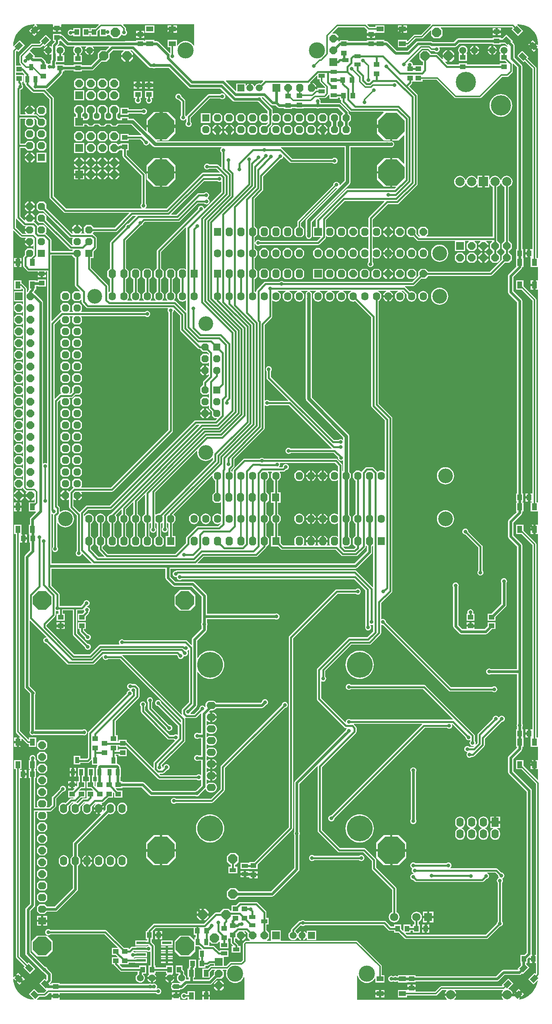
<source format=gbl>
G04*
G04 #@! TF.GenerationSoftware,Altium Limited,Altium Designer,18.1.7 (191)*
G04*
G04 Layer_Physical_Order=2*
G04 Layer_Color=39423*
%FSLAX44Y44*%
%MOMM*%
G71*
G01*
G75*
%ADD79R,1.2700X1.0160*%
%ADD80R,1.0160X1.2700*%
%ADD92R,1.4000X0.9000*%
%ADD96R,0.9000X1.4000*%
%ADD98R,1.6000X1.6000*%
%ADD159C,0.6000*%
%ADD160C,0.5000*%
%ADD161C,0.4000*%
%ADD162C,0.8000*%
%ADD163C,0.3000*%
%ADD164C,0.3500*%
%ADD169P,1.7318X8X112.5*%
%ADD170C,1.5000*%
%ADD171P,1.7870X8X22.5*%
%ADD172R,1.6510X1.6510*%
%ADD173C,2.0000*%
%ADD174R,2.0000X2.0000*%
%ADD175C,4.4000*%
%ADD176P,2.1648X8X22.5*%
%ADD177R,1.5000X1.5000*%
G04:AMPARAMS|DCode=178|XSize=1.6mm|YSize=1.651mm|CornerRadius=0mm|HoleSize=0mm|Usage=FLASHONLY|Rotation=0.000|XOffset=0mm|YOffset=0mm|HoleType=Round|Shape=Octagon|*
%AMOCTAGOND178*
4,1,8,-0.4000,0.8255,0.4000,0.8255,0.8000,0.4255,0.8000,-0.4255,0.4000,-0.8255,-0.4000,-0.8255,-0.8000,-0.4255,-0.8000,0.4255,-0.4000,0.8255,0.0*
%
%ADD178OCTAGOND178*%

%ADD179R,1.6510X1.6510*%
%ADD180P,1.7870X8X112.5*%
%ADD181C,3.5000*%
%ADD182C,3.1999*%
%ADD183O,1.6000X1.8000*%
G04:AMPARAMS|DCode=184|XSize=1.6mm|YSize=1.651mm|CornerRadius=0mm|HoleSize=0mm|Usage=FLASHONLY|Rotation=90.000|XOffset=0mm|YOffset=0mm|HoleType=Round|Shape=Octagon|*
%AMOCTAGOND184*
4,1,8,-0.8255,-0.4000,-0.8255,0.4000,-0.4255,0.8000,0.4255,0.8000,0.8255,0.4000,0.8255,-0.4000,0.4255,-0.8000,-0.4255,-0.8000,-0.8255,-0.4000,0.0*
%
%ADD184OCTAGOND184*%

%ADD185R,1.6510X1.6000*%
%ADD186P,4.3296X8X112.5*%
%ADD187R,1.6000X2.0000*%
%ADD188O,1.6000X2.0000*%
%ADD189O,1.6000X2.0000*%
%ADD190O,2.0000X1.6000*%
%ADD191C,5.6000*%
%ADD192C,1.8000*%
%ADD193R,1.8000X1.8000*%
%ADD194P,2.1648X8X112.5*%
G04:AMPARAMS|DCode=195|XSize=1.6mm|YSize=1.8mm|CornerRadius=0mm|HoleSize=0mm|Usage=FLASHONLY|Rotation=180.000|XOffset=0mm|YOffset=0mm|HoleType=Round|Shape=Octagon|*
%AMOCTAGOND195*
4,1,8,0.4000,-0.9000,-0.4000,-0.9000,-0.8000,-0.5000,-0.8000,0.5000,-0.4000,0.9000,0.4000,0.9000,0.8000,0.5000,0.8000,-0.5000,0.4000,-0.9000,0.0*
%
%ADD195OCTAGOND195*%

%ADD196R,1.6000X1.8000*%
%ADD197P,6.1697X8X292.5*%
%ADD198P,6.4944X8X292.5*%
%ADD199C,1.0000*%
%ADD200C,0.8000*%
%ADD201R,1.1000X1.5000*%
%ADD202R,1.2000X1.0000*%
G04:AMPARAMS|DCode=203|XSize=1.1mm|YSize=1.5mm|CornerRadius=0mm|HoleSize=0mm|Usage=FLASHONLY|Rotation=135.000|XOffset=0mm|YOffset=0mm|HoleType=Round|Shape=Rectangle|*
%AMROTATEDRECTD203*
4,1,4,0.9192,0.1414,-0.1414,-0.9192,-0.9192,-0.1414,0.1414,0.9192,0.9192,0.1414,0.0*
%
%ADD203ROTATEDRECTD203*%

%ADD204R,1.5000X1.1000*%
%ADD205R,2.0000X0.6000*%
G04:AMPARAMS|DCode=206|XSize=1.1mm|YSize=1.5mm|CornerRadius=0mm|HoleSize=0mm|Usage=FLASHONLY|Rotation=45.000|XOffset=0mm|YOffset=0mm|HoleType=Round|Shape=Rectangle|*
%AMROTATEDRECTD206*
4,1,4,0.1414,-0.9192,-0.9192,0.1414,-0.1414,0.9192,0.9192,-0.1414,0.1414,-0.9192,0.0*
%
%ADD206ROTATEDRECTD206*%

G36*
X781025Y270767D02*
X786947Y269589D01*
X792665Y267648D01*
X798081Y264977D01*
X803102Y261623D01*
X807641Y257641D01*
X811623Y253102D01*
X814516Y248772D01*
X816448Y244106D01*
X818145Y237775D01*
X819000Y231277D01*
Y228000D01*
X818999D01*
Y226658D01*
X817826Y226172D01*
X816090Y227907D01*
X812173Y223990D01*
X817505Y218658D01*
X817826Y218979D01*
X818999Y218493D01*
X818999Y-235460D01*
X815119D01*
Y176373D01*
X814806Y177949D01*
X813913Y179285D01*
X796022Y197176D01*
X798795Y199948D01*
X784596Y214147D01*
X773226Y202776D01*
X787425Y188578D01*
X790197Y191350D01*
X806881Y174666D01*
Y-215282D01*
X806780Y-216510D01*
X805611Y-216510D01*
X801660D01*
Y-225400D01*
Y-234290D01*
X802719D01*
X802960Y-235460D01*
X802960Y-235560D01*
Y-255540D01*
X818999D01*
Y-284460D01*
X813500D01*
Y-294500D01*
Y-304540D01*
X818999D01*
X819000Y-765460D01*
X815119D01*
Y-326500D01*
X814806Y-324924D01*
X813913Y-323587D01*
X787040Y-296715D01*
Y-284460D01*
X770960D01*
Y-304540D01*
X783215D01*
X806881Y-328206D01*
Y-744882D01*
X806780Y-746110D01*
X805611Y-746110D01*
X801660D01*
Y-755000D01*
Y-763890D01*
X805398Y-763890D01*
X805989Y-765160D01*
X805737Y-765460D01*
X802960D01*
Y-785540D01*
X819000D01*
X819000Y-814460D01*
X813500D01*
Y-824500D01*
Y-834540D01*
X819000D01*
X819000Y-1275460D01*
X815119D01*
Y-856500D01*
X814806Y-854924D01*
X813913Y-853587D01*
X787040Y-826715D01*
Y-814460D01*
X770960D01*
Y-834540D01*
X783215D01*
X806881Y-858206D01*
Y-1256882D01*
X806780Y-1258110D01*
X801660D01*
Y-1267000D01*
Y-1275890D01*
X802960D01*
Y-1295540D01*
X819000D01*
X819000Y-1324460D01*
X813500D01*
Y-1334500D01*
Y-1344540D01*
X819000D01*
X819000Y-1367015D01*
X817827Y-1367501D01*
X787040Y-1336715D01*
Y-1324460D01*
X770960D01*
Y-1344540D01*
X783215D01*
X814881Y-1376206D01*
X814881Y-1747110D01*
X810660D01*
Y-1756000D01*
Y-1764890D01*
X814881D01*
Y-1787496D01*
X813695Y-1788105D01*
X811414Y-1785825D01*
X797215Y-1800024D01*
X808586Y-1811394D01*
X817193Y-1802787D01*
X818332Y-1803348D01*
X818145Y-1804776D01*
X816448Y-1811107D01*
X813940Y-1817162D01*
X810663Y-1822838D01*
X806673Y-1828038D01*
X802038Y-1832673D01*
X796838Y-1836663D01*
X791162Y-1839940D01*
X785107Y-1842448D01*
X779912Y-1843840D01*
X777674Y-1843987D01*
X777150Y-1842830D01*
X779269Y-1840711D01*
X773584Y-1835026D01*
X767899Y-1829341D01*
X765369Y-1831870D01*
X764167Y-1831462D01*
X764017Y-1830326D01*
X762754Y-1827276D01*
X760744Y-1824656D01*
X758124Y-1822646D01*
X755074Y-1821383D01*
X754967Y-1821369D01*
X754559Y-1820166D01*
X765509Y-1809216D01*
X754139Y-1797846D01*
X739940Y-1812045D01*
X741816Y-1813921D01*
X741290Y-1815191D01*
X608856D01*
X607280Y-1815504D01*
X605943Y-1816397D01*
X595460Y-1826881D01*
X552980D01*
Y-1821820D01*
X544090D01*
X535200D01*
Y-1821963D01*
X534540Y-1822960D01*
X514460D01*
Y-1839040D01*
X534540D01*
Y-1835119D01*
X597166D01*
X598742Y-1834806D01*
X600079Y-1833913D01*
X610562Y-1823429D01*
X619202D01*
X619632Y-1824699D01*
X617846Y-1827026D01*
X616583Y-1830076D01*
X616481Y-1830850D01*
X628800D01*
X641119D01*
X641017Y-1830076D01*
X639754Y-1827026D01*
X637968Y-1824699D01*
X638398Y-1823429D01*
X742370D01*
X742794Y-1824499D01*
X742823Y-1824699D01*
X740846Y-1827276D01*
X739583Y-1830326D01*
X739481Y-1831100D01*
X751800D01*
Y-1836100D01*
X739481D01*
X739583Y-1836874D01*
X740846Y-1839924D01*
X742856Y-1842544D01*
X743337Y-1842913D01*
X742929Y-1844115D01*
X637345D01*
X636937Y-1842913D01*
X637744Y-1842294D01*
X639754Y-1839674D01*
X641017Y-1836624D01*
X641119Y-1835850D01*
X628800D01*
X616481D01*
X616583Y-1836624D01*
X617846Y-1839674D01*
X619856Y-1842294D01*
X620663Y-1842913D01*
X620255Y-1844115D01*
X425885D01*
Y-1792144D01*
X427100Y-1791929D01*
X428246Y-1795706D01*
X430107Y-1799187D01*
X432611Y-1802239D01*
X435662Y-1804743D01*
X439144Y-1806604D01*
X442921Y-1807750D01*
X446850Y-1808137D01*
X450779Y-1807750D01*
X454556Y-1806604D01*
X458037Y-1804743D01*
X461089Y-1802239D01*
X463593Y-1799187D01*
X464190Y-1798071D01*
X465460Y-1798389D01*
Y-1807040D01*
X485540D01*
Y-1790960D01*
X479619D01*
Y-1771991D01*
X479306Y-1770414D01*
X478413Y-1769078D01*
X427112Y-1717777D01*
X425776Y-1716884D01*
X424199Y-1716571D01*
X261269D01*
X260320Y-1715795D01*
X260320Y-1715301D01*
Y-1694205D01*
X238730D01*
Y-1715301D01*
X238730Y-1715795D01*
X237781Y-1716571D01*
X230543D01*
X230017Y-1715301D01*
X234920Y-1710397D01*
Y-1699603D01*
X229522Y-1694205D01*
X228829D01*
Y-1681040D01*
X233880D01*
Y-1666960D01*
X228829D01*
Y-1655000D01*
X228476Y-1653228D01*
X227473Y-1651727D01*
X227473Y-1651727D01*
X209693Y-1633947D01*
X208191Y-1632943D01*
X206420Y-1632591D01*
X206420Y-1632591D01*
X171620D01*
X169849Y-1632943D01*
X168347Y-1633947D01*
X168347Y-1633947D01*
X163074Y-1639220D01*
X153110D01*
Y-1650841D01*
X151937Y-1651327D01*
X147670Y-1647060D01*
X135130D01*
X128860Y-1653330D01*
Y-1654971D01*
X119400D01*
X119400Y-1654971D01*
X117629Y-1655323D01*
X116127Y-1656327D01*
X116127Y-1656327D01*
X92973Y-1679481D01*
X79000D01*
X79000Y-1679481D01*
X79000Y-1679481D01*
X-14110D01*
X-14110Y-1679481D01*
X-15881Y-1679833D01*
X-17383Y-1680837D01*
X-28433Y-1691887D01*
X-29437Y-1693389D01*
X-29779Y-1695110D01*
X-32780D01*
Y-1712890D01*
X-29789D01*
Y-1714543D01*
X-30400Y-1715560D01*
X-55480D01*
Y-1726640D01*
X-30400D01*
Y-1725729D01*
X-27706D01*
X-27377Y-1726172D01*
X-27952Y-1727529D01*
X-28707Y-1727628D01*
X-29244Y-1727850D01*
X-30400Y-1728260D01*
X-30400Y-1728260D01*
X-30400Y-1728260D01*
X-55480D01*
Y-1729171D01*
X-61800D01*
X-61800Y-1729171D01*
X-63571Y-1729523D01*
X-65073Y-1730527D01*
X-65073Y-1730527D01*
X-68840Y-1734294D01*
X-70110Y-1733768D01*
Y-1732220D01*
X-80074D01*
X-117567Y-1694727D01*
X-119069Y-1693723D01*
X-120840Y-1693371D01*
X-120840Y-1693371D01*
X-240308D01*
X-240336Y-1693336D01*
X-241702Y-1692287D01*
X-243293Y-1691628D01*
X-245000Y-1691404D01*
X-246707Y-1691628D01*
X-248298Y-1692287D01*
X-249664Y-1693336D01*
X-250713Y-1694702D01*
X-251372Y-1696293D01*
X-251596Y-1698000D01*
X-251372Y-1699707D01*
X-250713Y-1701298D01*
X-249664Y-1702664D01*
X-248298Y-1703713D01*
X-246991Y-1704254D01*
X-247244Y-1705524D01*
X-248004Y-1705524D01*
X-269432D01*
X-280702Y-1716794D01*
Y-1739334D01*
X-269432Y-1750604D01*
X-246892D01*
X-235622Y-1739334D01*
Y-1716794D01*
X-246257Y-1706159D01*
X-246772Y-1705644D01*
X-246562Y-1704391D01*
X-245000Y-1704596D01*
X-243293Y-1704372D01*
X-241702Y-1703713D01*
X-240336Y-1702664D01*
X-240308Y-1702629D01*
X-122757D01*
X-94340Y-1731047D01*
X-94826Y-1732220D01*
X-106890D01*
Y-1747460D01*
X-98246D01*
X-94340Y-1751367D01*
X-94826Y-1752540D01*
X-106890D01*
Y-1767780D01*
X-102474D01*
X-102277Y-1768771D01*
X-101273Y-1770273D01*
X-89273Y-1782273D01*
X-89273Y-1782273D01*
X-87772Y-1783277D01*
X-86000Y-1783629D01*
X-51209D01*
X-50839Y-1784080D01*
X-50838Y-1784080D01*
Y-1788831D01*
X-52351Y-1789991D01*
X-53960Y-1792089D01*
X-54972Y-1794531D01*
X-55317Y-1797152D01*
X-54972Y-1799773D01*
X-53960Y-1802215D01*
X-52351Y-1804313D01*
X-50253Y-1805922D01*
X-47811Y-1806934D01*
X-45190Y-1807279D01*
X-42569Y-1806934D01*
X-40127Y-1805922D01*
X-38029Y-1804313D01*
X-36420Y-1802215D01*
X-35408Y-1799773D01*
X-35063Y-1797152D01*
X-35408Y-1794531D01*
X-36420Y-1792089D01*
X-38029Y-1789991D01*
X-39113Y-1789160D01*
X-38682Y-1787890D01*
X-32490D01*
Y-1770110D01*
X-47730D01*
Y-1774371D01*
X-84083D01*
X-89568Y-1768886D01*
X-89110Y-1767780D01*
X-87890D01*
Y-1767780D01*
X-70110D01*
Y-1763829D01*
X-55480D01*
Y-1764740D01*
X-30400D01*
Y-1753660D01*
X-55480D01*
Y-1754571D01*
X-59023D01*
X-59293Y-1753372D01*
X-57702Y-1752713D01*
X-56750Y-1751982D01*
X-55480Y-1752040D01*
X-55480Y-1752040D01*
X-30400D01*
Y-1740960D01*
X-55480D01*
Y-1741871D01*
X-56941D01*
X-57702Y-1741287D01*
X-59293Y-1740628D01*
X-60099Y-1740522D01*
X-60507Y-1739388D01*
X-59717Y-1738429D01*
X-55480D01*
Y-1739340D01*
X-30784D01*
X-30298Y-1739713D01*
X-28707Y-1740372D01*
X-27000Y-1740596D01*
X-25293Y-1740372D01*
X-24359Y-1739985D01*
X-23089Y-1740759D01*
Y-1770110D01*
X-27410D01*
Y-1787890D01*
X-26298D01*
X-25867Y-1789160D01*
X-26951Y-1789991D01*
X-28560Y-1792089D01*
X-29572Y-1794531D01*
X-29588Y-1794652D01*
X-9992D01*
X-10008Y-1794531D01*
X-11020Y-1792089D01*
X-12629Y-1789991D01*
X-13713Y-1789160D01*
X-13282Y-1787890D01*
X-12170D01*
Y-1783629D01*
X11380D01*
Y-1787890D01*
X12564D01*
X12995Y-1789160D01*
X11911Y-1789991D01*
X10302Y-1792089D01*
X9290Y-1794531D01*
X9275Y-1794652D01*
X28870D01*
X28854Y-1794531D01*
X27842Y-1792089D01*
X26233Y-1789991D01*
X25149Y-1789160D01*
X25580Y-1787890D01*
X26620D01*
Y-1770110D01*
X11380D01*
Y-1774371D01*
X-12170D01*
Y-1770110D01*
X-13831D01*
Y-1727700D01*
X-14183Y-1725929D01*
X-15187Y-1724427D01*
X-15187Y-1724427D01*
X-20531Y-1719083D01*
Y-1712890D01*
X-17540D01*
Y-1695110D01*
X-17540D01*
X-17840Y-1694386D01*
X-12193Y-1688739D01*
X71220D01*
Y-1703890D01*
X75371D01*
Y-1709460D01*
X72960D01*
Y-1713717D01*
X71787Y-1714203D01*
X63108Y-1705524D01*
X40568D01*
X29298Y-1716794D01*
Y-1739334D01*
X40568Y-1750604D01*
X63108D01*
X74378Y-1739334D01*
Y-1728540D01*
X82994D01*
X88644Y-1734190D01*
X88118Y-1735460D01*
X81960D01*
Y-1754540D01*
X84371D01*
Y-1757110D01*
X81380D01*
Y-1774890D01*
X96620D01*
Y-1770629D01*
X101080D01*
X101080Y-1770629D01*
X102851Y-1770277D01*
X104353Y-1769273D01*
X106997Y-1766629D01*
X114745D01*
Y-1770881D01*
X109432D01*
X107856Y-1771194D01*
X106519Y-1772087D01*
X102025Y-1776582D01*
X89770D01*
Y-1796662D01*
X105850D01*
Y-1784407D01*
X111138Y-1779119D01*
X116569D01*
X117055Y-1780293D01*
X114745Y-1782603D01*
Y-1789589D01*
X103983Y-1800352D01*
X71459D01*
Y-1796662D01*
X73850D01*
Y-1776582D01*
X73850D01*
X73682Y-1776160D01*
X74543Y-1774890D01*
X76300D01*
Y-1757110D01*
X61060D01*
Y-1772422D01*
X60781Y-1772838D01*
X60351Y-1775000D01*
X60352Y-1775000D01*
Y-1776582D01*
X57770D01*
Y-1796662D01*
X60161D01*
Y-1800352D01*
X55389D01*
X55206Y-1800259D01*
X54345Y-1799081D01*
X54599Y-1797152D01*
X54254Y-1794531D01*
X53242Y-1792089D01*
X51633Y-1789991D01*
X50121Y-1788831D01*
Y-1784152D01*
X50121Y-1784152D01*
X49691Y-1781990D01*
X48466Y-1780158D01*
X46940Y-1778632D01*
Y-1770110D01*
X31700D01*
Y-1787890D01*
X37964D01*
X38395Y-1789160D01*
X37311Y-1789991D01*
X35702Y-1792089D01*
X34690Y-1794531D01*
X34345Y-1797152D01*
X34690Y-1799773D01*
X35702Y-1802215D01*
X37311Y-1804313D01*
X39409Y-1805922D01*
X41851Y-1806934D01*
X42373Y-1807002D01*
X42729Y-1808112D01*
X41890Y-1808220D01*
Y-1808220D01*
X24110D01*
Y-1810741D01*
X23336Y-1811336D01*
X22287Y-1812702D01*
X21628Y-1814293D01*
X21404Y-1816000D01*
X21628Y-1817707D01*
X22287Y-1819298D01*
X23336Y-1820664D01*
X24110Y-1821259D01*
Y-1823460D01*
X41890D01*
Y-1821649D01*
X44065D01*
X44065Y-1821649D01*
X46227Y-1821219D01*
X48059Y-1819994D01*
X53279Y-1814774D01*
X53279Y-1814774D01*
X56405Y-1811649D01*
X65000D01*
X65000Y-1811649D01*
X65000Y-1811649D01*
X106322D01*
X106323Y-1811649D01*
X108484Y-1811219D01*
X110317Y-1809994D01*
X121516Y-1798795D01*
X130938D01*
X136335Y-1793398D01*
Y-1782603D01*
X134025Y-1780293D01*
X134511Y-1779119D01*
X141937D01*
X142512Y-1780078D01*
X142516Y-1780389D01*
X141399Y-1784072D01*
X141012Y-1788000D01*
X141399Y-1791929D01*
X142544Y-1795706D01*
X144405Y-1799187D01*
X146910Y-1802239D01*
X149961Y-1804743D01*
X153442Y-1806604D01*
X157220Y-1807750D01*
X161149Y-1808137D01*
X165077Y-1807750D01*
X168855Y-1806604D01*
X172336Y-1804743D01*
X175388Y-1802239D01*
X177892Y-1799187D01*
X179753Y-1795706D01*
X181000Y-1795970D01*
Y-1844115D01*
X105850D01*
Y-1838122D01*
X97810D01*
X89770D01*
Y-1844115D01*
X73850D01*
Y-1825582D01*
X57770D01*
Y-1831503D01*
X54670D01*
X54664Y-1831496D01*
X53298Y-1830447D01*
X51707Y-1829788D01*
X50000Y-1829564D01*
X48293Y-1829788D01*
X46702Y-1830447D01*
X45336Y-1831496D01*
X44287Y-1832862D01*
X43628Y-1834453D01*
X43404Y-1836160D01*
X43628Y-1837867D01*
X44287Y-1839458D01*
X45336Y-1840824D01*
X46702Y-1841873D01*
X48293Y-1842532D01*
X50000Y-1842756D01*
X51707Y-1842532D01*
X53298Y-1841873D01*
X54664Y-1840824D01*
X55496Y-1839741D01*
X57770D01*
Y-1844115D01*
X43021D01*
X41890Y-1843780D01*
X41890Y-1842845D01*
Y-1838660D01*
X33000D01*
X24110D01*
Y-1842845D01*
X22979Y-1844115D01*
X-218979Y-1844115D01*
X-220110Y-1843780D01*
Y-1838660D01*
X-229000D01*
X-237890D01*
Y-1842845D01*
X-239021Y-1844115D01*
X-268987D01*
X-269473Y-1842942D01*
X-263910Y-1837379D01*
X-252260D01*
X-250684Y-1837066D01*
X-249348Y-1836173D01*
X-248967Y-1835793D01*
X-248866Y-1835641D01*
X-243344Y-1830119D01*
X-237890D01*
Y-1833660D01*
X-229000D01*
X-220110D01*
Y-1830119D01*
X-11083D01*
X-10664Y-1830664D01*
X-9298Y-1831713D01*
X-7707Y-1832372D01*
X-6000Y-1832596D01*
X-4293Y-1832372D01*
X-2702Y-1831713D01*
X-1336Y-1830664D01*
X-287Y-1829298D01*
X372Y-1827707D01*
X597Y-1826000D01*
X372Y-1824293D01*
X-287Y-1822702D01*
X-1336Y-1821336D01*
X-2702Y-1820287D01*
X-4293Y-1819628D01*
X-6000Y-1819404D01*
X-7707Y-1819628D01*
X-8266Y-1819860D01*
X-8644Y-1819593D01*
X-9172Y-1818860D01*
X-8628Y-1817547D01*
X-8404Y-1815840D01*
X-8628Y-1814133D01*
X-9287Y-1812542D01*
X-10336Y-1811176D01*
X-11702Y-1810127D01*
X-13293Y-1809468D01*
X-15000Y-1809244D01*
X-16707Y-1809468D01*
X-18298Y-1810127D01*
X-18382Y-1810191D01*
X-20618D01*
X-20702Y-1810127D01*
X-22293Y-1809468D01*
X-24000Y-1809244D01*
X-25707Y-1809468D01*
X-27298Y-1810127D01*
X-27382Y-1810191D01*
X-220110D01*
Y-1808220D01*
X-237890D01*
Y-1810191D01*
X-240433D01*
X-241683Y-1808942D01*
X-239006Y-1806265D01*
X-237781Y-1804432D01*
X-237351Y-1802271D01*
X-237351Y-1802271D01*
Y-1789000D01*
X-237781Y-1786838D01*
X-239006Y-1785006D01*
X-239006Y-1785006D01*
X-246615Y-1777397D01*
X-246628Y-1777293D01*
X-247287Y-1775702D01*
X-248336Y-1774336D01*
X-249702Y-1773287D01*
X-251293Y-1772628D01*
X-252460Y-1772475D01*
X-283351Y-1741583D01*
Y-1651340D01*
X-275006Y-1642994D01*
X-275006Y-1642994D01*
X-273781Y-1641162D01*
X-273351Y-1639000D01*
X-273351Y-1639000D01*
Y-1436233D01*
X-267655D01*
X-267169Y-1437406D01*
X-268957Y-1439194D01*
Y-1449734D01*
X-263687Y-1455004D01*
X-252637D01*
X-247367Y-1449734D01*
Y-1439194D01*
X-249155Y-1437406D01*
X-248669Y-1436233D01*
X-240604D01*
X-240604Y-1436233D01*
X-238833Y-1435881D01*
X-237331Y-1434877D01*
X-229113Y-1426659D01*
X-229113Y-1426659D01*
X-228109Y-1425157D01*
X-227757Y-1423386D01*
X-227757Y-1423386D01*
Y-1408301D01*
X-213044Y-1393588D01*
X-213000Y-1393594D01*
X-211292Y-1393369D01*
X-209701Y-1392710D01*
X-208335Y-1391662D01*
X-207287Y-1390295D01*
X-206628Y-1388705D01*
X-206403Y-1386997D01*
X-206628Y-1385290D01*
X-207287Y-1383699D01*
X-208335Y-1382333D01*
X-209701Y-1381284D01*
X-211292Y-1380626D01*
X-213000Y-1380401D01*
X-214707Y-1380626D01*
X-216298Y-1381284D01*
X-217664Y-1382333D01*
X-218712Y-1383699D01*
X-219371Y-1385290D01*
X-219596Y-1386997D01*
X-219590Y-1387041D01*
X-235659Y-1403111D01*
X-236663Y-1404612D01*
X-237015Y-1406384D01*
X-237015Y-1406384D01*
Y-1421469D01*
X-242521Y-1426975D01*
X-248349D01*
X-248835Y-1425802D01*
X-247367Y-1424334D01*
Y-1413794D01*
X-252637Y-1408524D01*
X-263687D01*
X-268957Y-1413794D01*
Y-1424334D01*
X-267489Y-1425802D01*
X-267975Y-1426975D01*
X-273351D01*
Y-1363890D01*
X-271380D01*
Y-1346110D01*
X-273351D01*
Y-1344540D01*
X-270960D01*
Y-1324460D01*
X-272295D01*
X-272657Y-1324024D01*
X-273016Y-1323190D01*
X-272468Y-1321867D01*
X-272244Y-1320160D01*
X-272468Y-1318453D01*
X-273127Y-1316862D01*
X-274176Y-1315496D01*
X-275542Y-1314447D01*
X-277133Y-1313788D01*
X-278840Y-1313564D01*
X-280547Y-1313788D01*
X-282138Y-1314447D01*
X-283504Y-1315496D01*
X-284553Y-1316862D01*
X-285212Y-1318453D01*
X-285436Y-1320160D01*
X-285212Y-1321867D01*
X-284648Y-1323227D01*
Y-1324460D01*
X-287040D01*
Y-1344540D01*
X-284648D01*
Y-1346110D01*
X-286620D01*
Y-1363890D01*
X-284648D01*
Y-1432000D01*
Y-1636660D01*
X-292994Y-1645006D01*
X-294219Y-1646838D01*
X-294649Y-1649000D01*
X-294648Y-1649000D01*
Y-1743922D01*
X-294649Y-1743923D01*
X-294219Y-1746084D01*
X-292994Y-1747917D01*
X-258783Y-1782128D01*
X-258713Y-1782298D01*
X-257664Y-1783664D01*
X-256298Y-1784713D01*
X-254707Y-1785372D01*
X-254603Y-1785385D01*
X-248648Y-1791340D01*
Y-1799931D01*
X-249671Y-1800954D01*
X-252776Y-1797848D01*
X-264147Y-1809219D01*
X-249948Y-1823417D01*
X-249291Y-1824415D01*
X-254017Y-1829141D01*
X-266738D01*
X-275404Y-1820476D01*
X-286774Y-1831846D01*
X-275782Y-1842838D01*
X-276342Y-1844074D01*
X-281025Y-1843767D01*
X-286948Y-1842589D01*
X-292665Y-1840648D01*
X-298081Y-1837977D01*
X-303102Y-1834623D01*
X-307641Y-1830641D01*
X-311623Y-1826102D01*
X-314977Y-1821081D01*
X-317648Y-1815665D01*
X-319589Y-1809948D01*
X-320767Y-1804025D01*
X-321074Y-1799342D01*
X-319838Y-1798782D01*
X-316091Y-1802529D01*
X-312173Y-1798612D01*
X-317505Y-1793280D01*
X-319942Y-1795717D01*
X-321115Y-1795231D01*
X-321116Y-176369D01*
X-319943Y-175883D01*
X-305413Y-190413D01*
X-304076Y-191306D01*
X-302500Y-191619D01*
X-294088D01*
X-293602Y-192792D01*
X-295540Y-194730D01*
Y-197500D01*
X-285000D01*
Y-200000D01*
X-282500D01*
Y-210540D01*
X-279730D01*
X-277792Y-208603D01*
X-276619Y-209088D01*
Y-216311D01*
X-277792Y-216798D01*
X-279730Y-214860D01*
X-290270D01*
X-295540Y-220130D01*
Y-229394D01*
X-298273Y-232127D01*
X-299277Y-233629D01*
X-299629Y-235400D01*
X-299629Y-235400D01*
Y-252500D01*
X-299629Y-252500D01*
X-299277Y-254271D01*
X-298273Y-255773D01*
X-290773Y-263273D01*
X-290773Y-263273D01*
X-289271Y-264277D01*
X-287500Y-264629D01*
X-287500Y-264629D01*
X-267890D01*
Y-267340D01*
X-259000D01*
X-250110D01*
Y-264629D01*
X-247451D01*
Y-680241D01*
X-248721Y-681015D01*
X-249655Y-680628D01*
X-251362Y-680404D01*
X-253069Y-680628D01*
X-254660Y-681287D01*
X-255082Y-681610D01*
X-256352Y-680984D01*
X-256352Y-332000D01*
X-256352Y-332000D01*
X-256782Y-329838D01*
X-258006Y-328006D01*
X-258006Y-328006D01*
X-271306Y-314706D01*
X-272443Y-313946D01*
Y-313302D01*
X-276378Y-309367D01*
X-275006Y-307994D01*
X-275006Y-307994D01*
X-273781Y-306162D01*
X-273459Y-304540D01*
X-270960D01*
Y-296649D01*
X-267890D01*
Y-297780D01*
X-250110D01*
Y-282540D01*
X-267890D01*
Y-285352D01*
X-270960D01*
Y-284460D01*
X-287040D01*
Y-304052D01*
X-287232Y-304244D01*
X-288456Y-306076D01*
X-288866Y-308136D01*
X-290240Y-309510D01*
X-291414Y-309024D01*
Y-302467D01*
X-291727Y-300891D01*
X-292620Y-299555D01*
X-300587Y-291587D01*
X-301924Y-290694D01*
X-302960Y-290488D01*
Y-284460D01*
X-319040D01*
Y-304540D01*
X-302960D01*
Y-302525D01*
X-301787Y-302039D01*
X-299652Y-304173D01*
Y-307905D01*
X-319433D01*
Y-329495D01*
X-299652D01*
Y-335234D01*
X-300825Y-335720D01*
X-303240Y-333305D01*
X-314035D01*
X-319433Y-338703D01*
Y-349497D01*
X-314035Y-354895D01*
X-303240D01*
X-300825Y-352480D01*
X-299652Y-352966D01*
Y-360634D01*
X-300825Y-361120D01*
X-303240Y-358705D01*
X-314035D01*
X-319433Y-364103D01*
Y-374897D01*
X-314035Y-380295D01*
X-303240D01*
X-300825Y-377880D01*
X-299652Y-378366D01*
Y-386034D01*
X-300825Y-386520D01*
X-303240Y-384105D01*
X-314035D01*
X-319433Y-389502D01*
Y-400298D01*
X-314035Y-405695D01*
X-303240D01*
X-300825Y-403280D01*
X-299652Y-403766D01*
Y-411434D01*
X-300825Y-411920D01*
X-303240Y-409505D01*
X-314035D01*
X-319433Y-414902D01*
Y-425698D01*
X-314035Y-431095D01*
X-303240D01*
X-300825Y-428680D01*
X-299652Y-429166D01*
Y-436834D01*
X-300825Y-437320D01*
X-303240Y-434905D01*
X-314035D01*
X-319433Y-440303D01*
Y-451097D01*
X-314035Y-456495D01*
X-303240D01*
X-300825Y-454080D01*
X-299652Y-454566D01*
Y-462234D01*
X-300825Y-462720D01*
X-303240Y-460305D01*
X-314035D01*
X-319433Y-465703D01*
Y-476497D01*
X-314035Y-481895D01*
X-303240D01*
X-300825Y-479480D01*
X-299652Y-479966D01*
Y-487634D01*
X-300825Y-488120D01*
X-303240Y-485705D01*
X-314035D01*
X-319433Y-491102D01*
Y-501898D01*
X-314035Y-507295D01*
X-303240D01*
X-300825Y-504880D01*
X-299652Y-505366D01*
Y-513034D01*
X-300825Y-513520D01*
X-303240Y-511105D01*
X-314035D01*
X-319433Y-516502D01*
Y-527298D01*
X-314035Y-532695D01*
X-303240D01*
X-300825Y-530280D01*
X-299652Y-530766D01*
Y-538434D01*
X-300825Y-538920D01*
X-303240Y-536505D01*
X-314035D01*
X-319433Y-541903D01*
Y-552697D01*
X-314035Y-558095D01*
X-303240D01*
X-300825Y-555680D01*
X-299652Y-556166D01*
Y-563834D01*
X-300825Y-564320D01*
X-303240Y-561905D01*
X-314035D01*
X-319433Y-567303D01*
Y-578097D01*
X-314035Y-583495D01*
X-303240D01*
X-300825Y-581080D01*
X-299652Y-581566D01*
Y-589234D01*
X-300825Y-589720D01*
X-303240Y-587305D01*
X-314035D01*
X-319433Y-592702D01*
Y-603498D01*
X-314035Y-608895D01*
X-303240D01*
X-300825Y-606480D01*
X-299652Y-606966D01*
Y-614634D01*
X-300825Y-615120D01*
X-303240Y-612705D01*
X-314035D01*
X-319433Y-618102D01*
Y-628898D01*
X-314035Y-634295D01*
X-303240D01*
X-300825Y-631880D01*
X-299652Y-632366D01*
Y-640034D01*
X-300825Y-640520D01*
X-303240Y-638105D01*
X-314035D01*
X-319433Y-643503D01*
Y-654297D01*
X-314035Y-659695D01*
X-303240D01*
X-300825Y-657280D01*
X-299652Y-657766D01*
Y-665434D01*
X-300825Y-665920D01*
X-303240Y-663505D01*
X-314035D01*
X-319433Y-668903D01*
Y-679697D01*
X-314035Y-685095D01*
X-303240D01*
X-300825Y-682680D01*
X-299652Y-683166D01*
Y-690834D01*
X-300825Y-691320D01*
X-303240Y-688905D01*
X-314035D01*
X-319433Y-694303D01*
Y-705098D01*
X-314035Y-710495D01*
X-303240D01*
X-300825Y-708080D01*
X-299652Y-708566D01*
Y-716234D01*
X-300825Y-716720D01*
X-303240Y-714305D01*
X-314035D01*
X-319433Y-719703D01*
Y-730498D01*
X-314035Y-735895D01*
X-303240D01*
X-300857Y-733512D01*
X-299547Y-733997D01*
X-299338Y-735043D01*
X-298445Y-736380D01*
X-293913Y-740913D01*
X-292576Y-741806D01*
X-292362Y-741848D01*
X-291994Y-743064D01*
X-294033Y-745102D01*
Y-748000D01*
X-283238D01*
Y-750500D01*
X-280738D01*
Y-761295D01*
X-277840D01*
X-275292Y-758747D01*
X-274119Y-759233D01*
Y-764794D01*
X-274785Y-765460D01*
X-287040D01*
Y-785540D01*
X-272324D01*
X-271798Y-786810D01*
X-282994Y-798006D01*
X-284219Y-799838D01*
X-284648Y-802000D01*
X-284648Y-802000D01*
Y-814460D01*
X-287040D01*
Y-834540D01*
X-287040D01*
X-286460Y-835110D01*
Y-852890D01*
X-284489D01*
Y-869500D01*
X-294994Y-880006D01*
X-296219Y-881838D01*
X-296649Y-884000D01*
X-296649Y-884000D01*
Y-1166000D01*
X-296649Y-1166000D01*
X-296219Y-1168162D01*
X-294994Y-1169994D01*
X-284648Y-1180340D01*
Y-1261118D01*
X-284713Y-1261202D01*
X-285372Y-1262793D01*
X-285596Y-1264500D01*
X-285372Y-1266207D01*
X-284713Y-1267798D01*
X-283664Y-1269164D01*
X-282298Y-1270213D01*
X-280707Y-1270872D01*
X-279000Y-1271096D01*
X-277293Y-1270872D01*
X-275702Y-1270213D01*
X-275284Y-1269892D01*
X-273995Y-1270148D01*
X-170382D01*
X-170298Y-1270213D01*
X-168707Y-1270872D01*
X-167000Y-1271096D01*
X-165293Y-1270872D01*
X-163702Y-1270213D01*
X-162336Y-1269164D01*
X-161287Y-1267798D01*
X-160628Y-1266207D01*
X-160404Y-1264500D01*
X-160628Y-1262793D01*
X-161287Y-1261202D01*
X-162336Y-1259836D01*
X-163702Y-1258787D01*
X-165293Y-1258128D01*
X-167000Y-1257904D01*
X-168707Y-1258128D01*
X-170298Y-1258787D01*
X-170382Y-1258851D01*
X-273351D01*
Y-1182015D01*
X-272781Y-1181162D01*
X-272351Y-1179000D01*
X-272781Y-1176838D01*
X-274006Y-1175006D01*
X-274006Y-1175006D01*
X-285352Y-1163660D01*
Y-1022181D01*
X-284178Y-1021695D01*
X-248712Y-1057160D01*
X-248860Y-1057800D01*
X-249234Y-1058434D01*
X-250707Y-1058628D01*
X-252298Y-1059287D01*
X-253664Y-1060336D01*
X-254713Y-1061702D01*
X-255372Y-1063293D01*
X-255596Y-1065000D01*
X-255372Y-1066707D01*
X-254713Y-1068298D01*
X-253664Y-1069664D01*
X-252298Y-1070713D01*
X-250707Y-1071372D01*
X-249000Y-1071596D01*
X-248956Y-1071591D01*
X-204273Y-1116273D01*
X-204273Y-1116273D01*
X-202771Y-1117277D01*
X-201000Y-1117629D01*
X-201000Y-1117629D01*
X-148000D01*
X-148000Y-1117629D01*
X-146229Y-1117277D01*
X-144727Y-1116273D01*
X-127671Y-1099217D01*
X-126468Y-1099810D01*
X-126621Y-1100975D01*
X-126396Y-1102683D01*
X-125737Y-1104274D01*
X-124689Y-1105640D01*
X-123323Y-1106688D01*
X-121732Y-1107347D01*
X-120025Y-1107572D01*
X-118317Y-1107347D01*
X-116727Y-1106688D01*
X-115360Y-1105640D01*
X-115333Y-1105604D01*
X-89069D01*
X43371Y-1238045D01*
Y-1242163D01*
X42198Y-1242649D01*
X591Y-1201042D01*
X596Y-1200998D01*
X372Y-1199290D01*
X-287Y-1197699D01*
X-1336Y-1196333D01*
X-2702Y-1195285D01*
X-4293Y-1194626D01*
X-6000Y-1194401D01*
X-7707Y-1194626D01*
X-9298Y-1195285D01*
X-10664Y-1196333D01*
X-11713Y-1197699D01*
X-12372Y-1199290D01*
X-12596Y-1200998D01*
X-12372Y-1202705D01*
X-11713Y-1204296D01*
X-10664Y-1205662D01*
X-9298Y-1206710D01*
X-7707Y-1207369D01*
X-6000Y-1207594D01*
X-5956Y-1207588D01*
X36831Y-1250375D01*
Y-1269074D01*
X35692Y-1269636D01*
X35498Y-1269487D01*
X33907Y-1268828D01*
X32200Y-1268604D01*
X30493Y-1268828D01*
X28902Y-1269487D01*
X27536Y-1270536D01*
X27508Y-1270571D01*
X19117D01*
X-34371Y-1217083D01*
Y-1208692D01*
X-34336Y-1208664D01*
X-33287Y-1207298D01*
X-32628Y-1205707D01*
X-32404Y-1204000D01*
X-32628Y-1202293D01*
X-33287Y-1200702D01*
X-34336Y-1199336D01*
X-35702Y-1198287D01*
X-37293Y-1197628D01*
X-39000Y-1197404D01*
X-40707Y-1197628D01*
X-42298Y-1198287D01*
X-43664Y-1199336D01*
X-44713Y-1200702D01*
X-45372Y-1202293D01*
X-45596Y-1204000D01*
X-45372Y-1205707D01*
X-44713Y-1207298D01*
X-43664Y-1208664D01*
X-43629Y-1208692D01*
Y-1219000D01*
X-43629Y-1219000D01*
X-43277Y-1220771D01*
X-42273Y-1222273D01*
X13927Y-1278473D01*
X13927Y-1278473D01*
X15429Y-1279477D01*
X17200Y-1279829D01*
X17200Y-1279829D01*
X27508D01*
X27536Y-1279864D01*
X28902Y-1280913D01*
X29836Y-1281299D01*
X30186Y-1282745D01*
X-14813Y-1327744D01*
X-15817Y-1329246D01*
X-16169Y-1331017D01*
X-16169Y-1331017D01*
Y-1340952D01*
X-17342Y-1341438D01*
X-73963Y-1284817D01*
X-74110Y-1284719D01*
Y-1280470D01*
X-91890D01*
Y-1284161D01*
X-94110D01*
Y-1270470D01*
X-98371D01*
Y-1239917D01*
X-48187Y-1189733D01*
X-48187Y-1189733D01*
X-47183Y-1188231D01*
X-46831Y-1186460D01*
Y-1169385D01*
X-47183Y-1167614D01*
X-48187Y-1166112D01*
X-48187Y-1166112D01*
X-53112Y-1161187D01*
X-54614Y-1160183D01*
X-56385Y-1159831D01*
X-56385Y-1159831D01*
X-62990D01*
X-63702Y-1159285D01*
X-65293Y-1158626D01*
X-67000Y-1158401D01*
X-68707Y-1158626D01*
X-70298Y-1159285D01*
X-71664Y-1160333D01*
X-72713Y-1161700D01*
X-73372Y-1163290D01*
X-73596Y-1164998D01*
X-73372Y-1166705D01*
X-72713Y-1168296D01*
X-71664Y-1169662D01*
X-70298Y-1170710D01*
X-68707Y-1171369D01*
X-67860Y-1171481D01*
X-67123Y-1172570D01*
X-67576Y-1173459D01*
X-68000Y-1173404D01*
X-69707Y-1173628D01*
X-71298Y-1174287D01*
X-72664Y-1175336D01*
X-73713Y-1176702D01*
X-74372Y-1178293D01*
X-74596Y-1180000D01*
X-74591Y-1180044D01*
X-157273Y-1262727D01*
X-158277Y-1264229D01*
X-158629Y-1266000D01*
X-158629Y-1266000D01*
Y-1319083D01*
X-160917Y-1321371D01*
X-175310D01*
Y-1315250D01*
X-189390D01*
Y-1334330D01*
X-175310D01*
Y-1330629D01*
X-159000D01*
X-159000Y-1330629D01*
X-157229Y-1330277D01*
X-155727Y-1329273D01*
X-151310Y-1324856D01*
X-150040Y-1325382D01*
Y-1334790D01*
X-139077D01*
X-138398Y-1336060D01*
X-139219Y-1337288D01*
X-139649Y-1339450D01*
X-139649Y-1339450D01*
Y-1341710D01*
X-141040D01*
Y-1360790D01*
X-139649D01*
Y-1370486D01*
X-141890D01*
Y-1380994D01*
X-143063Y-1381480D01*
X-144110Y-1380434D01*
Y-1370470D01*
X-147371D01*
Y-1360790D01*
X-144960D01*
Y-1341710D01*
X-159040D01*
Y-1360790D01*
X-156629D01*
Y-1370470D01*
X-161890D01*
Y-1385710D01*
X-151926D01*
X-148020Y-1389617D01*
X-148506Y-1390790D01*
X-161890D01*
Y-1406030D01*
X-161890D01*
X-161982Y-1407262D01*
X-162055Y-1407371D01*
X-168500D01*
X-168500Y-1407371D01*
X-170271Y-1407723D01*
X-171773Y-1408727D01*
X-171773Y-1408727D01*
X-181054Y-1418008D01*
X-183155Y-1417137D01*
X-183711Y-1417064D01*
X-184019Y-1415742D01*
X-183317Y-1415273D01*
X-174074Y-1406030D01*
X-164110D01*
Y-1390790D01*
X-177174D01*
X-177660Y-1389617D01*
X-173754Y-1385710D01*
X-164110D01*
Y-1370470D01*
X-169371D01*
Y-1360330D01*
X-166310D01*
Y-1341250D01*
X-180390D01*
Y-1360330D01*
X-178629D01*
Y-1370470D01*
X-181890D01*
Y-1380754D01*
X-182937Y-1381800D01*
X-184110Y-1381314D01*
Y-1380590D01*
X-190500D01*
Y-1385710D01*
X-188506D01*
X-188020Y-1386883D01*
X-191926Y-1390790D01*
X-201890D01*
Y-1406030D01*
X-190276D01*
X-189597Y-1407300D01*
X-189645Y-1407371D01*
X-195000D01*
X-196771Y-1407723D01*
X-198273Y-1408727D01*
X-198273Y-1408727D01*
X-207232Y-1417685D01*
X-208554Y-1417137D01*
X-211306Y-1416775D01*
X-214058Y-1417137D01*
X-216621Y-1418199D01*
X-218823Y-1419889D01*
X-220513Y-1422090D01*
X-221575Y-1424655D01*
X-221937Y-1427406D01*
Y-1431406D01*
X-221575Y-1434158D01*
X-220513Y-1436721D01*
X-218823Y-1438923D01*
X-216621Y-1440613D01*
X-214058Y-1441675D01*
X-211306Y-1442037D01*
X-208554Y-1441675D01*
X-205991Y-1440613D01*
X-203789Y-1438923D01*
X-202099Y-1436721D01*
X-201037Y-1434158D01*
X-200675Y-1431406D01*
Y-1427406D01*
X-201037Y-1424655D01*
X-201058Y-1424604D01*
X-193083Y-1416629D01*
X-190749D01*
X-190496Y-1417899D01*
X-191222Y-1418199D01*
X-193423Y-1419889D01*
X-195113Y-1422090D01*
X-196175Y-1424655D01*
X-196537Y-1427406D01*
Y-1431406D01*
X-196175Y-1434158D01*
X-195113Y-1436721D01*
X-193423Y-1438923D01*
X-191222Y-1440613D01*
X-188657Y-1441675D01*
X-185906Y-1442037D01*
X-183155Y-1441675D01*
X-180590Y-1440613D01*
X-178389Y-1438923D01*
X-176699Y-1436721D01*
X-175637Y-1434158D01*
X-175275Y-1431406D01*
Y-1427406D01*
X-175518Y-1425564D01*
X-166583Y-1416629D01*
X-165349D01*
X-165096Y-1417899D01*
X-165821Y-1418199D01*
X-168023Y-1419889D01*
X-169713Y-1422090D01*
X-170775Y-1424655D01*
X-171137Y-1427406D01*
Y-1431406D01*
X-170775Y-1434158D01*
X-169713Y-1436721D01*
X-168023Y-1438923D01*
X-165821Y-1440613D01*
X-163258Y-1441675D01*
X-160506Y-1442037D01*
X-157754Y-1441675D01*
X-155190Y-1440613D01*
X-152989Y-1438923D01*
X-151299Y-1436721D01*
X-150237Y-1434158D01*
X-149875Y-1431406D01*
Y-1427406D01*
X-150118Y-1425564D01*
X-142872Y-1418318D01*
X-142711Y-1418355D01*
X-142415Y-1419729D01*
X-142623Y-1419889D01*
X-144313Y-1422090D01*
X-145375Y-1424655D01*
X-145671Y-1426906D01*
X-124541D01*
X-124837Y-1424655D01*
X-125899Y-1422090D01*
X-127589Y-1419889D01*
X-128879Y-1418899D01*
X-128448Y-1417629D01*
X-127750D01*
X-127750Y-1417629D01*
X-125979Y-1417277D01*
X-124477Y-1416273D01*
X-114074Y-1405870D01*
X-104110D01*
Y-1395506D01*
X-102937Y-1395020D01*
X-101890Y-1396066D01*
Y-1406030D01*
X-84110D01*
Y-1390790D01*
X-94074D01*
X-97980Y-1386883D01*
X-97494Y-1385710D01*
X-84110D01*
Y-1383739D01*
X-42250D01*
X-24994Y-1400994D01*
X-24994Y-1400994D01*
X-23162Y-1402218D01*
X-21000Y-1402648D01*
X-21000Y-1402648D01*
X74578D01*
X74662Y-1402713D01*
X76253Y-1403372D01*
X77960Y-1403596D01*
X79667Y-1403372D01*
X81258Y-1402713D01*
X82624Y-1401664D01*
X83673Y-1400298D01*
X84332Y-1398707D01*
X84346Y-1398603D01*
X95603Y-1387346D01*
X97101Y-1387644D01*
X97793Y-1389315D01*
X99483Y-1391517D01*
X101685Y-1393207D01*
X104249Y-1394269D01*
X107000Y-1394631D01*
X111000D01*
X113751Y-1394269D01*
X116315Y-1393207D01*
X118517Y-1391517D01*
X120207Y-1389315D01*
X121269Y-1386752D01*
X121631Y-1384000D01*
X121269Y-1381248D01*
X120207Y-1378685D01*
X118517Y-1376483D01*
X116315Y-1374793D01*
X113751Y-1373731D01*
X111000Y-1373369D01*
X107000D01*
X104249Y-1373731D01*
X101685Y-1374793D01*
X99918Y-1376148D01*
X98649Y-1375581D01*
Y-1367019D01*
X99918Y-1366452D01*
X101685Y-1367807D01*
X104249Y-1368869D01*
X106500Y-1369165D01*
Y-1358600D01*
Y-1348035D01*
X104249Y-1348331D01*
X101685Y-1349393D01*
X99918Y-1350748D01*
X98649Y-1350181D01*
Y-1341619D01*
X99918Y-1341052D01*
X101685Y-1342407D01*
X104249Y-1343469D01*
X106500Y-1343765D01*
Y-1333200D01*
Y-1322635D01*
X104249Y-1322931D01*
X101685Y-1323993D01*
X99918Y-1325348D01*
X98649Y-1324781D01*
Y-1322000D01*
X98649Y-1322000D01*
X98450Y-1321000D01*
X98649Y-1320000D01*
Y-1316219D01*
X99918Y-1315652D01*
X101685Y-1317007D01*
X104249Y-1318069D01*
X107000Y-1318431D01*
X111000D01*
X113751Y-1318069D01*
X116315Y-1317007D01*
X118517Y-1315317D01*
X120207Y-1313116D01*
X121269Y-1310551D01*
X121631Y-1307800D01*
X121269Y-1305049D01*
X120207Y-1302484D01*
X118517Y-1300283D01*
X116315Y-1298593D01*
X113751Y-1297531D01*
X111000Y-1297169D01*
X107000D01*
X104249Y-1297531D01*
X101685Y-1298593D01*
X99918Y-1299948D01*
X98649Y-1299381D01*
Y-1290819D01*
X99918Y-1290252D01*
X101685Y-1291607D01*
X104249Y-1292669D01*
X107000Y-1293031D01*
X111000D01*
X113751Y-1292669D01*
X116315Y-1291607D01*
X118517Y-1289917D01*
X120207Y-1287715D01*
X121269Y-1285152D01*
X121631Y-1282400D01*
X121269Y-1279649D01*
X120207Y-1277085D01*
X118517Y-1274883D01*
X116315Y-1273193D01*
X113751Y-1272131D01*
X111000Y-1271769D01*
X107000D01*
X104249Y-1272131D01*
X101685Y-1273193D01*
X99918Y-1274548D01*
X98649Y-1273981D01*
Y-1265419D01*
X99918Y-1264852D01*
X101685Y-1266207D01*
X104249Y-1267269D01*
X107000Y-1267631D01*
X111000D01*
X113751Y-1267269D01*
X116315Y-1266207D01*
X118517Y-1264517D01*
X120207Y-1262316D01*
X121269Y-1259752D01*
X121631Y-1257000D01*
X121269Y-1254249D01*
X120207Y-1251684D01*
X118517Y-1249483D01*
X116315Y-1247793D01*
X113751Y-1246731D01*
X111000Y-1246369D01*
X107000D01*
X104249Y-1246731D01*
X101685Y-1247793D01*
X99918Y-1249148D01*
X98649Y-1248581D01*
Y-1240019D01*
X99918Y-1239452D01*
X101685Y-1240807D01*
X104249Y-1241869D01*
X106500Y-1242165D01*
Y-1231600D01*
Y-1221035D01*
X105050Y-1221226D01*
X104457Y-1220023D01*
X107649Y-1216831D01*
X111000D01*
X113751Y-1216469D01*
X116315Y-1215407D01*
X118517Y-1213717D01*
X119951Y-1211849D01*
X218800D01*
X218800Y-1211849D01*
X220962Y-1211419D01*
X222794Y-1210194D01*
X227603Y-1205385D01*
X227707Y-1205372D01*
X229298Y-1204713D01*
X230664Y-1203664D01*
X231713Y-1202298D01*
X232372Y-1200707D01*
X232596Y-1199000D01*
X232372Y-1197293D01*
X231713Y-1195702D01*
X230664Y-1194336D01*
X229298Y-1193287D01*
X227707Y-1192628D01*
X226000Y-1192404D01*
X224293Y-1192628D01*
X222702Y-1193287D01*
X221336Y-1194336D01*
X220287Y-1195702D01*
X219628Y-1197293D01*
X219615Y-1197397D01*
X216460Y-1200552D01*
X119951D01*
X118517Y-1198683D01*
X116315Y-1196993D01*
X113751Y-1195931D01*
X111000Y-1195569D01*
X107000D01*
X104249Y-1195931D01*
X101685Y-1196993D01*
X99483Y-1198683D01*
X97793Y-1200884D01*
X96731Y-1203448D01*
X96369Y-1206200D01*
X96731Y-1208951D01*
X96809Y-1209138D01*
X95713Y-1209702D01*
X94664Y-1208336D01*
X93298Y-1207287D01*
X91707Y-1206628D01*
X90000Y-1206404D01*
X88293Y-1206628D01*
X86702Y-1207287D01*
X85336Y-1208336D01*
X84287Y-1209702D01*
X83628Y-1211293D01*
X83404Y-1213000D01*
X83409Y-1213044D01*
X72083Y-1224371D01*
X64759D01*
X64254Y-1223101D01*
X64832Y-1221707D01*
X64845Y-1221603D01*
X76954Y-1209494D01*
X76954Y-1209494D01*
X78179Y-1207662D01*
X78609Y-1205500D01*
X78609Y-1205500D01*
Y-1133266D01*
X79879Y-1132908D01*
X81716Y-1135907D01*
X84838Y-1139562D01*
X88493Y-1142684D01*
X92592Y-1145195D01*
X97034Y-1147035D01*
X101708Y-1148157D01*
X106500Y-1148534D01*
X111292Y-1148157D01*
X115967Y-1147035D01*
X120408Y-1145195D01*
X124507Y-1142684D01*
X128162Y-1139562D01*
X131284Y-1135907D01*
X133795Y-1131808D01*
X135635Y-1127367D01*
X136757Y-1122692D01*
X137134Y-1117900D01*
X136757Y-1113108D01*
X135635Y-1108433D01*
X133795Y-1103992D01*
X131284Y-1099893D01*
X128162Y-1096238D01*
X124507Y-1093116D01*
X120408Y-1090604D01*
X115967Y-1088765D01*
X111292Y-1087643D01*
X106500Y-1087266D01*
X101708Y-1087643D01*
X97034Y-1088765D01*
X92592Y-1090604D01*
X88493Y-1093116D01*
X84838Y-1096238D01*
X81716Y-1099893D01*
X79879Y-1102892D01*
X78609Y-1102534D01*
Y-1065380D01*
X97994Y-1045994D01*
X97994Y-1045994D01*
X99219Y-1044162D01*
X99649Y-1042000D01*
X99649Y-1042000D01*
Y-1033382D01*
X99713Y-1033298D01*
X100372Y-1031707D01*
X100596Y-1030000D01*
X100372Y-1028293D01*
X99713Y-1026702D01*
X99649Y-1026618D01*
Y-1018809D01*
X247458D01*
X247542Y-1018873D01*
X249133Y-1019532D01*
X250840Y-1019756D01*
X252547Y-1019532D01*
X254138Y-1018873D01*
X255504Y-1017824D01*
X256553Y-1016458D01*
X257212Y-1014867D01*
X257436Y-1013160D01*
X257212Y-1011453D01*
X256553Y-1009862D01*
X255504Y-1008496D01*
X254138Y-1007447D01*
X252547Y-1006788D01*
X250840Y-1006564D01*
X249133Y-1006788D01*
X247542Y-1007447D01*
X247458Y-1007512D01*
X99649D01*
Y-968000D01*
X99649Y-968000D01*
X99219Y-965838D01*
X97994Y-964006D01*
X97994Y-964006D01*
X72994Y-939006D01*
X71162Y-937781D01*
X69000Y-937351D01*
X69000Y-937352D01*
X31340D01*
X20649Y-926660D01*
Y-909649D01*
X422200D01*
X422200Y-909649D01*
X424362Y-909219D01*
X426194Y-907994D01*
X456644Y-877544D01*
X456644Y-877544D01*
X457869Y-875712D01*
X458299Y-873550D01*
X458298Y-873550D01*
Y-861161D01*
X459708Y-859752D01*
X460881Y-860238D01*
Y-949370D01*
X459611Y-949896D01*
X423900Y-914185D01*
X422398Y-913182D01*
X420627Y-912829D01*
X420627Y-912829D01*
X35542D01*
X35542Y-912829D01*
X33770Y-913182D01*
X32269Y-914185D01*
X32269Y-914185D01*
X32044Y-914409D01*
X32000Y-914404D01*
X30293Y-914628D01*
X28702Y-915287D01*
X27336Y-916336D01*
X26287Y-917702D01*
X25628Y-919293D01*
X25404Y-921000D01*
X25628Y-922707D01*
X26287Y-924298D01*
X27336Y-925664D01*
X28702Y-926713D01*
X30293Y-927372D01*
X32000Y-927596D01*
X33012Y-927463D01*
X33910Y-927735D01*
X34329Y-928489D01*
X34468Y-929544D01*
X35127Y-931134D01*
X36176Y-932501D01*
X37542Y-933549D01*
X39133Y-934208D01*
X40840Y-934433D01*
X42547Y-934208D01*
X44138Y-933549D01*
X45504Y-932501D01*
X45532Y-932465D01*
X419839D01*
X443831Y-956457D01*
Y-1034799D01*
X443627Y-1035291D01*
X443403Y-1036998D01*
X443627Y-1038705D01*
X444286Y-1040296D01*
X445335Y-1041662D01*
X446701Y-1042711D01*
X448292Y-1043370D01*
X449999Y-1043594D01*
X451706Y-1043370D01*
X453297Y-1042711D01*
X454664Y-1041662D01*
X455712Y-1040296D01*
X456371Y-1038705D01*
X456595Y-1036998D01*
X456371Y-1035291D01*
X455712Y-1033700D01*
X454826Y-1032545D01*
X455119Y-1031809D01*
X455477Y-1031396D01*
X457000Y-1031596D01*
X458707Y-1031372D01*
X459641Y-1030985D01*
X460911Y-1031759D01*
Y-1045543D01*
X448083Y-1058371D01*
X409000D01*
X409000Y-1058371D01*
X407229Y-1058723D01*
X405727Y-1059727D01*
X405727Y-1059727D01*
X339727Y-1125727D01*
X338723Y-1127229D01*
X338371Y-1129000D01*
X338371Y-1129000D01*
Y-1192000D01*
X338371Y-1192000D01*
X338723Y-1193771D01*
X339727Y-1195273D01*
X398267Y-1253813D01*
X398267Y-1253813D01*
X399769Y-1254817D01*
X401540Y-1255169D01*
X402770D01*
X403170Y-1255994D01*
X403256Y-1256439D01*
X402287Y-1257702D01*
X401628Y-1259293D01*
X401614Y-1259397D01*
X291006Y-1370006D01*
X289781Y-1371838D01*
X289351Y-1374000D01*
X289352Y-1374000D01*
Y-1480618D01*
X289287Y-1480702D01*
X288628Y-1482293D01*
X288404Y-1484000D01*
X288628Y-1485707D01*
X289287Y-1487298D01*
X289352Y-1487382D01*
Y-1558660D01*
X238660Y-1609352D01*
X168540D01*
Y-1608730D01*
X162270Y-1602460D01*
X149730D01*
X143460Y-1608730D01*
Y-1621270D01*
X149730Y-1627540D01*
X162270D01*
X168540Y-1621270D01*
Y-1620648D01*
X241000D01*
X241000Y-1620648D01*
X243162Y-1620219D01*
X244994Y-1618994D01*
X298994Y-1564994D01*
X298994Y-1564994D01*
X300219Y-1563162D01*
X300648Y-1561000D01*
Y-1487382D01*
X300713Y-1487298D01*
X301372Y-1485707D01*
X301596Y-1484000D01*
X301372Y-1482293D01*
X300713Y-1480702D01*
X300648Y-1480618D01*
Y-1376340D01*
X339129Y-1337859D01*
X339580Y-1337943D01*
X340371Y-1338413D01*
Y-1478000D01*
X340371Y-1478000D01*
X340723Y-1479771D01*
X341727Y-1481273D01*
X383727Y-1523273D01*
X383727Y-1523273D01*
X385229Y-1524277D01*
X387000Y-1524629D01*
X439583D01*
X457871Y-1542917D01*
Y-1559500D01*
X457871Y-1559500D01*
X458223Y-1561271D01*
X459227Y-1562773D01*
X501852Y-1605399D01*
Y-1654427D01*
X500661Y-1654920D01*
X498251Y-1656770D01*
X496401Y-1659180D01*
X495238Y-1661987D01*
X494842Y-1665000D01*
X495238Y-1668013D01*
X496401Y-1670820D01*
X498251Y-1673230D01*
X500661Y-1675080D01*
X503469Y-1676243D01*
X506481Y-1676640D01*
X509494Y-1676243D01*
X512301Y-1675080D01*
X514711Y-1673230D01*
X516561Y-1670820D01*
X517724Y-1668013D01*
X518121Y-1665000D01*
X517724Y-1661987D01*
X516561Y-1659180D01*
X514711Y-1656770D01*
X512301Y-1654920D01*
X511110Y-1654427D01*
Y-1603481D01*
X511110Y-1603481D01*
X510758Y-1601710D01*
X509754Y-1600208D01*
X509754Y-1600208D01*
X467129Y-1557583D01*
Y-1541000D01*
X467129Y-1541000D01*
X466777Y-1539229D01*
X465773Y-1537727D01*
X465773Y-1537727D01*
X444773Y-1516727D01*
X443271Y-1515723D01*
X441500Y-1515371D01*
X441500Y-1515371D01*
X388917D01*
X349629Y-1476083D01*
Y-1340007D01*
X423273Y-1266363D01*
X423273Y-1266363D01*
X424277Y-1264862D01*
X424629Y-1263090D01*
X424629Y-1263090D01*
Y-1255000D01*
X424629Y-1255000D01*
X424277Y-1253229D01*
X423273Y-1251727D01*
X423273Y-1251727D01*
X418905Y-1247359D01*
X418945Y-1246970D01*
X419336Y-1246089D01*
X566569D01*
X567095Y-1247359D01*
X370044Y-1444409D01*
X370000Y-1444404D01*
X368293Y-1444628D01*
X366702Y-1445287D01*
X365336Y-1446336D01*
X364287Y-1447702D01*
X363628Y-1449293D01*
X363404Y-1451000D01*
X363628Y-1452707D01*
X364287Y-1454298D01*
X365336Y-1455664D01*
X366702Y-1456713D01*
X368293Y-1457372D01*
X370000Y-1457596D01*
X371707Y-1457372D01*
X373298Y-1456713D01*
X374664Y-1455664D01*
X375713Y-1454298D01*
X376372Y-1452707D01*
X376596Y-1451000D01*
X376591Y-1450956D01*
X572917Y-1254629D01*
X621308D01*
X621336Y-1254664D01*
X622702Y-1255713D01*
X624293Y-1256372D01*
X626000Y-1256596D01*
X627707Y-1256372D01*
X629298Y-1255713D01*
X630664Y-1254664D01*
X631713Y-1253298D01*
X632372Y-1251707D01*
X632596Y-1250000D01*
X632372Y-1248293D01*
X631985Y-1247359D01*
X632028Y-1247261D01*
X633039Y-1246585D01*
X661609Y-1275156D01*
X661604Y-1275200D01*
X661828Y-1276907D01*
X662487Y-1278498D01*
X663536Y-1279864D01*
X664902Y-1280913D01*
X666493Y-1281572D01*
X668200Y-1281796D01*
X669907Y-1281572D01*
X670746Y-1281224D01*
X671819Y-1281866D01*
X671962Y-1283123D01*
X671027Y-1284342D01*
X670368Y-1285933D01*
X670144Y-1287640D01*
X670368Y-1289347D01*
X671027Y-1290938D01*
X672076Y-1292304D01*
X673442Y-1293353D01*
X675033Y-1294012D01*
X676740Y-1294236D01*
X678447Y-1294012D01*
X678786Y-1293871D01*
X679506Y-1294948D01*
X678383Y-1296071D01*
X670091D01*
X670064Y-1296036D01*
X668698Y-1294987D01*
X667107Y-1294328D01*
X665400Y-1294104D01*
X663693Y-1294328D01*
X662102Y-1294987D01*
X660736Y-1296036D01*
X659687Y-1297402D01*
X659028Y-1298993D01*
X658804Y-1300700D01*
X659028Y-1302407D01*
X659687Y-1303998D01*
X660736Y-1305364D01*
X662102Y-1306413D01*
X663693Y-1307072D01*
X664720Y-1307207D01*
X665005Y-1307728D01*
X665173Y-1308548D01*
X664287Y-1309702D01*
X663628Y-1311293D01*
X663404Y-1313000D01*
X663628Y-1314707D01*
X664287Y-1316298D01*
X665336Y-1317664D01*
X666702Y-1318713D01*
X668293Y-1319372D01*
X670000Y-1319596D01*
X671707Y-1319372D01*
X673298Y-1318713D01*
X674664Y-1317664D01*
X674692Y-1317629D01*
X677249D01*
X677249Y-1317629D01*
X679020Y-1317277D01*
X680522Y-1316273D01*
X701813Y-1294982D01*
X701813Y-1294982D01*
X702817Y-1293480D01*
X703169Y-1291709D01*
X703169Y-1291709D01*
Y-1278377D01*
X739956Y-1241591D01*
X740000Y-1241596D01*
X741707Y-1241372D01*
X743298Y-1240713D01*
X744664Y-1239664D01*
X745713Y-1238298D01*
X746372Y-1236707D01*
X746596Y-1235000D01*
X746372Y-1233293D01*
X745713Y-1231702D01*
X744664Y-1230336D01*
X743298Y-1229287D01*
X741707Y-1228628D01*
X740000Y-1228404D01*
X738293Y-1228628D01*
X736702Y-1229287D01*
X735336Y-1230336D01*
X734287Y-1231702D01*
X734187Y-1231943D01*
X732813D01*
X732713Y-1231702D01*
X731664Y-1230336D01*
X730298Y-1229287D01*
X728707Y-1228628D01*
X727000Y-1228404D01*
X725293Y-1228628D01*
X723702Y-1229287D01*
X722336Y-1230336D01*
X721287Y-1231702D01*
X720628Y-1233293D01*
X720404Y-1235000D01*
X720409Y-1235044D01*
X688727Y-1266727D01*
X687723Y-1268229D01*
X687371Y-1270000D01*
X687371Y-1270000D01*
Y-1287083D01*
X684048Y-1290406D01*
X682971Y-1289686D01*
X683112Y-1289347D01*
X683336Y-1287640D01*
X683112Y-1285933D01*
X682453Y-1284342D01*
X681404Y-1282976D01*
X681369Y-1282948D01*
Y-1271663D01*
X681017Y-1269891D01*
X680013Y-1268389D01*
X680013Y-1268389D01*
X576007Y-1164384D01*
X575977Y-1164229D01*
X574973Y-1162727D01*
X573471Y-1161723D01*
X571700Y-1161371D01*
X412692D01*
X412664Y-1161336D01*
X411298Y-1160287D01*
X409707Y-1159628D01*
X408000Y-1159404D01*
X406293Y-1159628D01*
X404702Y-1160287D01*
X403336Y-1161336D01*
X402287Y-1162702D01*
X401628Y-1164293D01*
X401404Y-1166000D01*
X401628Y-1167707D01*
X402287Y-1169298D01*
X403336Y-1170664D01*
X404702Y-1171713D01*
X406293Y-1172372D01*
X408000Y-1172596D01*
X409707Y-1172372D01*
X411298Y-1171713D01*
X412664Y-1170664D01*
X412692Y-1170629D01*
X569160D01*
X634092Y-1235561D01*
X633566Y-1236831D01*
X412007D01*
X411298Y-1236287D01*
X409707Y-1235628D01*
X408000Y-1235404D01*
X406293Y-1235628D01*
X404702Y-1236287D01*
X403336Y-1237336D01*
X402287Y-1238702D01*
X401628Y-1240293D01*
X401404Y-1242000D01*
X401413Y-1242070D01*
X400210Y-1242664D01*
X347629Y-1190083D01*
Y-1154299D01*
X348899Y-1153794D01*
X350293Y-1154372D01*
X352000Y-1154596D01*
X353707Y-1154372D01*
X355298Y-1153713D01*
X356664Y-1152664D01*
X357713Y-1151298D01*
X358372Y-1149707D01*
X358596Y-1148000D01*
X358372Y-1146293D01*
X357713Y-1144702D01*
X356664Y-1143336D01*
X356629Y-1143308D01*
Y-1131166D01*
X413626Y-1074169D01*
X452709D01*
X452709Y-1074169D01*
X454480Y-1073817D01*
X455982Y-1072813D01*
X476733Y-1052062D01*
X476733Y-1052062D01*
X477737Y-1050560D01*
X478089Y-1048789D01*
Y-1031759D01*
X479359Y-1030985D01*
X480293Y-1031372D01*
X482000Y-1031596D01*
X482044Y-1031591D01*
X624727Y-1174273D01*
X624727Y-1174273D01*
X626228Y-1175277D01*
X628000Y-1175629D01*
X719008D01*
X719036Y-1175664D01*
X720402Y-1176713D01*
X721993Y-1177372D01*
X723700Y-1177596D01*
X725407Y-1177372D01*
X726998Y-1176713D01*
X728364Y-1175664D01*
X729413Y-1174298D01*
X730072Y-1172707D01*
X730296Y-1171000D01*
X730072Y-1169293D01*
X729413Y-1167702D01*
X728364Y-1166336D01*
X726998Y-1165287D01*
X725407Y-1164628D01*
X723700Y-1164404D01*
X721993Y-1164628D01*
X720402Y-1165287D01*
X719036Y-1166336D01*
X719008Y-1166371D01*
X629917D01*
X488591Y-1025044D01*
X488596Y-1025000D01*
X488372Y-1023293D01*
X487713Y-1021702D01*
X486664Y-1020336D01*
X485298Y-1019287D01*
X483707Y-1018628D01*
X482000Y-1018404D01*
X480293Y-1018628D01*
X479359Y-1019015D01*
X478089Y-1018241D01*
Y-983917D01*
X500813Y-961193D01*
X500813Y-961193D01*
X501817Y-959691D01*
X502169Y-957920D01*
Y-583291D01*
X502169Y-583291D01*
X501817Y-581520D01*
X500813Y-580018D01*
X472519Y-551724D01*
Y-329191D01*
X473205Y-328907D01*
X475407Y-327217D01*
X477097Y-325015D01*
X478159Y-322452D01*
X478521Y-319700D01*
Y-317700D01*
X478159Y-314949D01*
X477097Y-312384D01*
X475407Y-310183D01*
X473205Y-308493D01*
X471771Y-307899D01*
X472023Y-306629D01*
X489157D01*
X489409Y-307899D01*
X487975Y-308493D01*
X485773Y-310183D01*
X484083Y-312384D01*
X483021Y-314949D01*
X482856Y-316200D01*
X493290D01*
X503723D01*
X503559Y-314949D01*
X502497Y-312384D01*
X500807Y-310183D01*
X498605Y-308493D01*
X497170Y-307899D01*
X497423Y-306629D01*
X514557D01*
X514809Y-307899D01*
X513374Y-308493D01*
X511173Y-310183D01*
X509483Y-312384D01*
X508421Y-314949D01*
X508059Y-317700D01*
Y-319700D01*
X508421Y-322452D01*
X509483Y-325015D01*
X511173Y-327217D01*
X513374Y-328907D01*
X515938Y-329969D01*
X518690Y-330331D01*
X521441Y-329969D01*
X524006Y-328907D01*
X526207Y-327217D01*
X527897Y-325015D01*
X528959Y-322452D01*
X529321Y-319700D01*
Y-317700D01*
X528959Y-314949D01*
X527897Y-312384D01*
X526207Y-310183D01*
X524006Y-308493D01*
X522570Y-307899D01*
X522823Y-306629D01*
X525473D01*
X533818Y-314974D01*
X533459Y-317700D01*
Y-319700D01*
X533821Y-322452D01*
X534883Y-325015D01*
X536573Y-327217D01*
X538774Y-328907D01*
X541339Y-329969D01*
X544090Y-330331D01*
X546842Y-329969D01*
X549406Y-328907D01*
X551607Y-327217D01*
X553297Y-325015D01*
X554359Y-322452D01*
X554721Y-319700D01*
Y-317700D01*
X554359Y-314949D01*
X553297Y-312384D01*
X551607Y-310183D01*
X549406Y-308493D01*
X546842Y-307431D01*
X544090Y-307069D01*
X541339Y-307431D01*
X539945Y-308009D01*
X530663Y-298727D01*
X529424Y-297899D01*
X529674Y-296629D01*
X547490D01*
X547490Y-296629D01*
X549261Y-296277D01*
X550763Y-295273D01*
X565241Y-280795D01*
X574888D01*
X580285Y-275397D01*
Y-274629D01*
X716100D01*
X716100Y-274629D01*
X717871Y-274277D01*
X719373Y-273273D01*
X746651Y-245995D01*
X756298D01*
X761695Y-240597D01*
Y-229802D01*
X756298Y-224405D01*
X755529D01*
Y-220595D01*
X756298D01*
X761695Y-215198D01*
Y-204403D01*
X756298Y-199005D01*
X755529D01*
Y-81756D01*
X757224Y-81054D01*
X759844Y-79044D01*
X761854Y-76424D01*
X763117Y-73374D01*
X763548Y-70100D01*
X763117Y-66826D01*
X761854Y-63776D01*
X759844Y-61156D01*
X757224Y-59146D01*
X754174Y-57883D01*
X750900Y-57452D01*
X747626Y-57883D01*
X744576Y-59146D01*
X741956Y-61156D01*
X739946Y-63776D01*
X738887Y-66333D01*
X737513D01*
X736454Y-63776D01*
X734444Y-61156D01*
X731824Y-59146D01*
X728774Y-57883D01*
X725500Y-57452D01*
X722226Y-57883D01*
X719176Y-59146D01*
X716556Y-61156D01*
X714546Y-63776D01*
X713910Y-65312D01*
X712640Y-65059D01*
Y-57560D01*
X702600D01*
Y-70100D01*
Y-82640D01*
X712640D01*
Y-75141D01*
X713910Y-74888D01*
X714546Y-76424D01*
X716556Y-79044D01*
X719176Y-81054D01*
X720871Y-81756D01*
Y-189371D01*
X576971D01*
X576485Y-188198D01*
X580285Y-184398D01*
Y-173603D01*
X574888Y-168205D01*
X564092D01*
X558695Y-173603D01*
Y-184398D01*
X562118Y-187820D01*
X561626Y-189108D01*
X560836Y-189200D01*
X554885Y-183249D01*
Y-173603D01*
X549487Y-168205D01*
X538693D01*
X533295Y-173603D01*
Y-184398D01*
X538693Y-189795D01*
X548339D01*
X555817Y-197273D01*
X555817Y-197273D01*
X557319Y-198277D01*
X559090Y-198629D01*
X637391D01*
X638505Y-199005D01*
X638505Y-199899D01*
Y-220595D01*
X660095D01*
Y-199899D01*
X660095Y-199005D01*
X661209Y-198629D01*
X667883D01*
X668409Y-199899D01*
X663905Y-204403D01*
Y-215198D01*
X669303Y-220595D01*
X680098D01*
X685495Y-215198D01*
Y-204403D01*
X680991Y-199899D01*
X681517Y-198629D01*
X693282D01*
X693809Y-199899D01*
X689305Y-204403D01*
Y-207300D01*
X710895D01*
Y-204403D01*
X706391Y-199899D01*
X706917Y-198629D01*
X718682D01*
X719209Y-199899D01*
X714705Y-204403D01*
Y-215198D01*
X720102Y-220595D01*
X720871D01*
Y-224405D01*
X720102D01*
X714705Y-229802D01*
Y-240597D01*
X720102Y-245995D01*
X730898D01*
X736295Y-240597D01*
Y-229802D01*
X730898Y-224405D01*
X730129D01*
Y-220595D01*
X730898D01*
X736295Y-215198D01*
Y-204403D01*
X730898Y-199005D01*
X730129D01*
Y-193000D01*
X730129Y-193000D01*
X730129Y-193000D01*
Y-81756D01*
X731824Y-81054D01*
X734444Y-79044D01*
X736454Y-76424D01*
X737513Y-73867D01*
X738887D01*
X739946Y-76424D01*
X741956Y-79044D01*
X744576Y-81054D01*
X746271Y-81756D01*
Y-199005D01*
X745502D01*
X740105Y-204403D01*
Y-215198D01*
X745502Y-220595D01*
X746271D01*
Y-224405D01*
X745502D01*
X740105Y-229802D01*
Y-239449D01*
X714183Y-265371D01*
X580285D01*
Y-264603D01*
X574888Y-259205D01*
X564092D01*
X558695Y-264603D01*
Y-274249D01*
X545573Y-287371D01*
X266692D01*
X266664Y-287336D01*
X265298Y-286287D01*
X263707Y-285628D01*
X262000Y-285404D01*
X260293Y-285628D01*
X258702Y-286287D01*
X257336Y-287336D01*
X257309Y-287371D01*
X227000D01*
X227000Y-287371D01*
X225229Y-287723D01*
X223727Y-288727D01*
X223727Y-288727D01*
X208237Y-304217D01*
X207233Y-305719D01*
X206881Y-307490D01*
X206881Y-307490D01*
Y-309130D01*
X205611Y-309756D01*
X203965Y-308493D01*
X203279Y-308209D01*
Y-281540D01*
X203920D01*
X209190Y-276270D01*
Y-263730D01*
X203920Y-258460D01*
X203279D01*
Y-235891D01*
X203965Y-235607D01*
X206167Y-233917D01*
X207857Y-231716D01*
X208919Y-229151D01*
X209281Y-226400D01*
Y-224400D01*
X208919Y-221649D01*
X207857Y-219084D01*
X206167Y-216883D01*
X203965Y-215193D01*
X203279Y-214909D01*
Y-204187D01*
X204549Y-204104D01*
X204628Y-204707D01*
X205287Y-206298D01*
X206336Y-207664D01*
X207702Y-208713D01*
X209293Y-209372D01*
X211000Y-209596D01*
X212707Y-209372D01*
X214298Y-208713D01*
X215664Y-207664D01*
X215692Y-207629D01*
X341000D01*
X341000Y-207629D01*
X342771Y-207277D01*
X344273Y-206273D01*
X357023Y-193523D01*
X357023Y-193523D01*
X358027Y-192021D01*
X358379Y-190250D01*
Y-188813D01*
X359552Y-188327D01*
X361020Y-189795D01*
X371560D01*
X376830Y-184525D01*
Y-173475D01*
X371560Y-168205D01*
X361020D01*
X359552Y-169673D01*
X358379Y-169187D01*
Y-153167D01*
X399377Y-112169D01*
X484705D01*
X485191Y-113342D01*
X451917Y-146617D01*
X450913Y-148119D01*
X450561Y-149890D01*
X450561Y-149890D01*
Y-169347D01*
X449388Y-169833D01*
X447760Y-168205D01*
X437220D01*
X431950Y-173475D01*
Y-184525D01*
X437220Y-189795D01*
X447760D01*
X449388Y-188167D01*
X450561Y-188653D01*
Y-215707D01*
X449291Y-216333D01*
X447805Y-215193D01*
X445242Y-214131D01*
X442490Y-213769D01*
X439739Y-214131D01*
X437174Y-215193D01*
X434973Y-216883D01*
X433283Y-219084D01*
X432221Y-221649D01*
X431859Y-224400D01*
Y-226400D01*
X432221Y-229151D01*
X433283Y-231716D01*
X434973Y-233917D01*
X437174Y-235607D01*
X439739Y-236669D01*
X442490Y-237031D01*
X445242Y-236669D01*
X447805Y-235607D01*
X449291Y-234467D01*
X450561Y-235093D01*
Y-244163D01*
X450336Y-244336D01*
X449287Y-245702D01*
X448628Y-247293D01*
X448404Y-249000D01*
X448628Y-250707D01*
X449287Y-252298D01*
X450336Y-253664D01*
X451702Y-254713D01*
X453293Y-255372D01*
X455000Y-255596D01*
X456707Y-255372D01*
X458298Y-254713D01*
X459664Y-253664D01*
X460713Y-252298D01*
X461372Y-250707D01*
X461596Y-249000D01*
X461372Y-247293D01*
X460713Y-245702D01*
X459819Y-244537D01*
Y-235093D01*
X461089Y-234467D01*
X462575Y-235607D01*
X465139Y-236669D01*
X467890Y-237031D01*
X470642Y-236669D01*
X473205Y-235607D01*
X475407Y-233917D01*
X477097Y-231716D01*
X478159Y-229151D01*
X478521Y-226400D01*
Y-224400D01*
X478159Y-221649D01*
X477097Y-219084D01*
X475407Y-216883D01*
X473205Y-215193D01*
X470642Y-214131D01*
X467890Y-213769D01*
X465139Y-214131D01*
X462575Y-215193D01*
X461089Y-216333D01*
X459819Y-215707D01*
Y-188653D01*
X460992Y-188167D01*
X462620Y-189795D01*
X473160D01*
X478430Y-184525D01*
Y-173475D01*
X473160Y-168205D01*
X462620D01*
X460992Y-169833D01*
X459819Y-169347D01*
Y-151807D01*
X492917Y-118709D01*
X512143D01*
X513313Y-118942D01*
X515084Y-118589D01*
X516586Y-117586D01*
X555933Y-78239D01*
X556937Y-76737D01*
X557289Y-74966D01*
X557289Y-74965D01*
Y116340D01*
X557289Y116340D01*
X556937Y118111D01*
X555933Y119613D01*
X555933Y119613D01*
X539046Y136500D01*
X544273Y141727D01*
X544273Y141727D01*
X545277Y143229D01*
X545629Y145000D01*
X545629Y145000D01*
Y147220D01*
X549890D01*
Y147220D01*
X550110D01*
Y147220D01*
X567890D01*
Y150721D01*
X598454D01*
X637087Y112087D01*
X638424Y111194D01*
X640000Y110881D01*
X693000D01*
X694576Y111194D01*
X695913Y112087D01*
X740706Y156881D01*
X752000D01*
X753576Y157194D01*
X754913Y158087D01*
X762913Y166087D01*
X763806Y167424D01*
X764119Y169000D01*
Y184760D01*
X764036Y185180D01*
X765206Y185806D01*
X773352Y177660D01*
Y-216510D01*
X771220D01*
Y-234290D01*
X771220D01*
X770979Y-235460D01*
X770960D01*
Y-255052D01*
X755426Y-270586D01*
X754201Y-272418D01*
X753771Y-274580D01*
X753772Y-274580D01*
Y-309497D01*
X753771Y-309497D01*
X754201Y-311659D01*
X755426Y-313491D01*
X773352Y-331417D01*
Y-746110D01*
X771220D01*
Y-763890D01*
X773352D01*
Y-765460D01*
X770960D01*
Y-785540D01*
X771676D01*
X772202Y-786810D01*
X767702Y-791310D01*
X767468Y-791466D01*
X767468Y-791466D01*
X755426Y-803509D01*
X754201Y-805341D01*
X753771Y-807503D01*
X753772Y-807503D01*
Y-839497D01*
X753771Y-839497D01*
X754201Y-841659D01*
X755426Y-843492D01*
X773352Y-861417D01*
Y-1127051D01*
X715969D01*
X715886Y-1126987D01*
X714295Y-1126328D01*
X712587Y-1126104D01*
X710880Y-1126328D01*
X709289Y-1126987D01*
X707923Y-1128036D01*
X706875Y-1129402D01*
X706216Y-1130993D01*
X705991Y-1132700D01*
X706216Y-1134407D01*
X706875Y-1135998D01*
X707923Y-1137364D01*
X709289Y-1138413D01*
X710880Y-1139072D01*
X712587Y-1139296D01*
X714295Y-1139072D01*
X715886Y-1138413D01*
X715969Y-1138348D01*
X773352D01*
Y-1245618D01*
X773287Y-1245702D01*
X772628Y-1247293D01*
X772404Y-1249000D01*
X772628Y-1250707D01*
X773287Y-1252298D01*
X773352Y-1252382D01*
Y-1258110D01*
X771220D01*
Y-1275460D01*
X770960D01*
Y-1295540D01*
X773352D01*
Y-1297660D01*
X772702Y-1298310D01*
X772468Y-1298466D01*
X772468Y-1298466D01*
X755426Y-1315509D01*
X754201Y-1317341D01*
X753771Y-1319503D01*
X753772Y-1319503D01*
Y-1350497D01*
X753771Y-1350497D01*
X754201Y-1352659D01*
X755426Y-1354491D01*
X793971Y-1393037D01*
Y-1741880D01*
X788742Y-1747110D01*
X780220D01*
Y-1764890D01*
X781724D01*
Y-1770260D01*
X774588Y-1777396D01*
X775273Y-1778082D01*
X774747Y-1779352D01*
X744000D01*
X744000Y-1779352D01*
X741838Y-1779781D01*
X740006Y-1781006D01*
X740006Y-1781006D01*
X727660Y-1793351D01*
X552980D01*
Y-1791380D01*
X535200D01*
X534540Y-1790960D01*
Y-1790960D01*
X514460D01*
Y-1793351D01*
X512382D01*
X512298Y-1793287D01*
X510707Y-1792628D01*
X509000Y-1792404D01*
X507293Y-1792628D01*
X505702Y-1793287D01*
X505618Y-1793351D01*
X503382D01*
X503298Y-1793287D01*
X501707Y-1792628D01*
X500000Y-1792404D01*
X498293Y-1792628D01*
X496702Y-1793287D01*
X495336Y-1794336D01*
X494287Y-1795702D01*
X493628Y-1797293D01*
X493404Y-1799000D01*
X493628Y-1800707D01*
X494287Y-1802298D01*
X495336Y-1803664D01*
X496702Y-1804713D01*
X498293Y-1805372D01*
X500000Y-1805596D01*
X501707Y-1805372D01*
X503298Y-1804713D01*
X503382Y-1804648D01*
X505618D01*
X505702Y-1804713D01*
X507293Y-1805372D01*
X509000Y-1805596D01*
X510707Y-1805372D01*
X512298Y-1804713D01*
X512382Y-1804648D01*
X514460D01*
Y-1807040D01*
X534540D01*
Y-1807040D01*
X535200Y-1806620D01*
X552980D01*
Y-1804648D01*
X730000D01*
X730000Y-1804648D01*
X732162Y-1804218D01*
X733994Y-1802994D01*
X746340Y-1790648D01*
X778355D01*
X778355Y-1790649D01*
X780516Y-1790219D01*
X782349Y-1788994D01*
X784267Y-1787076D01*
X785958Y-1788767D01*
X800157Y-1774568D01*
X793021Y-1767432D01*
Y-1764890D01*
X795460D01*
Y-1756368D01*
X799367Y-1752462D01*
X800540Y-1752948D01*
Y-1753500D01*
X805660D01*
Y-1746950D01*
X804946Y-1745840D01*
X805269Y-1744220D01*
X805268Y-1744220D01*
Y-1390697D01*
X805269Y-1390697D01*
X804839Y-1388536D01*
X803614Y-1386703D01*
X803614Y-1386703D01*
X765069Y-1348158D01*
Y-1321842D01*
X780301Y-1306610D01*
X780534Y-1306454D01*
X782994Y-1303994D01*
X782994Y-1303994D01*
X784219Y-1302162D01*
X784649Y-1300000D01*
X784649Y-1300000D01*
Y-1295540D01*
X787040D01*
Y-1275460D01*
X786460D01*
Y-1258110D01*
X784649D01*
Y-1252382D01*
X784713Y-1252298D01*
X785372Y-1250707D01*
X785596Y-1249000D01*
X785372Y-1247293D01*
X784713Y-1245702D01*
X784649Y-1245618D01*
Y-1133000D01*
Y-859078D01*
X784649Y-859077D01*
X784219Y-856916D01*
X782994Y-855083D01*
X782994Y-855083D01*
X765069Y-837158D01*
Y-809842D01*
X775301Y-799610D01*
X775534Y-799454D01*
X782994Y-791994D01*
X782994Y-791994D01*
X784219Y-790162D01*
X784649Y-788000D01*
X784649Y-788000D01*
Y-785540D01*
X787040D01*
Y-765460D01*
X784649D01*
Y-763890D01*
X786460D01*
Y-746110D01*
X784649D01*
Y-329077D01*
X784649Y-329077D01*
X784219Y-326916D01*
X782994Y-325083D01*
X782994Y-325083D01*
X765069Y-307158D01*
Y-276920D01*
X782994Y-258994D01*
X782994Y-258994D01*
X784219Y-257162D01*
X784541Y-255540D01*
X787040D01*
Y-235460D01*
X786701D01*
X786460Y-234290D01*
X786460D01*
Y-216510D01*
X784649D01*
Y180000D01*
X784219Y182162D01*
X782994Y183994D01*
X782994Y183994D01*
X767648Y199340D01*
Y225372D01*
X767649Y225373D01*
X767219Y227534D01*
X765994Y229367D01*
X762456Y232905D01*
X764147Y234596D01*
X749948Y248795D01*
X741642Y240488D01*
X737890D01*
Y242460D01*
X720110D01*
Y240488D01*
X645936D01*
X645936Y240488D01*
X643774Y240058D01*
X641942Y238834D01*
X641942Y238834D01*
X635756Y232649D01*
X589726D01*
X589432Y232942D01*
X587600Y234167D01*
X585438Y234597D01*
X585438Y234597D01*
X558026D01*
X558025Y234597D01*
X555864Y234167D01*
X554031Y232942D01*
X554031Y232942D01*
X535198Y214109D01*
X511802D01*
X492917Y232994D01*
X491084Y234219D01*
X488923Y234648D01*
X488923Y234648D01*
X485540D01*
Y237040D01*
X465460D01*
Y237040D01*
X464890Y236620D01*
X447110D01*
Y234648D01*
X406390D01*
Y236780D01*
X388610D01*
Y235875D01*
X388460Y234648D01*
X386298Y234219D01*
X386163Y234128D01*
X385255Y235049D01*
Y237900D01*
X374460D01*
Y242900D01*
X385255D01*
Y245798D01*
X379857Y251195D01*
X372680D01*
X372194Y252368D01*
X377913Y258087D01*
X384627Y264802D01*
X441623D01*
X448215Y258210D01*
X448145Y257699D01*
X447769Y256940D01*
X447110D01*
Y251820D01*
X456000D01*
X464890D01*
Y251926D01*
X465460Y252960D01*
X485540D01*
Y269040D01*
X465460D01*
Y265119D01*
X452956D01*
X448133Y269942D01*
X448619Y271115D01*
X585631Y271115D01*
X586117Y269942D01*
X564822Y248647D01*
X551572D01*
X549996Y248333D01*
X548659Y247441D01*
X535713Y234495D01*
X534540Y234981D01*
Y237040D01*
X514460D01*
Y220960D01*
X534540D01*
Y224881D01*
X536044D01*
X537620Y225194D01*
X538957Y226087D01*
X553278Y240409D01*
X566528D01*
X568104Y240722D01*
X569441Y241615D01*
X585241Y257415D01*
X586414Y256929D01*
Y246858D01*
X592684Y240588D01*
X605224D01*
X611494Y246858D01*
Y259398D01*
X607808Y263083D01*
X608294Y264257D01*
X762545D01*
X763978Y262824D01*
X761205Y260052D01*
X775404Y245853D01*
X786774Y257224D01*
X774056Y269942D01*
X774542Y271115D01*
X775000D01*
X775176Y271150D01*
X781025Y270767D01*
D02*
G37*
G36*
X72000Y224940D02*
X70730Y224622D01*
X69893Y226187D01*
X67389Y229239D01*
X64338Y231743D01*
X60856Y233604D01*
X57078Y234750D01*
X53150Y235137D01*
X49222Y234750D01*
X45444Y233604D01*
X41962Y231743D01*
X38911Y229239D01*
X36407Y226187D01*
X35810Y225071D01*
X34540Y225389D01*
Y237040D01*
X14460D01*
Y220960D01*
X20381D01*
Y209185D01*
X19111Y208800D01*
X18954Y209034D01*
X18954Y209034D01*
X-5006Y232994D01*
X-6838Y234219D01*
X-9000Y234648D01*
X-9000Y234648D01*
X-14460D01*
Y237040D01*
X-34540D01*
Y234648D01*
X-36110D01*
Y236460D01*
X-53890D01*
Y234648D01*
X-200660D01*
X-213006Y246994D01*
X-214838Y248219D01*
X-217000Y248649D01*
X-217110Y249867D01*
Y250460D01*
X-234890D01*
Y235220D01*
X-231139D01*
Y233129D01*
X-235634Y228634D01*
X-236748Y226966D01*
X-237139Y225000D01*
Y223454D01*
X-238409Y222828D01*
X-239637Y223770D01*
X-242079Y224782D01*
X-242200Y224797D01*
Y215000D01*
Y205203D01*
X-242079Y205218D01*
X-239637Y206230D01*
X-238918Y206781D01*
X-237649Y206155D01*
Y195340D01*
X-237994Y194994D01*
X-239219Y193162D01*
X-239648Y191000D01*
X-239648Y191000D01*
Y186355D01*
X-240919Y185454D01*
X-242000Y185596D01*
X-243707Y185372D01*
X-245298Y184713D01*
X-245520Y184543D01*
X-246659Y185104D01*
Y186240D01*
X-249900D01*
Y188549D01*
X-249900Y188549D01*
X-250330Y190711D01*
X-251555Y192543D01*
X-251555Y192543D01*
X-257006Y197994D01*
X-258838Y199219D01*
X-261000Y199648D01*
X-261000Y199648D01*
X-274558D01*
X-275084Y200919D01*
X-273226Y202776D01*
X-284596Y214147D01*
X-284004Y215171D01*
X-278294Y220881D01*
X-262373D01*
X-260796Y221194D01*
X-259460Y222087D01*
X-255549Y225998D01*
X-252776Y223226D01*
X-238578Y237425D01*
X-249948Y248795D01*
X-264147Y234596D01*
X-261374Y231824D01*
X-264079Y229119D01*
X-280000D01*
X-281576Y228806D01*
X-282913Y227913D01*
X-305953Y204873D01*
X-306846Y203536D01*
X-307159Y201960D01*
Y188200D01*
X-306846Y186624D01*
X-305953Y185287D01*
X-303619Y182953D01*
X-304105Y181780D01*
X-314803D01*
Y211999D01*
X-312824Y213978D01*
X-310052Y211205D01*
X-295853Y225404D01*
X-307224Y236774D01*
X-319943Y224055D01*
X-320193Y224158D01*
X-321115Y225000D01*
X-321080Y226255D01*
X-320767Y231025D01*
X-319589Y236947D01*
X-317648Y242665D01*
X-314977Y248081D01*
X-311623Y253102D01*
X-307641Y257641D01*
X-303102Y261623D01*
X-298081Y264977D01*
X-292665Y267648D01*
X-286948Y269589D01*
X-281025Y270767D01*
X-276255Y271080D01*
X-275000Y271115D01*
X-274159Y270193D01*
X-274056Y269942D01*
X-277907Y266091D01*
X-273990Y262173D01*
X-268658Y267505D01*
X-271095Y269942D01*
X-270609Y271115D01*
X-236021D01*
X-234890Y270780D01*
X-234890Y269845D01*
Y265660D01*
X-226000D01*
X-217110D01*
Y270780D01*
X-215979Y271115D01*
X-135635D01*
X-135149Y269942D01*
X-142201Y262890D01*
X-152886D01*
Y258119D01*
X-155220D01*
Y262890D01*
X-170460D01*
Y245110D01*
X-155220D01*
Y249881D01*
X-152886D01*
Y245110D01*
X-137646D01*
Y255795D01*
X-133739Y259701D01*
X-132566Y259215D01*
Y245110D01*
X-117326D01*
Y246615D01*
X-116371Y247452D01*
X-116000Y247403D01*
X-114292Y247628D01*
X-112810Y248242D01*
X-111882Y247911D01*
X-111540Y247742D01*
Y246860D01*
X-105270Y240590D01*
X-92730D01*
X-86460Y246860D01*
Y248720D01*
X-85190Y249151D01*
X-84664Y248466D01*
X-83298Y247417D01*
X-81707Y246758D01*
X-80000Y246534D01*
X-78293Y246758D01*
X-76702Y247417D01*
X-75336Y248466D01*
X-74287Y249832D01*
X-73628Y251423D01*
X-73404Y253130D01*
X-73628Y254837D01*
X-74287Y256428D01*
X-75336Y257794D01*
X-75881Y258213D01*
Y262000D01*
X-76194Y263576D01*
X-77087Y264913D01*
X-82117Y269942D01*
X-81631Y271115D01*
X72000D01*
Y224940D01*
D02*
G37*
G36*
X752505Y223497D02*
X751666Y222540D01*
X750063Y223770D01*
X747621Y224782D01*
X745000Y225127D01*
X742379Y224782D01*
X739937Y223770D01*
X737839Y222161D01*
X736230Y220063D01*
X735218Y217621D01*
X734873Y215000D01*
X735218Y212379D01*
X736230Y209937D01*
X737217Y208650D01*
X736591Y207380D01*
X736110D01*
Y192140D01*
X746795D01*
X750701Y188233D01*
X750215Y187060D01*
X736110D01*
Y184069D01*
X664490D01*
Y187060D01*
X646710D01*
Y184069D01*
X622227D01*
X617562Y188734D01*
X618304Y189788D01*
X621854D01*
Y199828D01*
X611814D01*
Y196278D01*
X610760Y195536D01*
X600695Y205601D01*
X599193Y206605D01*
X597422Y206957D01*
X597422Y206957D01*
X586094D01*
Y208598D01*
X579824Y214868D01*
X567284D01*
X561014Y208598D01*
Y196058D01*
X567284Y189788D01*
X568925D01*
Y183347D01*
X567890Y182780D01*
X550110D01*
Y182780D01*
X549890D01*
Y182780D01*
X547446D01*
X546946Y183350D01*
X546722Y185057D01*
X546063Y186648D01*
X545014Y188014D01*
X543648Y189063D01*
X542057Y189722D01*
X540350Y189946D01*
X540230Y189931D01*
X539637Y191133D01*
X566292Y217789D01*
X580816D01*
X584518Y214087D01*
X585854Y213194D01*
X587430Y212881D01*
X593871D01*
X594290Y212336D01*
X595656Y211287D01*
X597247Y210628D01*
X598954Y210404D01*
X600661Y210628D01*
X602252Y211287D01*
X603618Y212336D01*
X604667Y213702D01*
X605326Y215293D01*
X605550Y217000D01*
X605326Y218707D01*
X604757Y220082D01*
X605273Y221352D01*
X638096D01*
X638096Y221351D01*
X640258Y221781D01*
X642090Y223006D01*
X648276Y229191D01*
X720110D01*
Y227220D01*
X737890D01*
Y229191D01*
X746811D01*
X752505Y223497D01*
D02*
G37*
G36*
X-26664Y178006D02*
X-24832Y176781D01*
X-22670Y176351D01*
X-22670Y176352D01*
X-18382D01*
X-18298Y176287D01*
X-16707Y175628D01*
X-15000Y175404D01*
X-13293Y175628D01*
X-11702Y176287D01*
X-11618Y176352D01*
X16591D01*
X59287Y133656D01*
X59287Y133656D01*
X61119Y132431D01*
X63281Y132001D01*
X63281Y132001D01*
X128933D01*
X156032Y104902D01*
X156033Y104902D01*
X157865Y103677D01*
X160027Y103247D01*
X160027Y103247D01*
X209943D01*
X210027Y103183D01*
X211618Y102524D01*
X211722Y102511D01*
X231251Y82982D01*
Y78118D01*
X230078Y77632D01*
X229470Y78240D01*
X218930D01*
X213660Y72970D01*
Y62430D01*
X218930Y57160D01*
X229470D01*
X231097Y58788D01*
X232271Y58302D01*
Y56917D01*
X228193Y52840D01*
X218930D01*
X213660Y47570D01*
Y37030D01*
X218930Y31760D01*
X229470D01*
X234740Y37030D01*
Y46294D01*
X240173Y51727D01*
X240173Y51727D01*
X241176Y53229D01*
X241529Y55000D01*
X241529Y55000D01*
Y58302D01*
X242702Y58788D01*
X244330Y57160D01*
X254870D01*
X260140Y62430D01*
Y72970D01*
X254870Y78240D01*
X244330D01*
X243722Y77632D01*
X242548Y78118D01*
Y85321D01*
X242548Y85321D01*
X242118Y87483D01*
X240894Y89315D01*
X240894Y89316D01*
X219710Y110499D01*
X219697Y110603D01*
X219084Y112081D01*
X219418Y113012D01*
X219585Y113351D01*
X221660D01*
X238134Y96878D01*
X238134Y96878D01*
X239966Y95653D01*
X242128Y95224D01*
X242128Y95224D01*
X248660D01*
X252878Y91006D01*
X252878Y91006D01*
X254710Y89781D01*
X256872Y89351D01*
X256872Y89352D01*
X266985D01*
Y87220D01*
X284765D01*
Y89352D01*
X292110D01*
Y88220D01*
X309890D01*
Y89352D01*
X336618D01*
X336702Y89287D01*
X338293Y88628D01*
X340000Y88404D01*
X341707Y88628D01*
X343298Y89287D01*
X343382Y89352D01*
X384348D01*
X396095Y77605D01*
X391460Y72970D01*
Y62430D01*
X396351Y57538D01*
Y52461D01*
X391460Y47570D01*
Y37030D01*
X396730Y31760D01*
X407270D01*
X412540Y37030D01*
Y47570D01*
X407648Y52461D01*
Y57538D01*
X412540Y62430D01*
Y72970D01*
X407648Y77861D01*
Y79688D01*
X407648Y79688D01*
X407218Y81850D01*
X405994Y83682D01*
X405994Y83682D01*
X390682Y98994D01*
X388850Y100218D01*
X386688Y100648D01*
X386688Y100648D01*
X346969D01*
X346121Y101918D01*
X346372Y102524D01*
X346596Y104232D01*
X346372Y105939D01*
X345713Y107530D01*
X344664Y108896D01*
X343733Y109611D01*
X344164Y110881D01*
X355213D01*
X356790Y111194D01*
X358126Y112087D01*
X363913Y117874D01*
X364190Y118289D01*
X365460Y117904D01*
Y109960D01*
X384540D01*
Y112371D01*
X388220D01*
Y107110D01*
X391211D01*
Y103662D01*
X391211Y103662D01*
X391563Y101890D01*
X392567Y100388D01*
X410228Y82727D01*
X411730Y81723D01*
X413502Y81371D01*
X413502Y81371D01*
X483015D01*
X483541Y80101D01*
X468960Y65520D01*
Y52500D01*
X500000D01*
Y50000D01*
X502500D01*
Y18960D01*
X515520D01*
X527238Y30678D01*
X528411Y30192D01*
Y-30192D01*
X527238Y-30678D01*
X515520Y-18960D01*
X502500D01*
Y-50000D01*
Y-81040D01*
X509925D01*
X510411Y-82213D01*
X507253Y-85371D01*
X404460D01*
X404460Y-85371D01*
X402689Y-85723D01*
X401187Y-86727D01*
X401187Y-86727D01*
X337617Y-150297D01*
X336613Y-151799D01*
X336261Y-153570D01*
X336261Y-153570D01*
Y-168205D01*
X330095D01*
Y-189795D01*
X345999D01*
X346485Y-190968D01*
X339083Y-198371D01*
X215692D01*
X215664Y-198336D01*
X214298Y-197287D01*
X212707Y-196628D01*
X211000Y-196404D01*
X209293Y-196628D01*
X207702Y-197287D01*
X206336Y-198336D01*
X205287Y-199702D01*
X204628Y-201293D01*
X204549Y-201896D01*
X203279Y-201813D01*
Y-190540D01*
X203920D01*
X209190Y-185270D01*
Y-172730D01*
X203920Y-167460D01*
X203279D01*
Y-107010D01*
X220433Y-89856D01*
X220433Y-89856D01*
X221437Y-88354D01*
X221789Y-86582D01*
X221789Y-86582D01*
Y-58757D01*
X258956Y-21591D01*
X259000Y-21596D01*
X260707Y-21372D01*
X262298Y-20713D01*
X263664Y-19664D01*
X264713Y-18298D01*
X265372Y-16707D01*
X265487Y-15830D01*
X266828Y-15374D01*
X279727Y-28273D01*
X281229Y-29277D01*
X283000Y-29629D01*
X283000Y-29629D01*
X372309D01*
X372336Y-29664D01*
X373702Y-30713D01*
X375293Y-31372D01*
X377000Y-31596D01*
X378707Y-31372D01*
X380298Y-30713D01*
X381664Y-29664D01*
X382713Y-28298D01*
X383372Y-26707D01*
X383596Y-25000D01*
X383372Y-23293D01*
X382713Y-21702D01*
X381664Y-20336D01*
X380298Y-19287D01*
X378707Y-18628D01*
X377000Y-18404D01*
X375293Y-18628D01*
X373702Y-19287D01*
X372336Y-20336D01*
X372309Y-20371D01*
X284917D01*
X262273Y2273D01*
X260986Y3133D01*
X261090Y4121D01*
X261197Y4403D01*
X398404Y4404D01*
Y-68268D01*
X388757Y-77914D01*
X387554Y-77321D01*
X387596Y-77000D01*
X387372Y-75293D01*
X386713Y-73702D01*
X385664Y-72336D01*
X384298Y-71287D01*
X382707Y-70628D01*
X381000Y-70404D01*
X379293Y-70628D01*
X377702Y-71287D01*
X376336Y-72336D01*
X375287Y-73702D01*
X374628Y-75293D01*
X374404Y-77000D01*
X374493Y-77681D01*
X297337Y-154837D01*
X296444Y-156174D01*
X296131Y-157750D01*
Y-167460D01*
X294980D01*
X289710Y-172730D01*
Y-185270D01*
X294980Y-190540D01*
X305520D01*
X310790Y-185270D01*
Y-172730D01*
X305520Y-167460D01*
X304369D01*
Y-159456D01*
X380153Y-83673D01*
X381174Y-83794D01*
X381691Y-84980D01*
X316461Y-150211D01*
X315412Y-151577D01*
X314753Y-153168D01*
X314529Y-154875D01*
Y-177000D01*
Y-187875D01*
X314753Y-189582D01*
X315412Y-191173D01*
X316461Y-192539D01*
X317827Y-193588D01*
X319418Y-194247D01*
X321125Y-194471D01*
X322832Y-194247D01*
X324423Y-193588D01*
X325789Y-192539D01*
X326838Y-191173D01*
X327497Y-189582D01*
X327721Y-187875D01*
Y-177000D01*
Y-157607D01*
X409664Y-75664D01*
X410713Y-74298D01*
X411372Y-72707D01*
X411596Y-71000D01*
Y4404D01*
X500000D01*
X501707Y4628D01*
X503298Y5287D01*
X504664Y6336D01*
X505713Y7702D01*
X506372Y9293D01*
X506596Y11000D01*
X506372Y12707D01*
X505713Y14298D01*
X504664Y15664D01*
X503298Y16713D01*
X501707Y17372D01*
X500000Y17596D01*
X405000D01*
X18000Y17596D01*
X-9162D01*
X-9225Y17690D01*
X-8546Y18960D01*
X-2500D01*
Y47500D01*
X-31040D01*
Y40028D01*
X-32213Y39542D01*
X-57236Y64564D01*
X-58602Y65613D01*
X-60193Y66272D01*
X-61900Y66496D01*
X-70110D01*
Y69520D01*
X-87890D01*
Y66496D01*
X-92056D01*
X-95055Y69496D01*
Y75704D01*
X-90857Y79903D01*
Y90697D01*
X-96254Y96095D01*
X-107049D01*
X-112447Y90697D01*
Y79903D01*
X-108248Y75704D01*
Y69496D01*
X-111248Y66496D01*
X-117456D01*
X-120455Y69496D01*
Y75704D01*
X-116257Y79903D01*
Y90697D01*
X-121654Y96095D01*
X-132449D01*
X-137847Y90697D01*
Y79903D01*
X-133648Y75704D01*
Y69496D01*
X-136648Y66496D01*
X-142856D01*
X-145855Y69496D01*
Y75704D01*
X-141657Y79903D01*
Y90697D01*
X-147054Y96095D01*
X-157849D01*
X-163247Y90697D01*
Y79903D01*
X-159048Y75704D01*
Y69496D01*
X-162048Y66496D01*
X-167057D01*
Y70695D01*
X-171255D01*
Y75704D01*
X-167057Y79903D01*
Y90697D01*
X-172454Y96095D01*
X-183249D01*
X-188647Y90697D01*
Y79903D01*
X-184448Y75704D01*
Y70695D01*
X-188647D01*
Y49105D01*
X-167057D01*
Y53304D01*
X-162048D01*
X-157849Y49105D01*
X-147054D01*
X-142856Y53304D01*
X-136648D01*
X-132449Y49105D01*
X-121654D01*
X-117456Y53304D01*
X-111248D01*
X-107049Y49105D01*
X-96254D01*
X-92056Y53304D01*
X-64632D01*
X-43388Y32059D01*
X-43914Y30789D01*
X-70110D01*
Y33780D01*
X-87890D01*
Y18540D01*
X-70110D01*
Y21531D01*
X-45077D01*
X-38591Y15044D01*
X-38596Y15000D01*
X-38372Y13293D01*
X-37713Y11702D01*
X-36664Y10336D01*
X-35298Y9287D01*
X-33707Y8628D01*
X-32000Y8404D01*
X-30293Y8628D01*
X-28702Y9287D01*
X-27336Y10336D01*
X-26287Y11702D01*
X-25859Y12735D01*
X-24455Y13126D01*
X-17664Y6336D01*
X-16298Y5287D01*
X-14707Y4628D01*
X-13000Y4403D01*
X18000D01*
X130976Y4403D01*
X131407Y3133D01*
X130795Y2664D01*
X129747Y1298D01*
X129088Y-293D01*
X128863Y-2000D01*
X129088Y-3707D01*
X129747Y-5298D01*
X130795Y-6664D01*
X130831Y-6692D01*
Y-38299D01*
X129657Y-38785D01*
X125059Y-34186D01*
X123557Y-33183D01*
X121786Y-32831D01*
X121786Y-32831D01*
X104692D01*
X104664Y-32795D01*
X103298Y-31747D01*
X101707Y-31088D01*
X100000Y-30863D01*
X98293Y-31088D01*
X96702Y-31747D01*
X95336Y-32795D01*
X94287Y-34162D01*
X93628Y-35752D01*
X93404Y-37460D01*
X93628Y-39167D01*
X94287Y-40758D01*
X95336Y-42124D01*
X96702Y-43172D01*
X98293Y-43831D01*
X100000Y-44056D01*
X101707Y-43831D01*
X103298Y-43172D01*
X104664Y-42124D01*
X104692Y-42089D01*
X119868D01*
X127437Y-49658D01*
X126951Y-50831D01*
X91291D01*
X91291Y-50831D01*
X89520Y-51183D01*
X88018Y-52187D01*
X11834Y-128371D01*
X-33265D01*
X-33696Y-127101D01*
X-33336Y-126824D01*
X-32287Y-125458D01*
X-31628Y-123867D01*
X-31404Y-122160D01*
X-31628Y-120453D01*
X-32287Y-118862D01*
X-33336Y-117496D01*
X-33371Y-117468D01*
Y-55000D01*
X-33723Y-53229D01*
X-34727Y-51727D01*
X-34727Y-51727D01*
X-74371Y-12083D01*
Y-1780D01*
X-70110D01*
Y13460D01*
X-87890D01*
Y11488D01*
X-89160D01*
X-91322Y11059D01*
X-92877Y10019D01*
X-96403Y13545D01*
X-107198D01*
X-112595Y8148D01*
Y-2648D01*
X-107198Y-8045D01*
X-96403D01*
X-91009Y-2652D01*
X-90088Y-2468D01*
X-89138Y-1833D01*
X-87890Y-1780D01*
X-87890Y-1780D01*
X-87890Y-1780D01*
X-83629D01*
Y-14000D01*
X-83629Y-14000D01*
X-83277Y-15771D01*
X-82273Y-17273D01*
X-42629Y-56917D01*
Y-117468D01*
X-42664Y-117496D01*
X-43713Y-118862D01*
X-44372Y-120453D01*
X-44596Y-122160D01*
X-44372Y-123867D01*
X-43713Y-125458D01*
X-42664Y-126824D01*
X-42304Y-127101D01*
X-42735Y-128371D01*
X-206083D01*
X-232871Y-101583D01*
Y110500D01*
X-232871Y110500D01*
X-233223Y112271D01*
X-234227Y113773D01*
X-234227Y113773D01*
X-249535Y129081D01*
X-249009Y130351D01*
X-249000D01*
X-249000Y130351D01*
X-246838Y130781D01*
X-245006Y132006D01*
X-215006Y162006D01*
X-215006Y162006D01*
X-213781Y163838D01*
X-213351Y166000D01*
Y169060D01*
X-210110D01*
Y171031D01*
X-189590D01*
Y169060D01*
X-171810D01*
Y171031D01*
X-150050D01*
X-150050Y171031D01*
X-147888Y171462D01*
X-146056Y172686D01*
X-128952Y189790D01*
X-118130D01*
X-111860Y196060D01*
Y206882D01*
X-103930Y214811D01*
X-81588D01*
X-81102Y213638D01*
X-86140Y208600D01*
Y204830D01*
X-61060D01*
Y208600D01*
X-66098Y213638D01*
X-65612Y214811D01*
X-63470D01*
X-26664Y178006D01*
D02*
G37*
G36*
X-206994Y225006D02*
X-206994Y225006D01*
X-205162Y223781D01*
X-203000Y223351D01*
X-203000Y223351D01*
X-188265D01*
X-188015Y222617D01*
X-187921Y222081D01*
X-189470Y220063D01*
X-190482Y217621D01*
X-190827Y215000D01*
X-190482Y212379D01*
X-189470Y209937D01*
X-187861Y207839D01*
X-186348Y206679D01*
Y204620D01*
X-189590D01*
Y189380D01*
X-171810D01*
Y204620D01*
X-175051D01*
Y206679D01*
X-173539Y207839D01*
X-171930Y209937D01*
X-170918Y212379D01*
X-170573Y215000D01*
X-170918Y217621D01*
X-171930Y220063D01*
X-173479Y222081D01*
X-173384Y222617D01*
X-173135Y223351D01*
X-162865D01*
X-162616Y222617D01*
X-162521Y222081D01*
X-164070Y220063D01*
X-165082Y217621D01*
X-165097Y217500D01*
X-155300D01*
X-145503D01*
X-145518Y217621D01*
X-146530Y220063D01*
X-148079Y222081D01*
X-147984Y222617D01*
X-147735Y223351D01*
X-113026D01*
X-112540Y222178D01*
X-119848Y214870D01*
X-130670D01*
X-136940Y208600D01*
Y197778D01*
X-152390Y182328D01*
X-171810D01*
Y184300D01*
X-189590D01*
Y182328D01*
X-210110D01*
Y184300D01*
X-227890D01*
X-228351Y185379D01*
Y188660D01*
X-228006Y189006D01*
X-228006Y189006D01*
X-227756Y189380D01*
X-210110D01*
Y204620D01*
X-214371D01*
Y206174D01*
X-214237Y206230D01*
X-212139Y207839D01*
X-210530Y209937D01*
X-209518Y212379D01*
X-209173Y215000D01*
X-209518Y217621D01*
X-210530Y220063D01*
X-212139Y222161D01*
X-214237Y223770D01*
X-216679Y224782D01*
X-219300Y225127D01*
X-221921Y224782D01*
X-224028Y223909D01*
X-224747Y224986D01*
X-222366Y227366D01*
X-221252Y229034D01*
X-220861Y231000D01*
Y235220D01*
X-217208D01*
X-206994Y225006D01*
D02*
G37*
G36*
X221721Y147942D02*
X216380Y142602D01*
X215946Y142782D01*
X213325Y143127D01*
X210704Y142782D01*
X208262Y141770D01*
X206164Y140161D01*
X204555Y138063D01*
X204012Y136753D01*
X202638D01*
X202095Y138063D01*
X200486Y140161D01*
X198388Y141770D01*
X195946Y142782D01*
X195825Y142797D01*
Y133000D01*
X190825D01*
Y142797D01*
X190704Y142782D01*
X188262Y141770D01*
X186164Y140161D01*
X184635Y138167D01*
X184493Y138166D01*
X183365Y139018D01*
Y143040D01*
X163285D01*
Y127363D01*
X162112Y126877D01*
X141046Y147942D01*
X141532Y149115D01*
X221235D01*
X221721Y147942D01*
D02*
G37*
G36*
X339460Y159254D02*
Y152332D01*
X344881D01*
Y147705D01*
X345194Y146129D01*
X346087Y144793D01*
X356570Y134310D01*
X356131Y133040D01*
X339460D01*
Y130119D01*
X337643D01*
X337215Y130471D01*
Y130500D01*
X326675D01*
Y133000D01*
X324175D01*
Y143795D01*
X324001D01*
X323515Y144968D01*
X338287Y159740D01*
X339460Y159254D01*
D02*
G37*
G36*
X-296760Y162713D02*
X-297246Y161540D01*
X-297753D01*
Y142460D01*
X-295342D01*
Y140713D01*
X-295342Y140713D01*
X-294989Y138941D01*
X-293986Y137440D01*
X-280273Y123727D01*
X-280273Y123727D01*
X-278771Y122723D01*
X-277000Y122371D01*
X-277000Y122371D01*
X-255917D01*
X-242129Y108583D01*
Y-103500D01*
X-242129Y-103500D01*
X-241777Y-105271D01*
X-240773Y-106773D01*
X-211273Y-136273D01*
X-211273Y-136273D01*
X-209771Y-137277D01*
X-208000Y-137629D01*
X-208000Y-137629D01*
X-69835D01*
X-69349Y-138802D01*
X-100517Y-169971D01*
X-146410D01*
Y-169330D01*
X-151680Y-164060D01*
X-162220D01*
X-167490Y-169330D01*
Y-179870D01*
X-165702Y-181658D01*
X-166188Y-182831D01*
X-173112D01*
X-173598Y-181658D01*
X-171810Y-179870D01*
Y-177100D01*
X-182350D01*
X-192890D01*
Y-179870D01*
X-191102Y-181658D01*
X-191588Y-182831D01*
X-194023D01*
X-249060Y-127794D01*
Y-118530D01*
X-254330Y-113260D01*
X-264870D01*
X-270140Y-118530D01*
Y-129070D01*
X-264870Y-134340D01*
X-255606D01*
X-199213Y-190733D01*
X-199213Y-190733D01*
X-197711Y-191737D01*
X-195940Y-192089D01*
X-191908D01*
X-191422Y-193262D01*
X-192890Y-194730D01*
Y-205270D01*
X-191102Y-207058D01*
X-191588Y-208231D01*
X-194023D01*
X-249060Y-153194D01*
Y-143930D01*
X-254330Y-138660D01*
X-264870D01*
X-270140Y-143930D01*
Y-154470D01*
X-264870Y-159740D01*
X-255606D01*
X-199213Y-216133D01*
X-199213Y-216133D01*
X-197711Y-217137D01*
X-195940Y-217489D01*
X-191908D01*
X-191422Y-218662D01*
X-192890Y-220130D01*
Y-220771D01*
X-238193D01*
Y-197178D01*
X-238545Y-195406D01*
X-239549Y-193905D01*
X-239549Y-193905D01*
X-249587Y-183867D01*
X-250590Y-183196D01*
X-250896Y-181705D01*
X-249060Y-179870D01*
Y-169330D01*
X-254330Y-164060D01*
X-264870D01*
X-266585Y-165775D01*
X-267800Y-165406D01*
X-267863Y-165089D01*
X-268867Y-163587D01*
X-268867Y-163587D01*
X-273727Y-158727D01*
X-275229Y-157723D01*
X-275803Y-157609D01*
X-276221Y-156231D01*
X-274460Y-154470D01*
Y-151700D01*
X-285000D01*
X-295540D01*
Y-153618D01*
X-296810Y-154144D01*
X-305371Y-145583D01*
Y3271D01*
X-295540D01*
Y2630D01*
X-290270Y-2640D01*
X-279730D01*
X-274460Y2630D01*
Y13170D01*
X-279730Y18440D01*
X-290270D01*
X-295540Y13170D01*
Y12529D01*
X-305371D01*
Y66611D01*
X-294558D01*
X-294072Y65438D01*
X-295540Y63970D01*
Y53430D01*
X-290270Y48160D01*
X-279730D01*
X-274460Y53430D01*
Y63970D01*
X-275928Y65438D01*
X-275442Y66611D01*
X-274057D01*
X-270140Y62694D01*
Y53430D01*
X-264870Y48160D01*
X-254330D01*
X-249060Y53430D01*
Y63970D01*
X-254330Y69240D01*
X-263594D01*
X-268867Y74513D01*
X-270368Y75517D01*
X-272140Y75869D01*
X-272140Y75869D01*
X-275762D01*
X-276248Y77042D01*
X-274460Y78830D01*
Y81600D01*
X-285000D01*
X-295540D01*
Y78830D01*
X-293752Y77042D01*
X-294238Y75869D01*
X-305371D01*
Y129486D01*
X-304293Y129628D01*
X-302702Y130287D01*
X-301336Y131336D01*
X-300287Y132702D01*
X-299628Y134293D01*
X-299404Y136000D01*
X-299628Y137707D01*
X-300287Y139298D01*
X-301336Y140664D01*
X-301371Y140692D01*
Y143000D01*
X-301371Y143000D01*
X-301723Y144771D01*
X-301943Y145100D01*
X-301344Y146220D01*
X-299110D01*
Y161460D01*
X-314803D01*
Y166540D01*
X-300586D01*
X-296760Y162713D01*
D02*
G37*
G36*
X122335Y-68664D02*
X123701Y-69713D01*
X125293Y-70371D01*
X127000Y-70596D01*
X128707Y-70371D01*
X129641Y-69985D01*
X130911Y-70759D01*
Y-92294D01*
X94799Y-128406D01*
X93458Y-127950D01*
X93372Y-127293D01*
X92713Y-125702D01*
X91664Y-124336D01*
X90298Y-123287D01*
X88707Y-122628D01*
X87000Y-122404D01*
X85293Y-122628D01*
X83702Y-123287D01*
X82336Y-124336D01*
X81287Y-125702D01*
X80628Y-127293D01*
X80404Y-129000D01*
X80409Y-129044D01*
X-7823Y-217277D01*
X-8827Y-218779D01*
X-9179Y-220550D01*
X-9179Y-220550D01*
Y-258460D01*
X-9820D01*
X-15090Y-263730D01*
Y-276270D01*
X-9820Y-281540D01*
X-9179D01*
Y-308209D01*
X-9865Y-308493D01*
X-12067Y-310183D01*
X-13757Y-312384D01*
X-14819Y-314949D01*
X-15181Y-317700D01*
Y-319700D01*
X-14819Y-322452D01*
X-13757Y-325015D01*
X-12156Y-327101D01*
X-12350Y-328050D01*
X-12459Y-328371D01*
X-22041D01*
X-22150Y-328050D01*
X-22344Y-327101D01*
X-20743Y-325015D01*
X-19681Y-322452D01*
X-19319Y-319700D01*
Y-317700D01*
X-19681Y-314949D01*
X-20743Y-312384D01*
X-22433Y-310183D01*
X-24634Y-308493D01*
X-25321Y-308209D01*
Y-281540D01*
X-24680D01*
X-19410Y-276270D01*
Y-263730D01*
X-24680Y-258460D01*
X-35220D01*
X-40490Y-263730D01*
Y-276270D01*
X-35220Y-281540D01*
X-34579D01*
Y-308209D01*
X-35266Y-308493D01*
X-37467Y-310183D01*
X-39157Y-312384D01*
X-40219Y-314949D01*
X-40581Y-317700D01*
Y-319700D01*
X-40219Y-322452D01*
X-39157Y-325015D01*
X-37556Y-327101D01*
X-37750Y-328050D01*
X-37859Y-328371D01*
X-47441D01*
X-47550Y-328050D01*
X-47744Y-327101D01*
X-46143Y-325015D01*
X-45081Y-322452D01*
X-44719Y-319700D01*
Y-317700D01*
X-45081Y-314949D01*
X-46143Y-312384D01*
X-47833Y-310183D01*
X-50034Y-308493D01*
X-50721Y-308209D01*
Y-281540D01*
X-50080D01*
X-44810Y-276270D01*
Y-263730D01*
X-50080Y-258460D01*
X-60620D01*
X-65890Y-263730D01*
Y-276270D01*
X-60620Y-281540D01*
X-59979D01*
Y-308209D01*
X-60665Y-308493D01*
X-62867Y-310183D01*
X-64557Y-312384D01*
X-65619Y-314949D01*
X-65981Y-317700D01*
Y-319700D01*
X-65619Y-322452D01*
X-64557Y-325015D01*
X-62956Y-327101D01*
X-63150Y-328050D01*
X-63259Y-328371D01*
X-72841D01*
X-72950Y-328050D01*
X-73144Y-327101D01*
X-71543Y-325015D01*
X-70481Y-322452D01*
X-70119Y-319700D01*
Y-317700D01*
X-70481Y-314949D01*
X-71543Y-312384D01*
X-73233Y-310183D01*
X-75434Y-308493D01*
X-76121Y-308209D01*
Y-281540D01*
X-75480D01*
X-70210Y-276270D01*
Y-263730D01*
X-75480Y-258460D01*
X-76121D01*
Y-197710D01*
X-44248Y-165837D01*
X-43213Y-165701D01*
X-41622Y-165042D01*
X-40255Y-163993D01*
X-39207Y-162627D01*
X-38548Y-161036D01*
X-38412Y-160001D01*
X-35749Y-157338D01*
X38350D01*
X38350Y-157338D01*
X40121Y-156986D01*
X41623Y-155982D01*
X79976Y-117629D01*
X94308D01*
X94336Y-117664D01*
X95702Y-118713D01*
X97293Y-119372D01*
X99000Y-119596D01*
X100707Y-119372D01*
X102298Y-118713D01*
X103664Y-117664D01*
X104713Y-116298D01*
X105372Y-114707D01*
X105596Y-113000D01*
X105372Y-111293D01*
X104713Y-109702D01*
X103664Y-108336D01*
X102298Y-107287D01*
X101256Y-106856D01*
Y-105481D01*
X101298Y-105464D01*
X102664Y-104416D01*
X103713Y-103049D01*
X104372Y-101458D01*
X104596Y-99751D01*
X104372Y-98044D01*
X103713Y-96453D01*
X102664Y-95087D01*
X101298Y-94038D01*
X99707Y-93379D01*
X98000Y-93155D01*
X96293Y-93379D01*
X94702Y-94038D01*
X93336Y-95087D01*
X93308Y-95122D01*
X82059D01*
X82059Y-95122D01*
X80288Y-95475D01*
X78786Y-96478D01*
X33724Y-141540D01*
X22666D01*
X22180Y-140367D01*
X93918Y-68629D01*
X122308D01*
X122335Y-68664D01*
D02*
G37*
G36*
X-54889Y-145342D02*
X-70956Y-161409D01*
X-71000Y-161404D01*
X-72707Y-161628D01*
X-74298Y-162287D01*
X-75664Y-163336D01*
X-76713Y-164702D01*
X-77372Y-166293D01*
X-77596Y-168000D01*
X-77591Y-168044D01*
X-109423Y-199877D01*
X-110427Y-201379D01*
X-110779Y-203150D01*
X-110779Y-203150D01*
Y-258460D01*
X-111420D01*
X-116690Y-263730D01*
Y-276270D01*
X-111420Y-281540D01*
X-110779D01*
Y-308209D01*
X-111466Y-308493D01*
X-113101Y-309748D01*
X-114371Y-309122D01*
Y-297000D01*
X-114723Y-295229D01*
X-115727Y-293727D01*
X-115727Y-293727D01*
X-152321Y-257133D01*
Y-235940D01*
X-146410D01*
Y-221406D01*
X-140727Y-215723D01*
X-140727Y-215723D01*
X-139723Y-214221D01*
X-139371Y-212450D01*
X-139371Y-212450D01*
Y-193000D01*
X-139371Y-193000D01*
X-139723Y-191229D01*
X-140727Y-189727D01*
X-140727Y-189727D01*
X-146267Y-184187D01*
X-147768Y-183183D01*
X-148078Y-183122D01*
X-148447Y-181907D01*
X-146410Y-179870D01*
Y-179229D01*
X-98600D01*
X-98600Y-179229D01*
X-96829Y-178877D01*
X-95327Y-177873D01*
X-61623Y-144169D01*
X-55375D01*
X-54889Y-145342D01*
D02*
G37*
G36*
X-313273Y-150773D02*
X-298773Y-165273D01*
X-298773Y-165273D01*
X-297271Y-166277D01*
X-295500Y-166629D01*
X-294498D01*
X-294012Y-167802D01*
X-295540Y-169330D01*
Y-172100D01*
X-285000D01*
Y-177100D01*
X-295540D01*
Y-179870D01*
X-293202Y-182208D01*
X-293689Y-183381D01*
X-300794D01*
X-314803Y-169372D01*
Y-150770D01*
X-313533Y-150385D01*
X-313273Y-150773D01*
D02*
G37*
G36*
X54565Y-169778D02*
X54371Y-170751D01*
X54371Y-170751D01*
Y-259652D01*
X53198Y-260138D01*
X51520Y-258460D01*
X40980D01*
X35710Y-263730D01*
Y-276270D01*
X40980Y-281540D01*
X41621D01*
Y-308209D01*
X40935Y-308493D01*
X38733Y-310183D01*
X37043Y-312384D01*
X35981Y-314949D01*
X35619Y-317700D01*
Y-319700D01*
X35981Y-322452D01*
X37043Y-325015D01*
X38733Y-327217D01*
X40935Y-328907D01*
X43499Y-329969D01*
X46250Y-330331D01*
X49001Y-329969D01*
X51565Y-328907D01*
X53101Y-327728D01*
X54371Y-328355D01*
Y-349524D01*
X53198Y-350010D01*
X32914Y-329727D01*
X31412Y-328723D01*
X29641Y-328371D01*
X29641Y-328371D01*
X28759D01*
X28650Y-328050D01*
X28456Y-327101D01*
X30057Y-325015D01*
X31119Y-322452D01*
X31481Y-319700D01*
Y-317700D01*
X31119Y-314949D01*
X30057Y-312384D01*
X28367Y-310183D01*
X26165Y-308493D01*
X25479Y-308209D01*
Y-281540D01*
X26120D01*
X31390Y-276270D01*
Y-263730D01*
X26120Y-258460D01*
X15580D01*
X10310Y-263730D01*
Y-276270D01*
X15580Y-281540D01*
X16221D01*
Y-308209D01*
X15534Y-308493D01*
X13333Y-310183D01*
X11643Y-312384D01*
X10581Y-314949D01*
X10219Y-317700D01*
Y-319700D01*
X10581Y-322452D01*
X11643Y-325015D01*
X13244Y-327101D01*
X13050Y-328050D01*
X12941Y-328371D01*
X3359D01*
X3250Y-328050D01*
X3056Y-327101D01*
X4657Y-325015D01*
X5719Y-322452D01*
X6081Y-319700D01*
Y-317700D01*
X5719Y-314949D01*
X4657Y-312384D01*
X2967Y-310183D01*
X765Y-308493D01*
X79Y-308209D01*
Y-281540D01*
X720D01*
X5990Y-276270D01*
Y-263730D01*
X720Y-258460D01*
X79D01*
Y-222467D01*
X53394Y-169152D01*
X54565Y-169778D01*
D02*
G37*
G36*
X413209Y-307899D02*
X411774Y-308493D01*
X409573Y-310183D01*
X407883Y-312384D01*
X406821Y-314949D01*
X406459Y-317700D01*
Y-319700D01*
X406821Y-322452D01*
X407883Y-325015D01*
X409573Y-327217D01*
X411774Y-328907D01*
X414338Y-329969D01*
X417090Y-330331D01*
X419841Y-329969D01*
X421235Y-329391D01*
X456721Y-364877D01*
Y-556350D01*
X456721Y-556350D01*
X457073Y-558121D01*
X458077Y-559623D01*
X486371Y-587917D01*
Y-698528D01*
X485101Y-699125D01*
X483366Y-697793D01*
X480802Y-696731D01*
X478050Y-696369D01*
X475299Y-696731D01*
X472734Y-697793D01*
X470879Y-699217D01*
X469663Y-699147D01*
X469297Y-699007D01*
X468783Y-698237D01*
X468783Y-698237D01*
X461463Y-690917D01*
X459961Y-689913D01*
X458190Y-689561D01*
X458190Y-689561D01*
X447182D01*
X447182Y-689561D01*
X445410Y-689913D01*
X443909Y-690917D01*
X436837Y-697989D01*
X436085Y-699114D01*
X435329Y-699325D01*
X434892Y-699372D01*
X434570Y-699332D01*
X432565Y-697793D01*
X430001Y-696731D01*
X427250Y-696369D01*
X424498Y-696731D01*
X421935Y-697793D01*
X419733Y-699483D01*
X418043Y-701684D01*
X416981Y-704249D01*
X416619Y-707000D01*
Y-709000D01*
X416981Y-711751D01*
X418043Y-714315D01*
X419733Y-716517D01*
X421935Y-718207D01*
X422621Y-718491D01*
Y-790809D01*
X421935Y-791093D01*
X419733Y-792783D01*
X418043Y-794985D01*
X416981Y-797549D01*
X416619Y-800300D01*
Y-802300D01*
X416981Y-805051D01*
X418043Y-807616D01*
X419733Y-809817D01*
X421935Y-811507D01*
X422621Y-811791D01*
Y-838460D01*
X421980D01*
X416710Y-843730D01*
Y-856270D01*
X421980Y-861540D01*
X422621D01*
Y-862833D01*
X419083Y-866371D01*
X399917D01*
X396198Y-862652D01*
X396882Y-861540D01*
X407120D01*
X412390Y-856270D01*
Y-843730D01*
X408996Y-840337D01*
Y-810102D01*
X409367Y-809817D01*
X411057Y-807616D01*
X412119Y-805051D01*
X412481Y-802300D01*
Y-800300D01*
X412119Y-797549D01*
X411057Y-794985D01*
X409367Y-792783D01*
X408996Y-792498D01*
Y-716802D01*
X409367Y-716517D01*
X411057Y-714315D01*
X412119Y-711751D01*
X412481Y-709000D01*
Y-707000D01*
X412119Y-704249D01*
X411057Y-701684D01*
X409367Y-699483D01*
X408996Y-699198D01*
Y-622400D01*
X408772Y-620693D01*
X408113Y-619102D01*
X407064Y-617736D01*
X327596Y-538268D01*
Y-324000D01*
Y-314000D01*
X327372Y-312293D01*
X326713Y-310702D01*
X325664Y-309336D01*
X324298Y-308287D01*
X323361Y-307899D01*
X323613Y-306629D01*
X336757D01*
X337010Y-307899D01*
X335574Y-308493D01*
X333373Y-310183D01*
X331683Y-312384D01*
X330621Y-314949D01*
X330259Y-317700D01*
Y-319700D01*
X330621Y-322452D01*
X331683Y-325015D01*
X333373Y-327217D01*
X335574Y-328907D01*
X338139Y-329969D01*
X340890Y-330331D01*
X343642Y-329969D01*
X346205Y-328907D01*
X348407Y-327217D01*
X350097Y-325015D01*
X351159Y-322452D01*
X351521Y-319700D01*
Y-317700D01*
X351159Y-314949D01*
X350097Y-312384D01*
X348407Y-310183D01*
X346205Y-308493D01*
X344771Y-307899D01*
X345023Y-306629D01*
X362157D01*
X362410Y-307899D01*
X360975Y-308493D01*
X358773Y-310183D01*
X357083Y-312384D01*
X356021Y-314949D01*
X355659Y-317700D01*
Y-319700D01*
X356021Y-322452D01*
X357083Y-325015D01*
X358773Y-327217D01*
X360975Y-328907D01*
X363539Y-329969D01*
X366290Y-330331D01*
X369041Y-329969D01*
X371605Y-328907D01*
X373807Y-327217D01*
X375497Y-325015D01*
X376559Y-322452D01*
X376921Y-319700D01*
Y-317700D01*
X376559Y-314949D01*
X375497Y-312384D01*
X373807Y-310183D01*
X371605Y-308493D01*
X370171Y-307899D01*
X370423Y-306629D01*
X387557D01*
X387809Y-307899D01*
X386375Y-308493D01*
X384173Y-310183D01*
X382483Y-312384D01*
X381421Y-314949D01*
X381059Y-317700D01*
Y-319700D01*
X381421Y-322452D01*
X382483Y-325015D01*
X384173Y-327217D01*
X386375Y-328907D01*
X388938Y-329969D01*
X391690Y-330331D01*
X394441Y-329969D01*
X397006Y-328907D01*
X399207Y-327217D01*
X400897Y-325015D01*
X401959Y-322452D01*
X402321Y-319700D01*
Y-317700D01*
X401959Y-314949D01*
X400897Y-312384D01*
X399207Y-310183D01*
X397006Y-308493D01*
X395570Y-307899D01*
X395823Y-306629D01*
X412957D01*
X413209Y-307899D01*
D02*
G37*
G36*
X318639D02*
X317702Y-308287D01*
X316336Y-309336D01*
X315287Y-310702D01*
X314628Y-312293D01*
X314404Y-314000D01*
Y-324000D01*
Y-541000D01*
X314628Y-542707D01*
X315287Y-544298D01*
X316336Y-545664D01*
X395804Y-625132D01*
Y-629734D01*
X395075Y-630119D01*
X394534Y-630235D01*
X393298Y-629287D01*
X391707Y-628628D01*
X390000Y-628404D01*
X388293Y-628628D01*
X386702Y-629287D01*
X385336Y-630336D01*
X385308Y-630371D01*
X375517D01*
X238629Y-493483D01*
Y-481692D01*
X238664Y-481664D01*
X239713Y-480298D01*
X240372Y-478707D01*
X240596Y-477000D01*
X240372Y-475293D01*
X239713Y-473702D01*
X238664Y-472336D01*
X237298Y-471287D01*
X235707Y-470628D01*
X234000Y-470404D01*
X232293Y-470628D01*
X230702Y-471287D01*
X229336Y-472336D01*
X228287Y-473702D01*
X227628Y-475293D01*
X227404Y-477000D01*
X227628Y-478707D01*
X228287Y-480298D01*
X229336Y-481664D01*
X229371Y-481692D01*
Y-495400D01*
X229371Y-495400D01*
X229723Y-497171D01*
X230727Y-498673D01*
X276251Y-544198D01*
X275765Y-545371D01*
X234692D01*
X234664Y-545336D01*
X233298Y-544287D01*
X231707Y-543628D01*
X230000Y-543404D01*
X228293Y-543628D01*
X226702Y-544287D01*
X226379Y-544535D01*
X225109Y-543909D01*
Y-380438D01*
X240183Y-365363D01*
X240183Y-365363D01*
X241187Y-363861D01*
X241539Y-362090D01*
X241539Y-362090D01*
Y-328516D01*
X242809Y-327890D01*
X244135Y-328907D01*
X246698Y-329969D01*
X249450Y-330331D01*
X252201Y-329969D01*
X254765Y-328907D01*
X256967Y-327217D01*
X258657Y-325015D01*
X259719Y-322452D01*
X260081Y-319700D01*
Y-317700D01*
X259719Y-314949D01*
X258657Y-312384D01*
X256967Y-310183D01*
X254765Y-308493D01*
X253330Y-307899D01*
X253583Y-306629D01*
X270717D01*
X270970Y-307899D01*
X269534Y-308493D01*
X267333Y-310183D01*
X265643Y-312384D01*
X264581Y-314949D01*
X264219Y-317700D01*
Y-319700D01*
X264581Y-322452D01*
X265643Y-325015D01*
X267333Y-327217D01*
X269534Y-328907D01*
X272099Y-329969D01*
X274850Y-330331D01*
X277602Y-329969D01*
X280166Y-328907D01*
X282367Y-327217D01*
X284057Y-325015D01*
X285119Y-322452D01*
X285481Y-319700D01*
Y-317700D01*
X285119Y-314949D01*
X284057Y-312384D01*
X282367Y-310183D01*
X280166Y-308493D01*
X278731Y-307899D01*
X278983Y-306629D01*
X296117D01*
X296369Y-307899D01*
X294935Y-308493D01*
X292733Y-310183D01*
X291043Y-312384D01*
X289981Y-314949D01*
X289619Y-317700D01*
Y-319700D01*
X289981Y-322452D01*
X291043Y-325015D01*
X292733Y-327217D01*
X294935Y-328907D01*
X297498Y-329969D01*
X300250Y-330331D01*
X303001Y-329969D01*
X305565Y-328907D01*
X307767Y-327217D01*
X309457Y-325015D01*
X310519Y-322452D01*
X310881Y-319700D01*
Y-317700D01*
X310519Y-314949D01*
X309457Y-312384D01*
X307767Y-310183D01*
X305565Y-308493D01*
X304130Y-307899D01*
X304383Y-306629D01*
X318387D01*
X318639Y-307899D01*
D02*
G37*
G36*
X-192890Y-230670D02*
X-187620Y-235940D01*
X-186979D01*
Y-294650D01*
X-186979Y-294650D01*
X-186627Y-296421D01*
X-185623Y-297923D01*
X-176357Y-307190D01*
X-177182Y-308160D01*
X-187620D01*
X-192890Y-313430D01*
Y-323970D01*
X-187620Y-329240D01*
X-177080D01*
X-173802Y-325962D01*
X-172629Y-326448D01*
Y-331000D01*
X-172629Y-331000D01*
X-172277Y-332771D01*
X-171273Y-334273D01*
X-162273Y-343273D01*
X-162273Y-343273D01*
X-160771Y-344277D01*
X-159000Y-344629D01*
X14701D01*
X15206Y-345899D01*
X14628Y-347293D01*
X14404Y-349000D01*
X14628Y-350707D01*
X15287Y-352298D01*
X16336Y-353664D01*
X16371Y-353691D01*
Y-608530D01*
X-108430Y-733331D01*
X-173112D01*
X-173598Y-732158D01*
X-171810Y-730370D01*
Y-719830D01*
X-177080Y-714560D01*
X-187620D01*
X-192890Y-719830D01*
Y-730370D01*
X-190645Y-732615D01*
X-190824Y-734232D01*
X-191504Y-734687D01*
X-191504Y-734687D01*
X-198273Y-741456D01*
X-198640Y-742004D01*
X-200275Y-742166D01*
X-202480Y-739960D01*
X-205250D01*
Y-750500D01*
Y-761040D01*
X-202480D01*
X-200802Y-759362D01*
X-199629Y-759848D01*
Y-775754D01*
X-199629Y-775754D01*
X-199277Y-777525D01*
X-198273Y-779027D01*
X-183169Y-794131D01*
Y-871308D01*
X-183204Y-871336D01*
X-184253Y-872702D01*
X-184912Y-874293D01*
X-185136Y-876000D01*
X-184912Y-877707D01*
X-184253Y-879298D01*
X-183204Y-880664D01*
X-181838Y-881713D01*
X-180247Y-882372D01*
X-178540Y-882596D01*
X-176833Y-882372D01*
X-175242Y-881713D01*
X-173876Y-880664D01*
X-172827Y-879298D01*
X-172168Y-877707D01*
X-172106Y-877236D01*
X-170765Y-876781D01*
X-150465Y-897082D01*
X-150991Y-898352D01*
X-238193D01*
Y-790857D01*
X-236923Y-790231D01*
X-236298Y-790711D01*
X-235077Y-791217D01*
X-234562Y-791917D01*
X-234355Y-792697D01*
X-234629Y-794076D01*
X-234629Y-794076D01*
Y-862308D01*
X-234664Y-862336D01*
X-235713Y-863702D01*
X-236372Y-865293D01*
X-236596Y-867000D01*
X-236372Y-868707D01*
X-235713Y-870298D01*
X-234664Y-871664D01*
X-233298Y-872713D01*
X-231707Y-873372D01*
X-230000Y-873596D01*
X-228293Y-873372D01*
X-226702Y-872713D01*
X-225336Y-871664D01*
X-224287Y-870298D01*
X-223628Y-868707D01*
X-223404Y-867000D01*
X-223628Y-865293D01*
X-224287Y-863702D01*
X-225336Y-862336D01*
X-225371Y-862308D01*
Y-810356D01*
X-224101Y-810038D01*
X-223240Y-811650D01*
X-220923Y-814473D01*
X-218100Y-816790D01*
X-214879Y-818511D01*
X-211384Y-819571D01*
X-207750Y-819929D01*
X-204116Y-819571D01*
X-200621Y-818511D01*
X-197400Y-816790D01*
X-194577Y-814473D01*
X-192260Y-811650D01*
X-190539Y-808429D01*
X-189479Y-804934D01*
X-189121Y-801300D01*
X-189479Y-797666D01*
X-190539Y-794171D01*
X-192260Y-790950D01*
X-194577Y-788127D01*
X-197400Y-785810D01*
X-200621Y-784089D01*
X-204116Y-783029D01*
X-207750Y-782671D01*
X-211384Y-783029D01*
X-214879Y-784089D01*
X-218100Y-785810D01*
X-218682Y-786289D01*
X-219831Y-785746D01*
Y-778540D01*
X-220183Y-776769D01*
X-221186Y-775267D01*
X-221186Y-775267D01*
X-224371Y-772083D01*
Y-547917D01*
X-219560Y-543106D01*
X-218290Y-543632D01*
Y-552570D01*
X-213020Y-557840D01*
X-202480D01*
X-197210Y-552570D01*
Y-542030D01*
X-198998Y-540242D01*
X-198512Y-539069D01*
X-194890D01*
X-194890Y-539069D01*
X-193119Y-538717D01*
X-191617Y-537713D01*
X-186344Y-532440D01*
X-177080D01*
X-171810Y-527170D01*
Y-516630D01*
X-177080Y-511360D01*
X-187620D01*
X-192890Y-516630D01*
Y-525894D01*
X-196807Y-529811D01*
X-198192D01*
X-198678Y-528638D01*
X-197210Y-527170D01*
Y-516630D01*
X-202480Y-511360D01*
X-213020D01*
X-218290Y-516630D01*
Y-527170D01*
X-216822Y-528638D01*
X-217308Y-529811D01*
X-217440D01*
X-219211Y-530163D01*
X-220713Y-531167D01*
X-220713Y-531167D01*
X-230198Y-540651D01*
X-231371Y-540165D01*
Y-379627D01*
X-219463Y-367720D01*
X-218290Y-368206D01*
Y-374770D01*
X-213020Y-380040D01*
X-202480D01*
X-197210Y-374770D01*
Y-364230D01*
X-198678Y-362762D01*
X-198192Y-361589D01*
X-191908D01*
X-191422Y-362762D01*
X-192890Y-364230D01*
Y-374770D01*
X-187620Y-380040D01*
X-177080D01*
X-171810Y-374770D01*
Y-364230D01*
X-173278Y-362762D01*
X-172792Y-361589D01*
X-34692D01*
X-34664Y-361624D01*
X-33298Y-362673D01*
X-31707Y-363332D01*
X-30000Y-363556D01*
X-28293Y-363332D01*
X-26702Y-362673D01*
X-25336Y-361624D01*
X-24287Y-360258D01*
X-23628Y-358667D01*
X-23404Y-356960D01*
X-23628Y-355253D01*
X-24287Y-353662D01*
X-25336Y-352296D01*
X-26702Y-351247D01*
X-28293Y-350588D01*
X-30000Y-350364D01*
X-31707Y-350588D01*
X-33298Y-351247D01*
X-34664Y-352296D01*
X-34692Y-352331D01*
X-173112D01*
X-173598Y-351158D01*
X-171810Y-349370D01*
Y-338830D01*
X-177080Y-333560D01*
X-187620D01*
X-192890Y-338830D01*
Y-349370D01*
X-191102Y-351158D01*
X-191588Y-352331D01*
X-198512D01*
X-198998Y-351158D01*
X-197210Y-349370D01*
Y-338830D01*
X-202480Y-333560D01*
X-213020D01*
X-218290Y-338830D01*
Y-349370D01*
X-216268Y-351392D01*
X-216637Y-352607D01*
X-217021Y-352683D01*
X-218523Y-353687D01*
X-218523Y-353687D01*
X-237020Y-372184D01*
X-238193Y-371698D01*
Y-230029D01*
X-192890D01*
Y-230670D01*
D02*
G37*
G36*
X41291Y-360445D02*
Y-390960D01*
X41291Y-390960D01*
X41643Y-392731D01*
X42647Y-394233D01*
X80287Y-431873D01*
X80287Y-431873D01*
X81789Y-432877D01*
X83560Y-433229D01*
X83560Y-433229D01*
X85240D01*
Y-433870D01*
X90510Y-439140D01*
X99774D01*
X104011Y-443377D01*
Y-444762D01*
X102838Y-445248D01*
X101050Y-443460D01*
X90510D01*
X85240Y-448730D01*
Y-459270D01*
X90510Y-464540D01*
X101050D01*
X102838Y-462752D01*
X104011Y-463238D01*
Y-470162D01*
X102838Y-470648D01*
X101050Y-468860D01*
X98280D01*
Y-479400D01*
Y-489940D01*
X101050D01*
X102838Y-488152D01*
X104011Y-488638D01*
Y-491443D01*
X92507Y-502947D01*
X91503Y-504449D01*
X91151Y-506220D01*
X91151Y-506220D01*
Y-511360D01*
X90510D01*
X85240Y-516630D01*
Y-527170D01*
X90510Y-532440D01*
X101050D01*
X102838Y-530652D01*
X104011Y-531138D01*
Y-538062D01*
X102838Y-538548D01*
X101050Y-536760D01*
X90510D01*
X85240Y-542030D01*
Y-552570D01*
X90510Y-557840D01*
X101050D01*
X102838Y-556052D01*
X104011Y-556538D01*
Y-560160D01*
X104011Y-560160D01*
X104363Y-561931D01*
X105367Y-563433D01*
X110640Y-568706D01*
Y-577970D01*
X115910Y-583240D01*
X120855D01*
X121341Y-584413D01*
X117843Y-587911D01*
X75080D01*
X75080Y-587911D01*
X73309Y-588263D01*
X71807Y-589267D01*
X71807Y-589267D01*
X-111297Y-772371D01*
X-160000D01*
X-161772Y-772723D01*
X-163273Y-773727D01*
X-163273Y-773727D01*
X-175273Y-785727D01*
X-175839Y-786573D01*
X-177391Y-786817D01*
X-190371Y-773837D01*
Y-759948D01*
X-189198Y-759462D01*
X-187620Y-761040D01*
X-184850D01*
Y-750500D01*
X-182350D01*
Y-748000D01*
X-171810D01*
Y-745230D01*
X-173278Y-743762D01*
X-172792Y-742589D01*
X-106513D01*
X-106512Y-742589D01*
X-104741Y-742237D01*
X-103239Y-741233D01*
X24273Y-613721D01*
X24273Y-613721D01*
X25277Y-612219D01*
X25629Y-610448D01*
X25629Y-610447D01*
Y-353691D01*
X25664Y-353664D01*
X26713Y-352298D01*
X27372Y-350707D01*
X27596Y-349000D01*
X27528Y-348478D01*
X28731Y-347885D01*
X41291Y-360445D01*
D02*
G37*
G36*
X370906Y-648101D02*
X370380Y-649371D01*
X281692D01*
X281664Y-649336D01*
X280298Y-648287D01*
X278707Y-647628D01*
X277000Y-647404D01*
X275293Y-647628D01*
X273702Y-648287D01*
X272336Y-649336D01*
X271287Y-650702D01*
X270628Y-652293D01*
X270404Y-654000D01*
X270628Y-655707D01*
X271287Y-657298D01*
X272336Y-658664D01*
X273702Y-659713D01*
X275293Y-660372D01*
X277000Y-660596D01*
X278707Y-660372D01*
X280298Y-659713D01*
X281664Y-658664D01*
X281692Y-658629D01*
X375083D01*
X384526Y-668072D01*
X384404Y-669000D01*
X384628Y-670707D01*
X385287Y-672298D01*
X386336Y-673664D01*
X387702Y-674713D01*
X389293Y-675372D01*
X391000Y-675596D01*
X392707Y-675372D01*
X394298Y-674713D01*
X394534Y-674532D01*
X395804Y-675158D01*
Y-697709D01*
X395209Y-698103D01*
X393939Y-697422D01*
Y-685000D01*
X393939Y-685000D01*
X393587Y-683229D01*
X392583Y-681727D01*
X392583Y-681727D01*
X383043Y-672187D01*
X381541Y-671183D01*
X379770Y-670831D01*
X379770Y-670831D01*
X223497D01*
X222304Y-669916D01*
X220713Y-669257D01*
X219006Y-669032D01*
X217299Y-669257D01*
X215708Y-669916D01*
X214342Y-670964D01*
X214314Y-671000D01*
X181152D01*
X179380Y-671352D01*
X177878Y-672355D01*
X177878Y-672355D01*
X157117Y-693117D01*
X156113Y-694619D01*
X155761Y-696390D01*
X155761Y-696390D01*
Y-698184D01*
X154491Y-698811D01*
X153166Y-697793D01*
X152479Y-697509D01*
Y-695225D01*
X157893Y-689811D01*
X157893Y-689811D01*
X158897Y-688309D01*
X159249Y-686537D01*
Y-672390D01*
X223753Y-607886D01*
X223753Y-607885D01*
X224757Y-606384D01*
X225109Y-604612D01*
Y-556091D01*
X226379Y-555465D01*
X226702Y-555713D01*
X228293Y-556372D01*
X230000Y-556596D01*
X231707Y-556372D01*
X233298Y-555713D01*
X234664Y-554664D01*
X234692Y-554629D01*
X277434D01*
X370906Y-648101D01*
D02*
G37*
G36*
X384681Y-686917D02*
Y-698430D01*
X383411Y-699056D01*
X381766Y-697793D01*
X379202Y-696731D01*
X376450Y-696369D01*
X373699Y-696731D01*
X371134Y-697793D01*
X368933Y-699483D01*
X367243Y-701684D01*
X366181Y-704249D01*
X365819Y-707000D01*
Y-709000D01*
X366181Y-711751D01*
X367243Y-714315D01*
X368933Y-716517D01*
X371134Y-718207D01*
X373699Y-719269D01*
X376450Y-719631D01*
X379202Y-719269D01*
X381766Y-718207D01*
X383411Y-716944D01*
X384681Y-717570D01*
Y-791730D01*
X383411Y-792356D01*
X381766Y-791093D01*
X379202Y-790031D01*
X376450Y-789669D01*
X373699Y-790031D01*
X371134Y-791093D01*
X368933Y-792783D01*
X367243Y-794985D01*
X366181Y-797549D01*
X365819Y-800300D01*
Y-802300D01*
X366181Y-805051D01*
X367243Y-807616D01*
X368933Y-809817D01*
X371134Y-811507D01*
X373699Y-812569D01*
X376450Y-812931D01*
X379202Y-812569D01*
X381766Y-811507D01*
X383411Y-810244D01*
X384681Y-810870D01*
Y-839762D01*
X383508Y-840248D01*
X381720Y-838460D01*
X371180D01*
X365910Y-843730D01*
Y-856270D01*
X367838Y-858198D01*
X367352Y-859371D01*
X360148D01*
X359662Y-858198D01*
X361590Y-856270D01*
Y-852500D01*
X351050D01*
X340510D01*
Y-856270D01*
X342438Y-858198D01*
X341952Y-859371D01*
X334748D01*
X334262Y-858198D01*
X336190Y-856270D01*
Y-852500D01*
X325650D01*
X315110D01*
Y-856270D01*
X317038Y-858198D01*
X316552Y-859371D01*
X309348D01*
X308862Y-858198D01*
X310790Y-856270D01*
Y-843730D01*
X305520Y-838460D01*
X294980D01*
X289710Y-843730D01*
Y-856270D01*
X291638Y-858198D01*
X291152Y-859371D01*
X265367D01*
X259990Y-853994D01*
Y-838460D01*
X254079D01*
Y-811791D01*
X254765Y-811507D01*
X256967Y-809817D01*
X258657Y-807616D01*
X259719Y-805051D01*
X260081Y-802300D01*
Y-800300D01*
X259719Y-797549D01*
X258657Y-794985D01*
X256967Y-792783D01*
X254765Y-791093D01*
X254079Y-790809D01*
Y-766540D01*
X259740D01*
Y-743460D01*
X254079D01*
Y-718491D01*
X254765Y-718207D01*
X256967Y-716517D01*
X258657Y-714315D01*
X259719Y-711751D01*
X260081Y-709000D01*
Y-707000D01*
X259719Y-704249D01*
X258657Y-701684D01*
X257524Y-700209D01*
X258151Y-698939D01*
X265690D01*
X265690Y-698939D01*
X267462Y-698586D01*
X268963Y-697583D01*
X270956Y-695591D01*
X271000Y-695596D01*
X272707Y-695372D01*
X274298Y-694713D01*
X275664Y-693664D01*
X276713Y-692298D01*
X277372Y-690707D01*
X277596Y-689000D01*
X277372Y-687293D01*
X276713Y-685702D01*
X275664Y-684336D01*
X274298Y-683287D01*
X272707Y-682628D01*
X271000Y-682404D01*
X269293Y-682628D01*
X267702Y-683287D01*
X266336Y-684336D01*
X265287Y-685702D01*
X264628Y-687293D01*
X264404Y-689000D01*
X263422Y-689681D01*
X257251D01*
X256859Y-688411D01*
X257713Y-687298D01*
X258372Y-685707D01*
X258596Y-684000D01*
X258372Y-682293D01*
X257985Y-681359D01*
X258759Y-680089D01*
X377853D01*
X384681Y-686917D01*
D02*
G37*
G36*
X83319Y-598342D02*
X-108290Y-789951D01*
X-108902Y-790031D01*
X-111466Y-791093D01*
X-113667Y-792783D01*
X-115357Y-794985D01*
X-116419Y-797549D01*
X-116781Y-800300D01*
Y-802300D01*
X-116419Y-805051D01*
X-115357Y-807616D01*
X-113667Y-809817D01*
X-111466Y-811507D01*
X-110779Y-811791D01*
Y-838460D01*
X-111420D01*
X-116690Y-843730D01*
Y-856270D01*
X-111420Y-861540D01*
X-100880D01*
X-95610Y-856270D01*
Y-843730D01*
X-100880Y-838460D01*
X-101521D01*
Y-811791D01*
X-100835Y-811507D01*
X-98633Y-809817D01*
X-96943Y-807616D01*
X-95881Y-805051D01*
X-95519Y-802300D01*
Y-800300D01*
X-95881Y-797549D01*
X-96943Y-794985D01*
X-98371Y-793124D01*
X-86552Y-781306D01*
X-85379Y-781792D01*
Y-790809D01*
X-86066Y-791093D01*
X-88267Y-792783D01*
X-89957Y-794985D01*
X-91019Y-797549D01*
X-91381Y-800300D01*
Y-802300D01*
X-91019Y-805051D01*
X-89957Y-807616D01*
X-88267Y-809817D01*
X-86066Y-811507D01*
X-85379Y-811791D01*
Y-838460D01*
X-86020D01*
X-91290Y-843730D01*
Y-856270D01*
X-86020Y-861540D01*
X-75480D01*
X-70210Y-856270D01*
Y-843730D01*
X-75480Y-838460D01*
X-76121D01*
Y-811791D01*
X-75434Y-811507D01*
X-73233Y-809817D01*
X-71543Y-807616D01*
X-70481Y-805051D01*
X-70119Y-802300D01*
Y-800300D01*
X-70481Y-797549D01*
X-71543Y-794985D01*
X-73233Y-792783D01*
X-75434Y-791093D01*
X-76121Y-790809D01*
Y-780124D01*
X-61152Y-765155D01*
X-59979Y-765641D01*
Y-790809D01*
X-60665Y-791093D01*
X-62867Y-792783D01*
X-64557Y-794985D01*
X-65619Y-797549D01*
X-65981Y-800300D01*
Y-802300D01*
X-65619Y-805051D01*
X-64557Y-807616D01*
X-62867Y-809817D01*
X-60665Y-811507D01*
X-59979Y-811791D01*
Y-838460D01*
X-60620D01*
X-65890Y-843730D01*
Y-856270D01*
X-60620Y-861540D01*
X-50080D01*
X-44810Y-856270D01*
Y-843730D01*
X-50080Y-838460D01*
X-50721D01*
Y-811791D01*
X-50034Y-811507D01*
X-47833Y-809817D01*
X-46143Y-807616D01*
X-45081Y-805051D01*
X-44719Y-802300D01*
Y-800300D01*
X-45081Y-797549D01*
X-46143Y-794985D01*
X-47833Y-792783D01*
X-50034Y-791093D01*
X-50721Y-790809D01*
Y-763972D01*
X-35752Y-749004D01*
X-34579Y-749490D01*
Y-790809D01*
X-35266Y-791093D01*
X-37467Y-792783D01*
X-39157Y-794985D01*
X-40219Y-797549D01*
X-40581Y-800300D01*
Y-802300D01*
X-40219Y-805051D01*
X-39157Y-807616D01*
X-37467Y-809817D01*
X-35266Y-811507D01*
X-34579Y-811791D01*
Y-838460D01*
X-35220D01*
X-40490Y-843730D01*
Y-856270D01*
X-35220Y-861540D01*
X-24680D01*
X-19410Y-856270D01*
Y-843730D01*
X-24680Y-838460D01*
X-25321D01*
Y-811791D01*
X-24634Y-811507D01*
X-22989Y-810244D01*
X-21719Y-810870D01*
Y-820308D01*
X-21754Y-820336D01*
X-22803Y-821702D01*
X-23462Y-823293D01*
X-23686Y-825000D01*
X-23462Y-826707D01*
X-22803Y-828298D01*
X-21754Y-829664D01*
X-20388Y-830713D01*
X-18797Y-831372D01*
X-17090Y-831596D01*
X-15383Y-831372D01*
X-13792Y-830713D01*
X-12426Y-829664D01*
X-11377Y-828298D01*
X-10718Y-826707D01*
X-10494Y-825000D01*
X-10718Y-823293D01*
X-11377Y-821702D01*
X-12426Y-820336D01*
X-12461Y-820308D01*
Y-811116D01*
X-11191Y-810490D01*
X-9865Y-811507D01*
X-9179Y-811791D01*
Y-838460D01*
X-9820D01*
X-15090Y-843730D01*
Y-856270D01*
X-9820Y-861540D01*
X720D01*
X5990Y-856270D01*
Y-843730D01*
X720Y-838460D01*
X79D01*
Y-811791D01*
X765Y-811507D01*
X2411Y-810244D01*
X3681Y-810870D01*
Y-819808D01*
X3646Y-819836D01*
X2597Y-821202D01*
X1938Y-822793D01*
X1714Y-824500D01*
X1938Y-826207D01*
X2597Y-827798D01*
X3646Y-829164D01*
X5012Y-830213D01*
X6603Y-830872D01*
X8310Y-831096D01*
X10017Y-830872D01*
X11608Y-830213D01*
X12974Y-829164D01*
X14023Y-827798D01*
X14682Y-826207D01*
X14906Y-824500D01*
X14682Y-822793D01*
X14023Y-821202D01*
X12974Y-819836D01*
X12939Y-819808D01*
Y-811116D01*
X14209Y-810490D01*
X15534Y-811507D01*
X16221Y-811791D01*
Y-838460D01*
X10310D01*
Y-861540D01*
X31390D01*
Y-838460D01*
X25479D01*
Y-811791D01*
X26165Y-811507D01*
X28367Y-809817D01*
X30057Y-807616D01*
X31119Y-805051D01*
X31481Y-802300D01*
Y-800300D01*
X31119Y-797549D01*
X30057Y-794985D01*
X28367Y-792783D01*
X27497Y-792115D01*
X27414Y-790848D01*
X110549Y-707713D01*
X111819Y-708239D01*
Y-709000D01*
X112181Y-711751D01*
X113243Y-714315D01*
X114933Y-716517D01*
X117135Y-718207D01*
X117571Y-718388D01*
Y-743460D01*
X116930D01*
X111660Y-748730D01*
Y-761270D01*
X116930Y-766540D01*
X127470D01*
X129258Y-764752D01*
X130431Y-765238D01*
Y-791538D01*
X129161Y-792164D01*
X127766Y-791093D01*
X125202Y-790031D01*
X122450Y-789669D01*
X119698Y-790031D01*
X117135Y-791093D01*
X114933Y-792783D01*
X113243Y-794985D01*
X112181Y-797549D01*
X111819Y-800300D01*
Y-802300D01*
X112181Y-805051D01*
X113243Y-807616D01*
X114933Y-809817D01*
X117135Y-811507D01*
X119698Y-812569D01*
X122450Y-812931D01*
X125202Y-812569D01*
X127766Y-811507D01*
X128078Y-811267D01*
X129487Y-811786D01*
X129519Y-811935D01*
X124163Y-817291D01*
X80310D01*
X80309Y-817291D01*
X78538Y-817643D01*
X77036Y-818647D01*
X55837Y-839846D01*
X54833Y-841348D01*
X54481Y-843120D01*
X54481Y-843120D01*
Y-853973D01*
X31163Y-877291D01*
X-115433D01*
X-126921Y-865803D01*
Y-861540D01*
X-126280D01*
X-121010Y-856270D01*
Y-843730D01*
X-126280Y-838460D01*
X-126921D01*
Y-811791D01*
X-126235Y-811507D01*
X-124033Y-809817D01*
X-122343Y-807616D01*
X-121281Y-805051D01*
X-120919Y-802300D01*
Y-800300D01*
X-121281Y-797549D01*
X-122343Y-794985D01*
X-124033Y-792783D01*
X-126235Y-791093D01*
X-128799Y-790031D01*
X-131550Y-789669D01*
X-134302Y-790031D01*
X-136866Y-791093D01*
X-139067Y-792783D01*
X-140757Y-794985D01*
X-141819Y-797549D01*
X-142181Y-800300D01*
Y-802300D01*
X-141819Y-805051D01*
X-140757Y-807616D01*
X-139067Y-809817D01*
X-136866Y-811507D01*
X-136179Y-811791D01*
Y-838460D01*
X-136820D01*
X-142090Y-843730D01*
Y-856270D01*
X-136820Y-861540D01*
X-136179D01*
Y-867720D01*
X-136179Y-867720D01*
X-135827Y-869491D01*
X-134823Y-870993D01*
X-123159Y-882658D01*
X-123645Y-883831D01*
X-135843D01*
X-152321Y-867353D01*
Y-861540D01*
X-151680D01*
X-146410Y-856270D01*
Y-843730D01*
X-151680Y-838460D01*
X-152321D01*
Y-811791D01*
X-151635Y-811507D01*
X-149433Y-809817D01*
X-147743Y-807616D01*
X-146681Y-805051D01*
X-146319Y-802300D01*
Y-800300D01*
X-146681Y-797549D01*
X-147743Y-794985D01*
X-149433Y-792783D01*
X-151635Y-791093D01*
X-154199Y-790031D01*
X-156950Y-789669D01*
X-159701Y-790031D01*
X-162265Y-791093D01*
X-164467Y-792783D01*
X-166101Y-794912D01*
X-166234Y-794920D01*
X-167371Y-794315D01*
Y-790917D01*
X-158083Y-781629D01*
X-109380D01*
X-109380Y-781629D01*
X-107609Y-781277D01*
X-106107Y-780273D01*
X76997Y-597169D01*
X82832D01*
X83319Y-598342D01*
D02*
G37*
G36*
X78648Y-654898D02*
X78421Y-657200D01*
X78779Y-660834D01*
X79839Y-664329D01*
X81560Y-667550D01*
X83877Y-670373D01*
X86700Y-672690D01*
X89921Y-674411D01*
X93416Y-675471D01*
X97050Y-675829D01*
X100684Y-675471D01*
X104179Y-674411D01*
X107400Y-672690D01*
X110223Y-670373D01*
X111691Y-668584D01*
X112961Y-669039D01*
Y-673711D01*
X-3178Y-789850D01*
X-4550Y-789669D01*
X-7301Y-790031D01*
X-9865Y-791093D01*
X-11191Y-792111D01*
X-12461Y-791484D01*
Y-744210D01*
X77428Y-654321D01*
X78648Y-654898D01*
D02*
G37*
G36*
X241376Y-700209D02*
X240243Y-701684D01*
X239181Y-704249D01*
X238819Y-707000D01*
Y-709000D01*
X239181Y-711751D01*
X240243Y-714315D01*
X241933Y-716517D01*
X244135Y-718207D01*
X244821Y-718491D01*
Y-743460D01*
X238660D01*
Y-766540D01*
X244821D01*
Y-790809D01*
X244135Y-791093D01*
X241933Y-792783D01*
X240243Y-794985D01*
X239181Y-797549D01*
X238819Y-800300D01*
Y-802300D01*
X239181Y-805051D01*
X240243Y-807616D01*
X241933Y-809817D01*
X244135Y-811507D01*
X244821Y-811791D01*
Y-838460D01*
X238910D01*
Y-861540D01*
X254444D01*
X260177Y-867273D01*
X260177Y-867273D01*
X261679Y-868277D01*
X263450Y-868629D01*
X263450Y-868629D01*
X379083D01*
X391267Y-880813D01*
X391267Y-880813D01*
X392769Y-881817D01*
X394540Y-882169D01*
X423709D01*
X423709Y-882169D01*
X425480Y-881817D01*
X426982Y-880813D01*
X443383Y-864412D01*
X443383Y-864412D01*
X444387Y-862910D01*
X444739Y-861139D01*
X444739Y-861139D01*
Y-860558D01*
X445912Y-860072D01*
X447001Y-861161D01*
Y-871210D01*
X419860Y-898352D01*
X79240D01*
X78714Y-897082D01*
X92166Y-883629D01*
X207000D01*
X207000Y-883629D01*
X208771Y-883277D01*
X210273Y-882273D01*
X227323Y-865223D01*
X227323Y-865223D01*
X228327Y-863721D01*
X228679Y-861950D01*
X229320Y-861540D01*
X234590Y-856270D01*
Y-843730D01*
X229320Y-838460D01*
X228679D01*
Y-811791D01*
X229366Y-811507D01*
X231567Y-809817D01*
X233257Y-807616D01*
X234319Y-805051D01*
X234681Y-802300D01*
Y-800300D01*
X234319Y-797549D01*
X233257Y-794985D01*
X231567Y-792783D01*
X229366Y-791093D01*
X228679Y-790809D01*
Y-766540D01*
X229070D01*
X234340Y-761270D01*
Y-748730D01*
X229070Y-743460D01*
X228679D01*
Y-718491D01*
X229366Y-718207D01*
X231567Y-716517D01*
X233257Y-714315D01*
X234319Y-711751D01*
X234681Y-709000D01*
Y-707000D01*
X234319Y-704249D01*
X233257Y-701684D01*
X232124Y-700209D01*
X232750Y-698939D01*
X240749D01*
X241376Y-700209D01*
D02*
G37*
G36*
X9352Y-929000D02*
X9352Y-929000D01*
X9782Y-931162D01*
X11006Y-932994D01*
X25006Y-946994D01*
X25006Y-946994D01*
X26838Y-948219D01*
X29000Y-948649D01*
X29000Y-948649D01*
X66660D01*
X88351Y-970340D01*
Y-1013000D01*
X88351Y-1013000D01*
X88351Y-1013000D01*
Y-1026618D01*
X88287Y-1026702D01*
X87628Y-1028293D01*
X87404Y-1030000D01*
X87628Y-1031707D01*
X88287Y-1033298D01*
X88351Y-1033382D01*
Y-1039660D01*
X68966Y-1059046D01*
X67741Y-1060878D01*
X67312Y-1063040D01*
X67312Y-1063040D01*
Y-1074686D01*
X66138Y-1075172D01*
X56893Y-1065927D01*
X55392Y-1064923D01*
X53620Y-1064571D01*
X53620Y-1064571D01*
X-80308D01*
X-80336Y-1064536D01*
X-81702Y-1063487D01*
X-83293Y-1062828D01*
X-85000Y-1062604D01*
X-86707Y-1062828D01*
X-88298Y-1063487D01*
X-89664Y-1064536D01*
X-90713Y-1065902D01*
X-91372Y-1067493D01*
X-91596Y-1069200D01*
X-91372Y-1070907D01*
X-90713Y-1072498D01*
X-90311Y-1073021D01*
X-90938Y-1074291D01*
X-132418D01*
X-132418Y-1074291D01*
X-134189Y-1074643D01*
X-135691Y-1075647D01*
X-135691Y-1075647D01*
X-155335Y-1095291D01*
X-188240D01*
X-248911Y-1034620D01*
Y-1031380D01*
X-230349Y-1012818D01*
X-230349Y-1012818D01*
X-229345Y-1011316D01*
X-228993Y-1009545D01*
X-228993Y-1009545D01*
Y-1001677D01*
X-227723Y-1000951D01*
X-226707Y-1001372D01*
X-225000Y-1001596D01*
X-223899Y-1001451D01*
X-222629Y-1002343D01*
Y-1007460D01*
X-226540D01*
Y-1022540D01*
X-209460D01*
Y-1007460D01*
X-213371D01*
Y-999629D01*
X-191629D01*
Y-1051000D01*
X-191629Y-1051000D01*
X-191277Y-1052771D01*
X-190273Y-1054273D01*
X-165591Y-1078956D01*
X-165596Y-1079000D01*
X-165372Y-1080707D01*
X-164713Y-1082298D01*
X-163664Y-1083664D01*
X-162298Y-1084713D01*
X-160707Y-1085372D01*
X-159000Y-1085596D01*
X-157293Y-1085372D01*
X-155702Y-1084713D01*
X-154336Y-1083664D01*
X-153287Y-1082298D01*
X-152628Y-1080707D01*
X-152404Y-1079000D01*
X-152628Y-1077293D01*
X-153287Y-1075702D01*
X-154336Y-1074336D01*
X-155702Y-1073287D01*
X-157293Y-1072628D01*
X-159000Y-1072403D01*
X-159044Y-1072409D01*
X-182371Y-1049083D01*
Y-999629D01*
X-172000D01*
X-172000Y-999629D01*
X-170229Y-999277D01*
X-168787Y-998313D01*
X-168560Y-998369D01*
X-167587Y-998930D01*
X-167596Y-999000D01*
X-167372Y-1000707D01*
X-166713Y-1002298D01*
X-166336Y-1002790D01*
X-171006Y-1007460D01*
X-180540D01*
Y-1022540D01*
X-163460D01*
Y-1013006D01*
X-157727Y-1007273D01*
X-157727Y-1007273D01*
X-156723Y-1005771D01*
X-156371Y-1004000D01*
Y-1003692D01*
X-156336Y-1003664D01*
X-155287Y-1002298D01*
X-154628Y-1000707D01*
X-154404Y-999000D01*
X-154628Y-997293D01*
X-155287Y-995702D01*
X-156336Y-994336D01*
X-157702Y-993287D01*
X-159293Y-992628D01*
X-159799Y-992562D01*
X-160504Y-991188D01*
X-160376Y-990948D01*
X-159793Y-990872D01*
X-158202Y-990213D01*
X-156836Y-989164D01*
X-155787Y-987798D01*
X-155128Y-986207D01*
X-154904Y-984500D01*
X-155128Y-982793D01*
X-155787Y-981202D01*
X-156836Y-979836D01*
X-158202Y-978787D01*
X-159793Y-978128D01*
X-161500Y-977904D01*
X-163207Y-978128D01*
X-164798Y-978787D01*
X-166164Y-979836D01*
X-167213Y-981202D01*
X-167872Y-982793D01*
X-168096Y-984500D01*
X-168091Y-984544D01*
X-173917Y-990371D01*
X-220308D01*
X-220336Y-990336D01*
X-220371Y-990308D01*
Y-965557D01*
X-220371Y-965557D01*
X-220723Y-963785D01*
X-221727Y-962283D01*
X-221727Y-962283D01*
X-238193Y-945817D01*
Y-909649D01*
X9352D01*
Y-929000D01*
D02*
G37*
G36*
X60575Y-1085763D02*
X60791Y-1085879D01*
Y-1199045D01*
X46647Y-1213189D01*
X45643Y-1214691D01*
X45291Y-1216463D01*
X45291Y-1216463D01*
Y-1223537D01*
X45291Y-1223537D01*
X45371Y-1223940D01*
Y-1224220D01*
X45371Y-1224220D01*
X45603Y-1225388D01*
X44433Y-1226014D01*
X-83682Y-1097899D01*
X-83512Y-1097123D01*
X-83199Y-1096629D01*
X33707D01*
X36034Y-1098956D01*
X36028Y-1099000D01*
X36253Y-1100707D01*
X36912Y-1102298D01*
X37960Y-1103664D01*
X39326Y-1104713D01*
X40917Y-1105372D01*
X42625Y-1105596D01*
X44332Y-1105372D01*
X45923Y-1104713D01*
X47289Y-1103664D01*
X48337Y-1102298D01*
X48996Y-1100707D01*
X49059Y-1100233D01*
X50293Y-1099370D01*
X52000Y-1099594D01*
X53707Y-1099370D01*
X55298Y-1098710D01*
X56664Y-1097662D01*
X57713Y-1096296D01*
X58372Y-1094705D01*
X58596Y-1092998D01*
X58372Y-1091291D01*
X57713Y-1089700D01*
X57256Y-1089105D01*
X57297Y-1087752D01*
X57549Y-1087520D01*
X58664Y-1086664D01*
X59521Y-1085548D01*
X60575Y-1085763D01*
D02*
G37*
G36*
X87352Y-1223991D02*
Y-1266351D01*
X81782D01*
X81698Y-1266287D01*
X80107Y-1265628D01*
X78400Y-1265404D01*
X76693Y-1265628D01*
X75102Y-1266287D01*
X73736Y-1267336D01*
X72687Y-1268702D01*
X72028Y-1270293D01*
X71804Y-1272000D01*
X72028Y-1273707D01*
X72687Y-1275298D01*
X73736Y-1276664D01*
X75102Y-1277713D01*
X76693Y-1278372D01*
X78400Y-1278596D01*
X80107Y-1278372D01*
X81698Y-1277713D01*
X81782Y-1277648D01*
X87352D01*
Y-1314352D01*
X81782D01*
X81698Y-1314287D01*
X80107Y-1313628D01*
X78400Y-1313404D01*
X76693Y-1313628D01*
X75102Y-1314287D01*
X73736Y-1315336D01*
X72687Y-1316702D01*
X72028Y-1318293D01*
X71804Y-1320000D01*
X72028Y-1321707D01*
X72687Y-1323298D01*
X73736Y-1324664D01*
X75102Y-1325713D01*
X76693Y-1326372D01*
X78400Y-1326596D01*
X80107Y-1326372D01*
X81698Y-1325713D01*
X81782Y-1325648D01*
X87352D01*
Y-1356262D01*
X86081Y-1356888D01*
X85298Y-1356287D01*
X83707Y-1355628D01*
X82000Y-1355404D01*
X80293Y-1355628D01*
X78702Y-1356287D01*
X77336Y-1357336D01*
X77308Y-1357371D01*
X-1409D01*
X-3438Y-1355342D01*
X-2952Y-1354169D01*
X3460D01*
X3460Y-1354169D01*
X5231Y-1353817D01*
X6733Y-1352813D01*
X13094Y-1346452D01*
X13707Y-1346372D01*
X15298Y-1345713D01*
X16664Y-1344664D01*
X17713Y-1343298D01*
X18372Y-1341707D01*
X18596Y-1340000D01*
X18372Y-1338293D01*
X17713Y-1336702D01*
X16664Y-1335336D01*
X15298Y-1334287D01*
X13707Y-1333628D01*
X12000Y-1333404D01*
X10293Y-1333628D01*
X8702Y-1334287D01*
X7336Y-1335336D01*
X6287Y-1336702D01*
X5628Y-1338293D01*
X5404Y-1340000D01*
X5494Y-1340687D01*
X4835Y-1341256D01*
X4256Y-1341136D01*
X3571Y-1340803D01*
X3372Y-1339293D01*
X2713Y-1337702D01*
X1664Y-1336336D01*
X1629Y-1336308D01*
Y-1334917D01*
X51273Y-1285273D01*
X51273Y-1285273D01*
X52277Y-1283771D01*
X52629Y-1282000D01*
X52629Y-1282000D01*
Y-1236127D01*
X52629Y-1236127D01*
X52277Y-1234356D01*
X52227Y-1234282D01*
X52846Y-1233485D01*
X53094Y-1233294D01*
X54780Y-1233629D01*
X74000D01*
X74000Y-1233629D01*
X75771Y-1233277D01*
X77273Y-1232273D01*
X86100Y-1223446D01*
X87352Y-1223991D01*
D02*
G37*
G36*
X-91890Y-1295710D02*
X-76163D01*
X-6600Y-1365273D01*
X-6600Y-1365273D01*
X-5098Y-1366277D01*
X-3326Y-1366629D01*
X-3326Y-1366629D01*
X77308D01*
X77336Y-1366664D01*
X78702Y-1367713D01*
X80293Y-1368372D01*
X82000Y-1368596D01*
X83707Y-1368372D01*
X85298Y-1367713D01*
X86081Y-1367112D01*
X87352Y-1367738D01*
Y-1379620D01*
X76357Y-1390615D01*
X76253Y-1390628D01*
X74662Y-1391287D01*
X74578Y-1391351D01*
X-18660D01*
X-35916Y-1374096D01*
X-37748Y-1372872D01*
X-39910Y-1372442D01*
X-39910Y-1372442D01*
X-84110D01*
Y-1370470D01*
X-88351D01*
Y-1360790D01*
X-86960D01*
Y-1341710D01*
X-88351D01*
Y-1339790D01*
X-88351Y-1339790D01*
X-88781Y-1337628D01*
X-90006Y-1335796D01*
X-92006Y-1333796D01*
X-93839Y-1332572D01*
X-95960Y-1332150D01*
Y-1315710D01*
X-98371D01*
Y-1313039D01*
X-91890D01*
Y-1316030D01*
X-74110D01*
Y-1300790D01*
X-91890D01*
Y-1303781D01*
X-94110D01*
Y-1293419D01*
X-91890D01*
Y-1295710D01*
D02*
G37*
G36*
X187993Y-1699539D02*
X187930Y-1699603D01*
Y-1710397D01*
X192833Y-1715301D01*
X192307Y-1716571D01*
X184800D01*
X183224Y-1716884D01*
X181888Y-1717777D01*
X178777Y-1720888D01*
X177884Y-1722224D01*
X177571Y-1723801D01*
Y-1758604D01*
X173834Y-1762341D01*
X152226D01*
X150650Y-1762654D01*
X149314Y-1763547D01*
X141980Y-1770881D01*
X136335D01*
Y-1751805D01*
X137288Y-1751040D01*
X146540D01*
Y-1736960D01*
X127460D01*
Y-1738118D01*
X126190Y-1738644D01*
X116273Y-1728727D01*
X114771Y-1727723D01*
X113000Y-1727371D01*
X113000Y-1727371D01*
X105040D01*
Y-1719909D01*
X106213Y-1719423D01*
X109730Y-1722940D01*
X122270D01*
X126190Y-1719020D01*
X127460Y-1719546D01*
Y-1733040D01*
X146540D01*
Y-1718960D01*
X146107D01*
X145890Y-1717780D01*
X145890D01*
Y-1711901D01*
X147110Y-1711780D01*
Y-1711780D01*
X151371D01*
Y-1720000D01*
X151371Y-1720000D01*
X151723Y-1721771D01*
X152727Y-1723273D01*
X156240Y-1726787D01*
X155754Y-1727960D01*
X153460D01*
Y-1742040D01*
X172540D01*
Y-1727960D01*
X168399D01*
X167629Y-1727000D01*
X167277Y-1725229D01*
X166273Y-1723727D01*
X166273Y-1723727D01*
X160629Y-1718083D01*
Y-1711780D01*
X163913D01*
X167927Y-1715795D01*
X170825D01*
Y-1705000D01*
X173325D01*
Y-1702500D01*
X184120D01*
Y-1699603D01*
X181320Y-1696802D01*
X181806Y-1695629D01*
X184083D01*
X187993Y-1699539D01*
D02*
G37*
%LPC*%
G36*
X534540Y269040D02*
X527000D01*
Y263500D01*
X534540D01*
Y269040D01*
D02*
G37*
G36*
X522000D02*
X514460D01*
Y263500D01*
X522000D01*
Y269040D01*
D02*
G37*
G36*
X737890Y262780D02*
X731500D01*
Y257660D01*
X737890D01*
Y262780D01*
D02*
G37*
G36*
X726500D02*
X720110D01*
Y257660D01*
X726500D01*
Y262780D01*
D02*
G37*
G36*
X534540Y258500D02*
X527000D01*
Y252960D01*
X534540D01*
Y258500D01*
D02*
G37*
G36*
X522000D02*
X514460D01*
Y252960D01*
X522000D01*
Y258500D01*
D02*
G37*
G36*
X737890Y252660D02*
X731500D01*
Y247540D01*
X737890D01*
Y252660D01*
D02*
G37*
G36*
X726500D02*
X720110D01*
Y247540D01*
X726500D01*
Y252660D01*
D02*
G37*
G36*
X464890Y246820D02*
X458500D01*
Y241700D01*
X464890D01*
Y246820D01*
D02*
G37*
G36*
X453500D02*
X447110D01*
Y241700D01*
X453500D01*
Y246820D01*
D02*
G37*
G36*
X807224Y236774D02*
X803306Y232857D01*
X808637Y227525D01*
X812555Y231443D01*
X807224Y236774D01*
D02*
G37*
G36*
X799771Y229321D02*
X795853Y225404D01*
X801185Y220072D01*
X805102Y223990D01*
X799771Y229321D01*
D02*
G37*
G36*
X808637Y220454D02*
X804720Y216537D01*
X810052Y211205D01*
X813969Y215122D01*
X808637Y220454D01*
D02*
G37*
G36*
X738200Y119659D02*
X733389Y119185D01*
X728764Y117782D01*
X724500Y115503D01*
X720764Y112436D01*
X717697Y108700D01*
X715418Y104437D01*
X714015Y99811D01*
X713541Y95000D01*
X714015Y90189D01*
X715418Y85563D01*
X717697Y81300D01*
X720764Y77564D01*
X724500Y74497D01*
X728764Y72218D01*
X733389Y70815D01*
X738200Y70341D01*
X743011Y70815D01*
X747636Y72218D01*
X751900Y74497D01*
X755636Y77564D01*
X758703Y81300D01*
X760982Y85563D01*
X762385Y90189D01*
X762859Y95000D01*
X762385Y99811D01*
X760982Y104437D01*
X758703Y108700D01*
X755636Y112436D01*
X751900Y115503D01*
X747636Y117782D01*
X743011Y119185D01*
X738200Y119659D01*
D02*
G37*
G36*
X674700Y-57452D02*
X671426Y-57883D01*
X668376Y-59146D01*
X665756Y-61156D01*
X663746Y-63776D01*
X662687Y-66333D01*
X661313D01*
X660254Y-63776D01*
X658244Y-61156D01*
X655624Y-59146D01*
X652574Y-57883D01*
X649300Y-57452D01*
X646026Y-57883D01*
X642976Y-59146D01*
X640356Y-61156D01*
X638346Y-63776D01*
X637083Y-66826D01*
X636652Y-70100D01*
X637083Y-73374D01*
X638346Y-76424D01*
X640356Y-79044D01*
X642976Y-81054D01*
X646026Y-82317D01*
X649300Y-82748D01*
X652574Y-82317D01*
X655624Y-81054D01*
X658244Y-79044D01*
X660254Y-76424D01*
X661313Y-73867D01*
X662687D01*
X663746Y-76424D01*
X665756Y-79044D01*
X668376Y-81054D01*
X671426Y-82317D01*
X674700Y-82748D01*
X677974Y-82317D01*
X681024Y-81054D01*
X683644Y-79044D01*
X685654Y-76424D01*
X686290Y-74888D01*
X687560Y-75141D01*
Y-82640D01*
X697600D01*
Y-70100D01*
Y-57560D01*
X687560D01*
Y-65059D01*
X686290Y-65312D01*
X685654Y-63776D01*
X683644Y-61156D01*
X681024Y-59146D01*
X677974Y-57883D01*
X674700Y-57452D01*
D02*
G37*
G36*
X498688Y-168205D02*
X495790D01*
Y-176500D01*
X504085D01*
Y-173603D01*
X498688Y-168205D01*
D02*
G37*
G36*
X490790D02*
X487892D01*
X482495Y-173603D01*
Y-176500D01*
X490790D01*
Y-168205D01*
D02*
G37*
G36*
X524087D02*
X513293D01*
X507895Y-173603D01*
Y-184398D01*
X513293Y-189795D01*
X524087D01*
X529485Y-184398D01*
Y-173603D01*
X524087Y-168205D01*
D02*
G37*
G36*
X504085Y-181500D02*
X495790D01*
Y-189795D01*
X498688D01*
X504085Y-184398D01*
Y-181500D01*
D02*
G37*
G36*
X490790D02*
X482495D01*
Y-184398D01*
X487892Y-189795D01*
X490790D01*
Y-181500D01*
D02*
G37*
G36*
X422487Y-168205D02*
X411693D01*
X406295Y-173603D01*
Y-184398D01*
X411693Y-189795D01*
X422487D01*
X427885Y-184398D01*
Y-173603D01*
X422487Y-168205D01*
D02*
G37*
G36*
X396960D02*
X386420D01*
X381150Y-173475D01*
Y-184525D01*
X386420Y-189795D01*
X396960D01*
X402230Y-184525D01*
Y-173475D01*
X396960Y-168205D01*
D02*
G37*
G36*
X-287500Y-202500D02*
X-295540D01*
Y-205270D01*
X-290270Y-210540D01*
X-287500D01*
Y-202500D01*
D02*
G37*
G36*
X710895Y-212300D02*
X702600D01*
Y-220595D01*
X705498D01*
X710895Y-215198D01*
Y-212300D01*
D02*
G37*
G36*
X697600D02*
X689305D01*
Y-215198D01*
X694703Y-220595D01*
X697600D01*
Y-212300D01*
D02*
G37*
G36*
X796660Y-216510D02*
X791540D01*
Y-222900D01*
X796660D01*
Y-216510D01*
D02*
G37*
G36*
X495790Y-214098D02*
Y-222900D01*
X503723D01*
X503559Y-221649D01*
X502497Y-219084D01*
X500807Y-216883D01*
X498605Y-215193D01*
X496041Y-214131D01*
X495790Y-214098D01*
D02*
G37*
G36*
X490790Y-214098D02*
X490538Y-214131D01*
X487975Y-215193D01*
X485773Y-216883D01*
X484083Y-219084D01*
X483021Y-221649D01*
X482856Y-222900D01*
X490790D01*
Y-214098D01*
D02*
G37*
G36*
X705498Y-224405D02*
X702600D01*
Y-232700D01*
X710895D01*
Y-229802D01*
X705498Y-224405D01*
D02*
G37*
G36*
X697600D02*
X694703D01*
X689305Y-229802D01*
Y-232700D01*
X697600D01*
Y-224405D01*
D02*
G37*
G36*
X796660Y-227900D02*
X791540D01*
Y-234290D01*
X796660D01*
Y-227900D01*
D02*
G37*
G36*
X490790Y-227900D02*
X482856D01*
X483021Y-229151D01*
X484083Y-231716D01*
X485773Y-233917D01*
X487975Y-235607D01*
X490538Y-236669D01*
X490790Y-236702D01*
Y-227900D01*
D02*
G37*
G36*
X503723D02*
X495790D01*
Y-236702D01*
X496041Y-236669D01*
X498605Y-235607D01*
X500807Y-233917D01*
X502497Y-231716D01*
X503559Y-229151D01*
X503723Y-227900D01*
D02*
G37*
G36*
X569490Y-213769D02*
X566739Y-214131D01*
X564174Y-215193D01*
X561973Y-216883D01*
X560283Y-219084D01*
X559221Y-221649D01*
X558859Y-224400D01*
Y-226400D01*
X559221Y-229151D01*
X560283Y-231716D01*
X561973Y-233917D01*
X564174Y-235607D01*
X566739Y-236669D01*
X569490Y-237031D01*
X572242Y-236669D01*
X574805Y-235607D01*
X577007Y-233917D01*
X578697Y-231716D01*
X579759Y-229151D01*
X580121Y-226400D01*
Y-224400D01*
X579759Y-221649D01*
X578697Y-219084D01*
X577007Y-216883D01*
X574805Y-215193D01*
X572242Y-214131D01*
X569490Y-213769D01*
D02*
G37*
G36*
X544090D02*
X541339Y-214131D01*
X538774Y-215193D01*
X536573Y-216883D01*
X534883Y-219084D01*
X533821Y-221649D01*
X533459Y-224400D01*
Y-226400D01*
X533821Y-229151D01*
X534883Y-231716D01*
X536573Y-233917D01*
X538774Y-235607D01*
X541339Y-236669D01*
X544090Y-237031D01*
X546842Y-236669D01*
X549406Y-235607D01*
X551607Y-233917D01*
X553297Y-231716D01*
X554359Y-229151D01*
X554721Y-226400D01*
Y-224400D01*
X554359Y-221649D01*
X553297Y-219084D01*
X551607Y-216883D01*
X549406Y-215193D01*
X546842Y-214131D01*
X544090Y-213769D01*
D02*
G37*
G36*
X518690D02*
X515938Y-214131D01*
X513374Y-215193D01*
X511173Y-216883D01*
X509483Y-219084D01*
X508421Y-221649D01*
X508059Y-224400D01*
Y-226400D01*
X508421Y-229151D01*
X509483Y-231716D01*
X511173Y-233917D01*
X513374Y-235607D01*
X515938Y-236669D01*
X518690Y-237031D01*
X521441Y-236669D01*
X524006Y-235607D01*
X526207Y-233917D01*
X527897Y-231716D01*
X528959Y-229151D01*
X529321Y-226400D01*
Y-224400D01*
X528959Y-221649D01*
X527897Y-219084D01*
X526207Y-216883D01*
X524006Y-215193D01*
X521441Y-214131D01*
X518690Y-213769D01*
D02*
G37*
G36*
X417090D02*
X414338Y-214131D01*
X411774Y-215193D01*
X409573Y-216883D01*
X407883Y-219084D01*
X406821Y-221649D01*
X406459Y-224400D01*
Y-226400D01*
X406821Y-229151D01*
X407883Y-231716D01*
X409573Y-233917D01*
X411774Y-235607D01*
X414338Y-236669D01*
X417090Y-237031D01*
X419841Y-236669D01*
X422406Y-235607D01*
X424607Y-233917D01*
X426297Y-231716D01*
X427359Y-229151D01*
X427721Y-226400D01*
Y-224400D01*
X427359Y-221649D01*
X426297Y-219084D01*
X424607Y-216883D01*
X422406Y-215193D01*
X419841Y-214131D01*
X417090Y-213769D01*
D02*
G37*
G36*
X391690D02*
X388938Y-214131D01*
X386375Y-215193D01*
X384173Y-216883D01*
X382483Y-219084D01*
X381421Y-221649D01*
X381059Y-224400D01*
Y-226400D01*
X381421Y-229151D01*
X382483Y-231716D01*
X384173Y-233917D01*
X386375Y-235607D01*
X388938Y-236669D01*
X391690Y-237031D01*
X394441Y-236669D01*
X397006Y-235607D01*
X399207Y-233917D01*
X400897Y-231716D01*
X401959Y-229151D01*
X402321Y-226400D01*
Y-224400D01*
X401959Y-221649D01*
X400897Y-219084D01*
X399207Y-216883D01*
X397006Y-215193D01*
X394441Y-214131D01*
X391690Y-213769D01*
D02*
G37*
G36*
X366290D02*
X363539Y-214131D01*
X360975Y-215193D01*
X358773Y-216883D01*
X357083Y-219084D01*
X356021Y-221649D01*
X355659Y-224400D01*
Y-226400D01*
X356021Y-229151D01*
X357083Y-231716D01*
X358773Y-233917D01*
X360975Y-235607D01*
X363539Y-236669D01*
X366290Y-237031D01*
X369041Y-236669D01*
X371605Y-235607D01*
X373807Y-233917D01*
X375497Y-231716D01*
X376559Y-229151D01*
X376921Y-226400D01*
Y-224400D01*
X376559Y-221649D01*
X375497Y-219084D01*
X373807Y-216883D01*
X371605Y-215193D01*
X369041Y-214131D01*
X366290Y-213769D01*
D02*
G37*
G36*
X340890D02*
X338139Y-214131D01*
X335574Y-215193D01*
X333373Y-216883D01*
X331683Y-219084D01*
X330621Y-221649D01*
X330259Y-224400D01*
Y-226400D01*
X330621Y-229151D01*
X331683Y-231716D01*
X333373Y-233917D01*
X335574Y-235607D01*
X338139Y-236669D01*
X340890Y-237031D01*
X343642Y-236669D01*
X346205Y-235607D01*
X348407Y-233917D01*
X350097Y-231716D01*
X351159Y-229151D01*
X351521Y-226400D01*
Y-224400D01*
X351159Y-221649D01*
X350097Y-219084D01*
X348407Y-216883D01*
X346205Y-215193D01*
X343642Y-214131D01*
X340890Y-213769D01*
D02*
G37*
G36*
X300250D02*
X297498Y-214131D01*
X294935Y-215193D01*
X292733Y-216883D01*
X291043Y-219084D01*
X289981Y-221649D01*
X289619Y-224400D01*
Y-226400D01*
X289981Y-229151D01*
X291043Y-231716D01*
X292733Y-233917D01*
X294935Y-235607D01*
X297498Y-236669D01*
X300250Y-237031D01*
X303001Y-236669D01*
X305565Y-235607D01*
X307767Y-233917D01*
X309457Y-231716D01*
X310519Y-229151D01*
X310881Y-226400D01*
Y-224400D01*
X310519Y-221649D01*
X309457Y-219084D01*
X307767Y-216883D01*
X305565Y-215193D01*
X303001Y-214131D01*
X300250Y-213769D01*
D02*
G37*
G36*
X274850D02*
X272099Y-214131D01*
X269534Y-215193D01*
X267333Y-216883D01*
X265643Y-219084D01*
X264581Y-221649D01*
X264219Y-224400D01*
Y-226400D01*
X264581Y-229151D01*
X265643Y-231716D01*
X267333Y-233917D01*
X269534Y-235607D01*
X272099Y-236669D01*
X274850Y-237031D01*
X277602Y-236669D01*
X280166Y-235607D01*
X282367Y-233917D01*
X284057Y-231716D01*
X285119Y-229151D01*
X285481Y-226400D01*
Y-224400D01*
X285119Y-221649D01*
X284057Y-219084D01*
X282367Y-216883D01*
X280166Y-215193D01*
X277602Y-214131D01*
X274850Y-213769D01*
D02*
G37*
G36*
X249450D02*
X246698Y-214131D01*
X244135Y-215193D01*
X241933Y-216883D01*
X240243Y-219084D01*
X239181Y-221649D01*
X238819Y-224400D01*
Y-226400D01*
X239181Y-229151D01*
X240243Y-231716D01*
X241933Y-233917D01*
X244135Y-235607D01*
X246698Y-236669D01*
X249450Y-237031D01*
X252201Y-236669D01*
X254765Y-235607D01*
X256967Y-233917D01*
X258657Y-231716D01*
X259719Y-229151D01*
X260081Y-226400D01*
Y-224400D01*
X259719Y-221649D01*
X258657Y-219084D01*
X256967Y-216883D01*
X254765Y-215193D01*
X252201Y-214131D01*
X249450Y-213769D01*
D02*
G37*
G36*
X224050D02*
X221299Y-214131D01*
X218734Y-215193D01*
X216533Y-216883D01*
X214843Y-219084D01*
X213781Y-221649D01*
X213419Y-224400D01*
Y-226400D01*
X213781Y-229151D01*
X214843Y-231716D01*
X216533Y-233917D01*
X218734Y-235607D01*
X221299Y-236669D01*
X224050Y-237031D01*
X226801Y-236669D01*
X229366Y-235607D01*
X231567Y-233917D01*
X233257Y-231716D01*
X234319Y-229151D01*
X234681Y-226400D01*
Y-224400D01*
X234319Y-221649D01*
X233257Y-219084D01*
X231567Y-216883D01*
X229366Y-215193D01*
X226801Y-214131D01*
X224050Y-213769D01*
D02*
G37*
G36*
X-302960Y-235460D02*
X-308500D01*
Y-243000D01*
X-302960D01*
Y-235460D01*
D02*
G37*
G36*
X-313500D02*
X-319040D01*
Y-243000D01*
X-313500D01*
Y-235460D01*
D02*
G37*
G36*
X605050Y-206771D02*
X601416Y-207129D01*
X597921Y-208189D01*
X594700Y-209910D01*
X591877Y-212227D01*
X589560Y-215050D01*
X587839Y-218271D01*
X586779Y-221766D01*
X586421Y-225400D01*
X586779Y-229034D01*
X587839Y-232529D01*
X589560Y-235750D01*
X591877Y-238573D01*
X594700Y-240890D01*
X597921Y-242611D01*
X601416Y-243671D01*
X605050Y-244029D01*
X608684Y-243671D01*
X612179Y-242611D01*
X615400Y-240890D01*
X618223Y-238573D01*
X620540Y-235750D01*
X622261Y-232529D01*
X623321Y-229034D01*
X623679Y-225400D01*
X623321Y-221766D01*
X622261Y-218271D01*
X620540Y-215050D01*
X618223Y-212227D01*
X615400Y-209910D01*
X612179Y-208189D01*
X608684Y-207129D01*
X605050Y-206771D01*
D02*
G37*
G36*
X710895Y-237700D02*
X702600D01*
Y-245995D01*
X705498D01*
X710895Y-240597D01*
Y-237700D01*
D02*
G37*
G36*
X697600D02*
X689305D01*
Y-240597D01*
X694703Y-245995D01*
X697600D01*
Y-237700D01*
D02*
G37*
G36*
X680098Y-224405D02*
X669303D01*
X663905Y-229802D01*
Y-240597D01*
X669303Y-245995D01*
X680098D01*
X685495Y-240597D01*
Y-229802D01*
X680098Y-224405D01*
D02*
G37*
G36*
X654697D02*
X643903D01*
X638505Y-229802D01*
Y-240597D01*
X643903Y-245995D01*
X654697D01*
X660095Y-240597D01*
Y-229802D01*
X654697Y-224405D01*
D02*
G37*
G36*
X-302960Y-248000D02*
X-308500D01*
Y-255540D01*
X-302960D01*
Y-248000D01*
D02*
G37*
G36*
X-313500D02*
X-319040D01*
Y-255540D01*
X-313500D01*
Y-248000D01*
D02*
G37*
G36*
X498688Y-259205D02*
X495790D01*
Y-267500D01*
X504085D01*
Y-264603D01*
X498688Y-259205D01*
D02*
G37*
G36*
X490790D02*
X487892D01*
X482495Y-264603D01*
Y-267500D01*
X490790D01*
Y-259205D01*
D02*
G37*
G36*
X-250110Y-272340D02*
X-256500D01*
Y-277460D01*
X-250110D01*
Y-272340D01*
D02*
G37*
G36*
X-261500D02*
X-267890D01*
Y-277460D01*
X-261500D01*
Y-272340D01*
D02*
G37*
G36*
X549487Y-259205D02*
X538693D01*
X533295Y-264603D01*
Y-275397D01*
X538693Y-280795D01*
X549487D01*
X554885Y-275397D01*
Y-264603D01*
X549487Y-259205D01*
D02*
G37*
G36*
X524087D02*
X513293D01*
X507895Y-264603D01*
Y-275397D01*
X513293Y-280795D01*
X524087D01*
X529485Y-275397D01*
Y-264603D01*
X524087Y-259205D01*
D02*
G37*
G36*
X504085Y-272500D02*
X495790D01*
Y-280795D01*
X498688D01*
X504085Y-275397D01*
Y-272500D01*
D02*
G37*
G36*
X490790D02*
X482495D01*
Y-275397D01*
X487892Y-280795D01*
X490790D01*
Y-272500D01*
D02*
G37*
G36*
X473160Y-259205D02*
X462620D01*
X457350Y-264475D01*
Y-275525D01*
X462620Y-280795D01*
X473160D01*
X478430Y-275525D01*
Y-264475D01*
X473160Y-259205D01*
D02*
G37*
G36*
X447760D02*
X437220D01*
X431950Y-264475D01*
Y-275525D01*
X437220Y-280795D01*
X447760D01*
X453030Y-275525D01*
Y-264475D01*
X447760Y-259205D01*
D02*
G37*
G36*
X422487D02*
X411693D01*
X406295Y-264603D01*
Y-275397D01*
X411693Y-280795D01*
X422487D01*
X427885Y-275397D01*
Y-264603D01*
X422487Y-259205D01*
D02*
G37*
G36*
X396960D02*
X386420D01*
X381150Y-264475D01*
Y-275525D01*
X386420Y-280795D01*
X396960D01*
X402230Y-275525D01*
Y-264475D01*
X396960Y-259205D01*
D02*
G37*
G36*
X371560D02*
X361020D01*
X355750Y-264475D01*
Y-275525D01*
X361020Y-280795D01*
X371560D01*
X376830Y-275525D01*
Y-264475D01*
X371560Y-259205D01*
D02*
G37*
G36*
X351685D02*
X330095D01*
Y-280795D01*
X351685D01*
Y-259205D01*
D02*
G37*
G36*
X305520Y-258460D02*
X294980D01*
X289710Y-263730D01*
Y-276270D01*
X294980Y-281540D01*
X305520D01*
X310790Y-276270D01*
Y-263730D01*
X305520Y-258460D01*
D02*
G37*
G36*
X280120D02*
X269580D01*
X264310Y-263730D01*
Y-276270D01*
X269580Y-281540D01*
X280120D01*
X285390Y-276270D01*
Y-263730D01*
X280120Y-258460D01*
D02*
G37*
G36*
X254720D02*
X244180D01*
X238910Y-263730D01*
Y-276270D01*
X244180Y-281540D01*
X254720D01*
X259990Y-276270D01*
Y-263730D01*
X254720Y-258460D01*
D02*
G37*
G36*
X229320D02*
X218780D01*
X213510Y-263730D01*
Y-276270D01*
X218780Y-281540D01*
X229320D01*
X234590Y-276270D01*
Y-263730D01*
X229320Y-258460D01*
D02*
G37*
G36*
X808500Y-284460D02*
X802960D01*
Y-292000D01*
X808500D01*
Y-284460D01*
D02*
G37*
G36*
Y-297000D02*
X802960D01*
Y-304540D01*
X808500D01*
Y-297000D01*
D02*
G37*
G36*
X490790Y-321200D02*
X482856D01*
X483021Y-322452D01*
X484083Y-325015D01*
X485773Y-327217D01*
X487975Y-328907D01*
X490538Y-329969D01*
X490790Y-330002D01*
Y-321200D01*
D02*
G37*
G36*
X503723D02*
X495790D01*
Y-330002D01*
X496041Y-329969D01*
X498605Y-328907D01*
X500807Y-327217D01*
X502497Y-325015D01*
X503559Y-322452D01*
X503723Y-321200D01*
D02*
G37*
G36*
X569490Y-307069D02*
X566739Y-307431D01*
X564174Y-308493D01*
X561973Y-310183D01*
X560283Y-312384D01*
X559221Y-314949D01*
X558859Y-317700D01*
Y-319700D01*
X559221Y-322452D01*
X560283Y-325015D01*
X561973Y-327217D01*
X564174Y-328907D01*
X566739Y-329969D01*
X569490Y-330331D01*
X572242Y-329969D01*
X574805Y-328907D01*
X577007Y-327217D01*
X578697Y-325015D01*
X579759Y-322452D01*
X580121Y-319700D01*
Y-317700D01*
X579759Y-314949D01*
X578697Y-312384D01*
X577007Y-310183D01*
X574805Y-308493D01*
X572242Y-307431D01*
X569490Y-307069D01*
D02*
G37*
G36*
X605050Y-300071D02*
X601416Y-300429D01*
X597921Y-301489D01*
X594700Y-303210D01*
X591877Y-305527D01*
X589560Y-308350D01*
X587839Y-311571D01*
X586779Y-315066D01*
X586421Y-318700D01*
X586779Y-322334D01*
X587839Y-325829D01*
X589560Y-329050D01*
X591877Y-331873D01*
X594700Y-334190D01*
X597921Y-335911D01*
X601416Y-336971D01*
X605050Y-337329D01*
X608684Y-336971D01*
X612179Y-335911D01*
X615400Y-334190D01*
X618223Y-331873D01*
X620540Y-329050D01*
X622261Y-325829D01*
X623321Y-322334D01*
X623679Y-318700D01*
X623321Y-315066D01*
X622261Y-311571D01*
X620540Y-308350D01*
X618223Y-305527D01*
X615400Y-303210D01*
X612179Y-301489D01*
X608684Y-300429D01*
X605050Y-300071D01*
D02*
G37*
G36*
X617750Y-689371D02*
X614116Y-689729D01*
X610621Y-690789D01*
X607400Y-692510D01*
X604577Y-694827D01*
X602260Y-697650D01*
X600539Y-700871D01*
X599479Y-704366D01*
X599121Y-708000D01*
X599479Y-711634D01*
X600539Y-715129D01*
X602260Y-718350D01*
X604577Y-721173D01*
X607400Y-723490D01*
X610621Y-725211D01*
X614116Y-726271D01*
X617750Y-726629D01*
X621384Y-726271D01*
X624879Y-725211D01*
X628100Y-723490D01*
X630923Y-721173D01*
X633240Y-718350D01*
X634961Y-715129D01*
X636021Y-711634D01*
X636379Y-708000D01*
X636021Y-704366D01*
X634961Y-700871D01*
X633240Y-697650D01*
X630923Y-694827D01*
X628100Y-692510D01*
X624879Y-690789D01*
X621384Y-689729D01*
X617750Y-689371D01*
D02*
G37*
G36*
X-303240Y-739705D02*
X-306138D01*
Y-748000D01*
X-297843D01*
Y-745102D01*
X-303240Y-739705D01*
D02*
G37*
G36*
X-311138D02*
X-314035D01*
X-319433Y-745102D01*
Y-748000D01*
X-311138D01*
Y-739705D01*
D02*
G37*
G36*
X796660Y-746110D02*
X791540D01*
Y-752500D01*
X796660D01*
Y-746110D01*
D02*
G37*
G36*
X-285738Y-753000D02*
X-294033D01*
Y-755898D01*
X-288635Y-761295D01*
X-285738D01*
Y-753000D01*
D02*
G37*
G36*
X-297843D02*
X-306138D01*
Y-761295D01*
X-303240D01*
X-297843Y-755898D01*
Y-753000D01*
D02*
G37*
G36*
X-311138D02*
X-319433D01*
Y-755898D01*
X-314035Y-761295D01*
X-311138D01*
Y-753000D01*
D02*
G37*
G36*
X796660Y-757500D02*
X791540D01*
Y-763890D01*
X796660D01*
Y-757500D01*
D02*
G37*
G36*
X-302960Y-765460D02*
X-308500D01*
Y-773000D01*
X-302960D01*
Y-765460D01*
D02*
G37*
G36*
X-313500D02*
X-319040D01*
Y-773000D01*
X-313500D01*
Y-765460D01*
D02*
G37*
G36*
X-302960Y-778000D02*
X-308500D01*
Y-785540D01*
X-302960D01*
Y-778000D01*
D02*
G37*
G36*
X-313500D02*
X-319040D01*
Y-785540D01*
X-313500D01*
Y-778000D01*
D02*
G37*
G36*
X617750Y-782671D02*
X614116Y-783029D01*
X610621Y-784089D01*
X607400Y-785810D01*
X604577Y-788127D01*
X602260Y-790950D01*
X600539Y-794171D01*
X599479Y-797666D01*
X599121Y-801300D01*
X599479Y-804934D01*
X600539Y-808429D01*
X602260Y-811650D01*
X604577Y-814473D01*
X607400Y-816790D01*
X610621Y-818511D01*
X614116Y-819571D01*
X617750Y-819929D01*
X621384Y-819571D01*
X624879Y-818511D01*
X628100Y-816790D01*
X630923Y-814473D01*
X633240Y-811650D01*
X634961Y-808429D01*
X636021Y-804934D01*
X636379Y-801300D01*
X636021Y-797666D01*
X634961Y-794171D01*
X633240Y-790950D01*
X630923Y-788127D01*
X628100Y-785810D01*
X624879Y-784089D01*
X621384Y-783029D01*
X617750Y-782671D01*
D02*
G37*
G36*
X808500Y-814460D02*
X802960D01*
Y-822000D01*
X808500D01*
Y-814460D01*
D02*
G37*
G36*
Y-827000D02*
X802960D01*
Y-834540D01*
X808500D01*
Y-827000D01*
D02*
G37*
G36*
X-291540Y-835110D02*
X-296660D01*
Y-841500D01*
X-291540D01*
Y-835110D01*
D02*
G37*
G36*
Y-846500D02*
X-296660D01*
Y-852890D01*
X-291540D01*
Y-846500D01*
D02*
G37*
G36*
X661000Y-822404D02*
X659293Y-822628D01*
X657702Y-823287D01*
X656336Y-824336D01*
X655287Y-825702D01*
X654628Y-827293D01*
X654404Y-829000D01*
X654628Y-830707D01*
X655287Y-832298D01*
X656336Y-833664D01*
X657702Y-834713D01*
X659293Y-835372D01*
X661000Y-835596D01*
X661044Y-835591D01*
X689211Y-863757D01*
Y-913148D01*
X689176Y-913176D01*
X688127Y-914542D01*
X687468Y-916133D01*
X687244Y-917840D01*
X687468Y-919547D01*
X688127Y-921138D01*
X689176Y-922504D01*
X690542Y-923553D01*
X692133Y-924212D01*
X693840Y-924436D01*
X695547Y-924212D01*
X697138Y-923553D01*
X698504Y-922504D01*
X699553Y-921138D01*
X700212Y-919547D01*
X700436Y-917840D01*
X700212Y-916133D01*
X699553Y-914542D01*
X698504Y-913176D01*
X698469Y-913148D01*
Y-861840D01*
X698469Y-861840D01*
X698117Y-860069D01*
X697113Y-858567D01*
X697113Y-858567D01*
X667591Y-829044D01*
X667596Y-829000D01*
X667372Y-827293D01*
X666713Y-825702D01*
X665664Y-824336D01*
X664298Y-823287D01*
X662707Y-822628D01*
X661000Y-822404D01*
D02*
G37*
G36*
X427250Y-952404D02*
X425543Y-952628D01*
X423952Y-953287D01*
X422586Y-954336D01*
X422558Y-954371D01*
X382000D01*
X382000Y-954371D01*
X380229Y-954723D01*
X378727Y-955727D01*
X378727Y-955727D01*
X278727Y-1055727D01*
X277723Y-1057229D01*
X277371Y-1059000D01*
X277371Y-1059000D01*
Y-1469923D01*
X202074Y-1545220D01*
X192110D01*
Y-1545926D01*
X191540Y-1546960D01*
X172460D01*
Y-1561040D01*
X191540D01*
Y-1561040D01*
X192110Y-1560460D01*
X209890D01*
Y-1550496D01*
X285273Y-1475113D01*
X285273Y-1475113D01*
X286277Y-1473611D01*
X286629Y-1471840D01*
X286629Y-1471840D01*
Y-1060917D01*
X383917Y-963629D01*
X422558D01*
X422586Y-963664D01*
X423952Y-964713D01*
X425543Y-965372D01*
X427250Y-965596D01*
X428957Y-965372D01*
X430548Y-964713D01*
X431914Y-963664D01*
X432963Y-962298D01*
X433622Y-960707D01*
X433846Y-959000D01*
X433622Y-957293D01*
X432963Y-955702D01*
X431914Y-954336D01*
X430548Y-953287D01*
X428957Y-952628D01*
X427250Y-952404D01*
D02*
G37*
G36*
X744840Y-930244D02*
X743133Y-930468D01*
X741542Y-931127D01*
X740176Y-932176D01*
X739127Y-933542D01*
X738468Y-935133D01*
X738244Y-936840D01*
X738468Y-938547D01*
X739127Y-940138D01*
X739192Y-940222D01*
Y-985820D01*
X717552Y-1007460D01*
X709460D01*
Y-1022540D01*
X726540D01*
Y-1014448D01*
X748834Y-992154D01*
X748834Y-992154D01*
X750059Y-990322D01*
X750489Y-988160D01*
X750489Y-988160D01*
Y-940222D01*
X750553Y-940138D01*
X751212Y-938547D01*
X751436Y-936840D01*
X751212Y-935133D01*
X750553Y-933542D01*
X749504Y-932176D01*
X748138Y-931127D01*
X746547Y-930468D01*
X744840Y-930244D01*
D02*
G37*
G36*
X672000Y-997404D02*
X670293Y-997628D01*
X668702Y-998287D01*
X667336Y-999336D01*
X666287Y-1000702D01*
X665628Y-1002293D01*
X665404Y-1004000D01*
X665628Y-1005707D01*
X665828Y-1006190D01*
X664980Y-1007460D01*
X663460D01*
Y-1022540D01*
X680540D01*
Y-1007460D01*
X679020D01*
X678172Y-1006190D01*
X678372Y-1005707D01*
X678596Y-1004000D01*
X678372Y-1002293D01*
X677713Y-1000702D01*
X676664Y-999336D01*
X675298Y-998287D01*
X673707Y-997628D01*
X672000Y-997404D01*
D02*
G37*
G36*
X680540Y-1025460D02*
X674500D01*
Y-1030500D01*
X680540D01*
Y-1025460D01*
D02*
G37*
G36*
X669500D02*
X663460D01*
Y-1030500D01*
X669500D01*
Y-1025460D01*
D02*
G37*
G36*
X640000Y-939385D02*
X638293Y-939609D01*
X636702Y-940268D01*
X635336Y-941317D01*
X634287Y-942683D01*
X633628Y-944274D01*
X633404Y-945981D01*
X633628Y-947688D01*
X634287Y-949279D01*
X634352Y-949363D01*
Y-1034000D01*
X634351Y-1034000D01*
X634781Y-1036162D01*
X636006Y-1037994D01*
X648006Y-1049994D01*
X648006Y-1049994D01*
X649838Y-1051218D01*
X652000Y-1051648D01*
X705000D01*
X705000Y-1051648D01*
X707162Y-1051218D01*
X708994Y-1049994D01*
X718448Y-1040540D01*
X726540D01*
Y-1025460D01*
X709460D01*
Y-1033552D01*
X702660Y-1040351D01*
X680540D01*
Y-1035500D01*
X672000D01*
X663460D01*
Y-1040351D01*
X654340D01*
X645648Y-1031660D01*
Y-949363D01*
X645713Y-949279D01*
X646372Y-947688D01*
X646596Y-945981D01*
X646372Y-944274D01*
X645713Y-942683D01*
X644664Y-941317D01*
X643298Y-940268D01*
X641707Y-939609D01*
X640000Y-939385D01*
D02*
G37*
G36*
X431500Y-1087266D02*
X426708Y-1087643D01*
X422034Y-1088765D01*
X417592Y-1090604D01*
X413494Y-1093116D01*
X409838Y-1096238D01*
X406716Y-1099893D01*
X404205Y-1103992D01*
X402365Y-1108433D01*
X401243Y-1113108D01*
X400866Y-1117900D01*
X401243Y-1122692D01*
X402365Y-1127367D01*
X404205Y-1131808D01*
X406716Y-1135907D01*
X409838Y-1139562D01*
X413494Y-1142684D01*
X417592Y-1145195D01*
X422034Y-1147035D01*
X426708Y-1148157D01*
X431500Y-1148534D01*
X436292Y-1148157D01*
X440967Y-1147035D01*
X445408Y-1145195D01*
X449506Y-1142684D01*
X453162Y-1139562D01*
X456284Y-1135907D01*
X458796Y-1131808D01*
X460635Y-1127367D01*
X461757Y-1122692D01*
X462135Y-1117900D01*
X461757Y-1113108D01*
X460635Y-1108433D01*
X458796Y-1103992D01*
X456284Y-1099893D01*
X453162Y-1096238D01*
X449506Y-1093116D01*
X445408Y-1090604D01*
X440967Y-1088765D01*
X436292Y-1087643D01*
X431500Y-1087266D01*
D02*
G37*
G36*
X269000Y-1198404D02*
X267293Y-1198628D01*
X265702Y-1199287D01*
X264336Y-1200336D01*
X263287Y-1201702D01*
X262628Y-1203293D01*
X262404Y-1205000D01*
X262409Y-1205044D01*
X130727Y-1336727D01*
X129723Y-1338229D01*
X129371Y-1340000D01*
X129371Y-1340000D01*
Y-1387083D01*
X108083Y-1408371D01*
X32692D01*
X32664Y-1408336D01*
X31298Y-1407287D01*
X29707Y-1406628D01*
X28000Y-1406404D01*
X26293Y-1406628D01*
X24702Y-1407287D01*
X23336Y-1408336D01*
X22287Y-1409702D01*
X21628Y-1411293D01*
X21404Y-1413000D01*
X21628Y-1414707D01*
X22287Y-1416298D01*
X23336Y-1417664D01*
X24702Y-1418713D01*
X26293Y-1419372D01*
X28000Y-1419596D01*
X29707Y-1419372D01*
X31298Y-1418713D01*
X32664Y-1417664D01*
X32692Y-1417629D01*
X110000D01*
X110000Y-1417629D01*
X111771Y-1417277D01*
X113273Y-1416273D01*
X137273Y-1392273D01*
X138277Y-1390771D01*
X138629Y-1389000D01*
X138629Y-1389000D01*
Y-1341917D01*
X268956Y-1211591D01*
X269000Y-1211596D01*
X270707Y-1211372D01*
X272298Y-1210713D01*
X273664Y-1209664D01*
X274713Y-1208298D01*
X275372Y-1206707D01*
X275596Y-1205000D01*
X275372Y-1203293D01*
X274713Y-1201702D01*
X273664Y-1200336D01*
X272298Y-1199287D01*
X270707Y-1198628D01*
X269000Y-1198404D01*
D02*
G37*
G36*
X111500Y-1221035D02*
Y-1229100D01*
X121302D01*
X121269Y-1228848D01*
X120207Y-1226284D01*
X118517Y-1224083D01*
X116315Y-1222393D01*
X113751Y-1221331D01*
X111500Y-1221035D01*
D02*
G37*
G36*
X121302Y-1234100D02*
X111500D01*
Y-1242165D01*
X113751Y-1241869D01*
X116315Y-1240807D01*
X118517Y-1239117D01*
X120207Y-1236916D01*
X121269Y-1234352D01*
X121302Y-1234100D01*
D02*
G37*
G36*
X-24000Y-1188404D02*
X-25707Y-1188628D01*
X-27298Y-1189287D01*
X-28664Y-1190336D01*
X-29713Y-1191702D01*
X-30372Y-1193293D01*
X-30596Y-1195000D01*
X-30372Y-1196707D01*
X-29713Y-1198298D01*
X-28664Y-1199664D01*
X-28629Y-1199692D01*
Y-1213000D01*
X-28629Y-1213000D01*
X-28277Y-1214771D01*
X-27273Y-1216273D01*
X11409Y-1254956D01*
X11404Y-1255000D01*
X11628Y-1256707D01*
X12287Y-1258298D01*
X13336Y-1259664D01*
X14702Y-1260713D01*
X16293Y-1261372D01*
X18000Y-1261596D01*
X19707Y-1261372D01*
X21298Y-1260713D01*
X22664Y-1259664D01*
X23713Y-1258298D01*
X24372Y-1256707D01*
X24596Y-1255000D01*
X24372Y-1253293D01*
X23713Y-1251702D01*
X22664Y-1250336D01*
X21298Y-1249287D01*
X19707Y-1248628D01*
X18000Y-1248404D01*
X17956Y-1248409D01*
X-19371Y-1211083D01*
Y-1199692D01*
X-19336Y-1199664D01*
X-18287Y-1198298D01*
X-17628Y-1196707D01*
X-17404Y-1195000D01*
X-17628Y-1193293D01*
X-18287Y-1191702D01*
X-19336Y-1190336D01*
X-20702Y-1189287D01*
X-22293Y-1188628D01*
X-24000Y-1188404D01*
D02*
G37*
G36*
X796660Y-1258110D02*
X791540D01*
Y-1264500D01*
X796660D01*
Y-1258110D01*
D02*
G37*
G36*
Y-1269500D02*
X791540D01*
Y-1275890D01*
X796660D01*
Y-1269500D01*
D02*
G37*
G36*
X-313500Y-1275460D02*
X-319040D01*
Y-1283000D01*
X-313500D01*
Y-1275460D01*
D02*
G37*
G36*
X-302960Y-814460D02*
X-319040D01*
Y-834540D01*
X-315119D01*
Y-1263000D01*
X-314806Y-1264576D01*
X-313913Y-1265913D01*
X-305539Y-1274287D01*
X-306025Y-1275460D01*
X-308500D01*
Y-1283000D01*
X-302960D01*
Y-1278525D01*
X-301787Y-1278039D01*
X-291413Y-1288413D01*
X-290076Y-1289306D01*
X-288500Y-1289619D01*
X-287040D01*
Y-1295540D01*
X-270960D01*
Y-1275460D01*
X-287040D01*
Y-1279475D01*
X-288213Y-1279961D01*
X-306881Y-1261294D01*
Y-854118D01*
X-306780Y-852890D01*
X-305611Y-852890D01*
X-301660D01*
Y-844000D01*
Y-835110D01*
X-301926D01*
X-302960Y-834540D01*
X-302960Y-833840D01*
Y-814460D01*
D02*
G37*
G36*
Y-1288000D02*
X-308500D01*
Y-1295540D01*
X-302960D01*
Y-1288000D01*
D02*
G37*
G36*
X-313500D02*
X-319040D01*
Y-1295540D01*
X-313500D01*
Y-1288000D01*
D02*
G37*
G36*
X-252764Y-1281269D02*
X-263559D01*
X-268957Y-1286667D01*
Y-1297462D01*
X-263559Y-1302859D01*
X-252764D01*
X-247367Y-1297462D01*
Y-1286667D01*
X-252764Y-1281269D01*
D02*
G37*
G36*
Y-1306669D02*
X-263559D01*
X-268957Y-1312066D01*
Y-1322861D01*
X-263559Y-1328259D01*
X-252764D01*
X-247367Y-1322861D01*
Y-1312066D01*
X-252764Y-1306669D01*
D02*
G37*
G36*
X111500Y-1322635D02*
Y-1330700D01*
X121302D01*
X121269Y-1330448D01*
X120207Y-1327885D01*
X118517Y-1325683D01*
X116315Y-1323993D01*
X113751Y-1322931D01*
X111500Y-1322635D01*
D02*
G37*
G36*
X808500Y-1324460D02*
X802960D01*
Y-1332000D01*
X808500D01*
Y-1324460D01*
D02*
G37*
G36*
X121302Y-1335700D02*
X111500D01*
Y-1343765D01*
X113751Y-1343469D01*
X116315Y-1342407D01*
X118517Y-1340717D01*
X120207Y-1338515D01*
X121269Y-1335952D01*
X121302Y-1335700D01*
D02*
G37*
G36*
X808500Y-1337000D02*
X802960D01*
Y-1344540D01*
X808500D01*
Y-1337000D01*
D02*
G37*
G36*
X-184310Y-1341250D02*
X-188850D01*
Y-1348290D01*
X-184310D01*
Y-1341250D01*
D02*
G37*
G36*
X-193850D02*
X-198390D01*
Y-1348290D01*
X-193850D01*
Y-1341250D01*
D02*
G37*
G36*
X-291700Y-1346110D02*
X-296820D01*
Y-1352500D01*
X-291700D01*
Y-1346110D01*
D02*
G37*
G36*
X-252764Y-1332069D02*
X-263559D01*
X-268957Y-1337466D01*
Y-1348262D01*
X-263559Y-1353659D01*
X-252764D01*
X-247367Y-1348262D01*
Y-1337466D01*
X-252764Y-1332069D01*
D02*
G37*
G36*
X111500Y-1348035D02*
Y-1356100D01*
X121302D01*
X121269Y-1355849D01*
X120207Y-1353284D01*
X118517Y-1351083D01*
X116315Y-1349393D01*
X113751Y-1348331D01*
X111500Y-1348035D01*
D02*
G37*
G36*
X-184310Y-1353290D02*
X-188850D01*
Y-1360330D01*
X-184310D01*
Y-1353290D01*
D02*
G37*
G36*
X-193850D02*
X-198390D01*
Y-1360330D01*
X-193850D01*
Y-1353290D01*
D02*
G37*
G36*
X-291700Y-1357500D02*
X-296820D01*
Y-1363890D01*
X-291700D01*
Y-1357500D01*
D02*
G37*
G36*
X121302Y-1361100D02*
X111500D01*
Y-1369165D01*
X113751Y-1368869D01*
X116315Y-1367807D01*
X118517Y-1366117D01*
X120207Y-1363916D01*
X121269Y-1361351D01*
X121302Y-1361100D01*
D02*
G37*
G36*
X-184110Y-1370470D02*
X-190500D01*
Y-1375590D01*
X-184110D01*
Y-1370470D01*
D02*
G37*
G36*
X-195500D02*
X-201890D01*
Y-1375590D01*
X-195500D01*
Y-1370470D01*
D02*
G37*
G36*
X-252764Y-1357469D02*
X-263559D01*
X-268957Y-1362867D01*
Y-1373661D01*
X-263559Y-1379059D01*
X-252764D01*
X-247367Y-1373661D01*
Y-1362867D01*
X-252764Y-1357469D01*
D02*
G37*
G36*
X-195500Y-1380590D02*
X-201890D01*
Y-1385710D01*
X-195500D01*
Y-1380590D01*
D02*
G37*
G36*
X-252764Y-1382869D02*
X-263559D01*
X-268957Y-1388266D01*
Y-1399061D01*
X-263559Y-1404459D01*
X-252764D01*
X-247367Y-1399061D01*
Y-1388266D01*
X-252764Y-1382869D01*
D02*
G37*
G36*
X-109706Y-1416775D02*
X-112458Y-1417137D01*
X-115021Y-1418199D01*
X-117223Y-1419889D01*
X-118913Y-1422090D01*
X-119975Y-1424655D01*
X-120337Y-1427406D01*
Y-1431406D01*
X-120262Y-1431974D01*
X-124182Y-1435894D01*
X-125258Y-1435174D01*
X-124837Y-1434158D01*
X-124541Y-1431906D01*
X-132606D01*
Y-1441708D01*
X-132354Y-1441675D01*
X-131338Y-1441254D01*
X-130618Y-1442330D01*
X-189900Y-1501612D01*
X-191125Y-1503444D01*
X-191555Y-1505606D01*
X-191555Y-1505606D01*
Y-1532455D01*
X-193423Y-1533889D01*
X-195113Y-1536091D01*
X-196175Y-1538654D01*
X-196537Y-1541406D01*
Y-1545406D01*
X-196175Y-1548158D01*
X-195113Y-1550721D01*
X-193423Y-1552923D01*
X-191555Y-1554357D01*
Y-1602230D01*
X-231340Y-1642016D01*
X-247745D01*
X-252637Y-1637124D01*
X-263687D01*
X-268957Y-1642394D01*
Y-1652934D01*
X-263687Y-1658204D01*
X-252637D01*
X-247745Y-1653313D01*
X-229000D01*
X-229000Y-1653313D01*
X-226838Y-1652883D01*
X-225006Y-1651658D01*
X-181912Y-1608564D01*
X-181912Y-1608564D01*
X-180687Y-1606732D01*
X-180257Y-1604570D01*
X-180257Y-1604570D01*
Y-1554357D01*
X-178389Y-1552923D01*
X-176699Y-1550721D01*
X-175637Y-1548158D01*
X-175275Y-1545406D01*
Y-1541406D01*
X-175637Y-1538654D01*
X-176699Y-1536091D01*
X-178389Y-1533889D01*
X-180257Y-1532455D01*
Y-1507946D01*
X-113539Y-1441227D01*
X-112458Y-1441675D01*
X-109706Y-1442037D01*
X-106954Y-1441675D01*
X-104390Y-1440613D01*
X-102189Y-1438923D01*
X-100499Y-1436721D01*
X-99437Y-1434158D01*
X-99075Y-1431406D01*
Y-1427406D01*
X-99437Y-1424655D01*
X-100499Y-1422090D01*
X-102189Y-1419889D01*
X-104390Y-1418199D01*
X-106954Y-1417137D01*
X-109706Y-1416775D01*
D02*
G37*
G36*
X-137606Y-1431906D02*
X-145671D01*
X-145375Y-1434158D01*
X-144313Y-1436721D01*
X-142623Y-1438923D01*
X-140421Y-1440613D01*
X-137858Y-1441675D01*
X-137606Y-1441708D01*
Y-1431906D01*
D02*
G37*
G36*
X-84306Y-1416775D02*
X-87058Y-1417137D01*
X-89621Y-1418199D01*
X-91823Y-1419889D01*
X-93513Y-1422090D01*
X-94575Y-1424655D01*
X-94937Y-1427406D01*
Y-1431406D01*
X-94575Y-1434158D01*
X-93513Y-1436721D01*
X-91823Y-1438923D01*
X-89621Y-1440613D01*
X-87058Y-1441675D01*
X-84306Y-1442037D01*
X-81554Y-1441675D01*
X-78991Y-1440613D01*
X-76789Y-1438923D01*
X-75099Y-1436721D01*
X-74037Y-1434158D01*
X-73675Y-1431406D01*
Y-1427406D01*
X-74037Y-1424655D01*
X-75099Y-1422090D01*
X-76789Y-1419889D01*
X-78991Y-1418199D01*
X-81554Y-1417137D01*
X-84306Y-1416775D01*
D02*
G37*
G36*
X736340Y-1447060D02*
X728300D01*
Y-1457100D01*
X736340D01*
Y-1447060D01*
D02*
G37*
G36*
X723300D02*
X715260D01*
Y-1457100D01*
X723300D01*
Y-1447060D01*
D02*
G37*
G36*
X548000Y-1340404D02*
X546293Y-1340628D01*
X544702Y-1341287D01*
X543336Y-1342336D01*
X542287Y-1343702D01*
X541628Y-1345293D01*
X541404Y-1347000D01*
X541628Y-1348707D01*
X542287Y-1350298D01*
X542351Y-1350382D01*
Y-1453618D01*
X542287Y-1453702D01*
X541628Y-1455293D01*
X541404Y-1457000D01*
X541628Y-1458707D01*
X542287Y-1460298D01*
X543336Y-1461664D01*
X544702Y-1462713D01*
X546293Y-1463372D01*
X548000Y-1463596D01*
X549707Y-1463372D01*
X551298Y-1462713D01*
X552664Y-1461664D01*
X553713Y-1460298D01*
X554372Y-1458707D01*
X554596Y-1457000D01*
X554372Y-1455293D01*
X553713Y-1453702D01*
X553648Y-1453618D01*
Y-1350382D01*
X553713Y-1350298D01*
X554372Y-1348707D01*
X554596Y-1347000D01*
X554372Y-1345293D01*
X553713Y-1343702D01*
X552664Y-1342336D01*
X551298Y-1341287D01*
X549707Y-1340628D01*
X548000Y-1340404D01*
D02*
G37*
G36*
X-252764Y-1459069D02*
X-263559D01*
X-268957Y-1464467D01*
Y-1475262D01*
X-263559Y-1480659D01*
X-252764D01*
X-247367Y-1475262D01*
Y-1464467D01*
X-252764Y-1459069D01*
D02*
G37*
G36*
X736340Y-1462100D02*
X725800D01*
X715260D01*
Y-1472140D01*
X721157D01*
X721410Y-1473410D01*
X720484Y-1473793D01*
X718283Y-1475483D01*
X716593Y-1477684D01*
X715531Y-1480249D01*
X715169Y-1483000D01*
Y-1487000D01*
X715531Y-1489751D01*
X716593Y-1492316D01*
X718283Y-1494517D01*
X720484Y-1496207D01*
X723048Y-1497269D01*
X725800Y-1497631D01*
X728551Y-1497269D01*
X731115Y-1496207D01*
X733317Y-1494517D01*
X735007Y-1492316D01*
X736069Y-1489751D01*
X736431Y-1487000D01*
Y-1483000D01*
X736069Y-1480249D01*
X735007Y-1477684D01*
X733317Y-1475483D01*
X731115Y-1473793D01*
X730190Y-1473410D01*
X730443Y-1472140D01*
X736340D01*
Y-1462100D01*
D02*
G37*
G36*
X700400Y-1446969D02*
X697648Y-1447331D01*
X695085Y-1448393D01*
X692883Y-1450083D01*
X691193Y-1452285D01*
X690131Y-1454848D01*
X689769Y-1457600D01*
Y-1461600D01*
X690131Y-1464352D01*
X691193Y-1466915D01*
X692883Y-1469117D01*
X695085Y-1470807D01*
X697030Y-1471613D01*
Y-1472987D01*
X695085Y-1473793D01*
X692883Y-1475483D01*
X691193Y-1477684D01*
X690131Y-1480249D01*
X689769Y-1483000D01*
Y-1487000D01*
X690131Y-1489751D01*
X691193Y-1492316D01*
X692883Y-1494517D01*
X695085Y-1496207D01*
X697648Y-1497269D01*
X700400Y-1497631D01*
X703151Y-1497269D01*
X705715Y-1496207D01*
X707917Y-1494517D01*
X709607Y-1492316D01*
X710669Y-1489751D01*
X711031Y-1487000D01*
Y-1483000D01*
X710669Y-1480249D01*
X709607Y-1477684D01*
X707917Y-1475483D01*
X705715Y-1473793D01*
X703770Y-1472987D01*
Y-1471613D01*
X705715Y-1470807D01*
X707917Y-1469117D01*
X709607Y-1466915D01*
X710669Y-1464352D01*
X711031Y-1461600D01*
Y-1457600D01*
X710669Y-1454848D01*
X709607Y-1452285D01*
X707917Y-1450083D01*
X705715Y-1448393D01*
X703151Y-1447331D01*
X700400Y-1446969D01*
D02*
G37*
G36*
X675000D02*
X672249Y-1447331D01*
X669685Y-1448393D01*
X667483Y-1450083D01*
X665793Y-1452285D01*
X664731Y-1454848D01*
X664369Y-1457600D01*
Y-1461600D01*
X664731Y-1464352D01*
X665793Y-1466915D01*
X667483Y-1469117D01*
X669685Y-1470807D01*
X671630Y-1471613D01*
Y-1472987D01*
X669685Y-1473793D01*
X667483Y-1475483D01*
X665793Y-1477684D01*
X664731Y-1480249D01*
X664369Y-1483000D01*
Y-1487000D01*
X664731Y-1489751D01*
X665793Y-1492316D01*
X667483Y-1494517D01*
X669685Y-1496207D01*
X672249Y-1497269D01*
X675000Y-1497631D01*
X677751Y-1497269D01*
X680315Y-1496207D01*
X682517Y-1494517D01*
X684207Y-1492316D01*
X685269Y-1489751D01*
X685631Y-1487000D01*
Y-1483000D01*
X685269Y-1480249D01*
X684207Y-1477684D01*
X682517Y-1475483D01*
X680315Y-1473793D01*
X678370Y-1472987D01*
Y-1471613D01*
X680315Y-1470807D01*
X682517Y-1469117D01*
X684207Y-1466915D01*
X685269Y-1464352D01*
X685631Y-1461600D01*
Y-1457600D01*
X685269Y-1454848D01*
X684207Y-1452285D01*
X682517Y-1450083D01*
X680315Y-1448393D01*
X677751Y-1447331D01*
X675000Y-1446969D01*
D02*
G37*
G36*
X649600D02*
X646849Y-1447331D01*
X644285Y-1448393D01*
X642083Y-1450083D01*
X640393Y-1452285D01*
X639331Y-1454848D01*
X638969Y-1457600D01*
Y-1461600D01*
X639331Y-1464352D01*
X640393Y-1466915D01*
X642083Y-1469117D01*
X644285Y-1470807D01*
X646230Y-1471613D01*
Y-1472987D01*
X644285Y-1473793D01*
X642083Y-1475483D01*
X640393Y-1477684D01*
X639331Y-1480249D01*
X638969Y-1483000D01*
Y-1487000D01*
X639331Y-1489751D01*
X640393Y-1492316D01*
X642083Y-1494517D01*
X644285Y-1496207D01*
X646849Y-1497269D01*
X649600Y-1497631D01*
X652352Y-1497269D01*
X654915Y-1496207D01*
X657117Y-1494517D01*
X658807Y-1492316D01*
X659869Y-1489751D01*
X660231Y-1487000D01*
Y-1483000D01*
X659869Y-1480249D01*
X658807Y-1477684D01*
X657117Y-1475483D01*
X654915Y-1473793D01*
X652970Y-1472987D01*
Y-1471613D01*
X654915Y-1470807D01*
X657117Y-1469117D01*
X658807Y-1466915D01*
X659869Y-1464352D01*
X660231Y-1461600D01*
Y-1457600D01*
X659869Y-1454848D01*
X658807Y-1452285D01*
X657117Y-1450083D01*
X654915Y-1448393D01*
X652352Y-1447331D01*
X649600Y-1446969D01*
D02*
G37*
G36*
X431500Y-1442266D02*
X426708Y-1442643D01*
X422034Y-1443765D01*
X417592Y-1445605D01*
X413494Y-1448116D01*
X409838Y-1451238D01*
X406716Y-1454893D01*
X404205Y-1458992D01*
X402365Y-1463433D01*
X401243Y-1468108D01*
X400866Y-1472900D01*
X401243Y-1477692D01*
X402365Y-1482367D01*
X404205Y-1486808D01*
X406716Y-1490907D01*
X409838Y-1494562D01*
X413494Y-1497684D01*
X417592Y-1500195D01*
X422034Y-1502035D01*
X426708Y-1503157D01*
X431500Y-1503534D01*
X436292Y-1503157D01*
X440967Y-1502035D01*
X445408Y-1500195D01*
X449506Y-1497684D01*
X453162Y-1494562D01*
X456284Y-1490907D01*
X458796Y-1486808D01*
X460635Y-1482367D01*
X461757Y-1477692D01*
X462135Y-1472900D01*
X461757Y-1468108D01*
X460635Y-1463433D01*
X458796Y-1458992D01*
X456284Y-1454893D01*
X453162Y-1451238D01*
X449506Y-1448116D01*
X445408Y-1445605D01*
X440967Y-1443765D01*
X436292Y-1442643D01*
X431500Y-1442266D01*
D02*
G37*
G36*
X106500D02*
X101708Y-1442643D01*
X97034Y-1443765D01*
X92592Y-1445605D01*
X88493Y-1448116D01*
X84838Y-1451238D01*
X81716Y-1454893D01*
X79205Y-1458992D01*
X77365Y-1463433D01*
X76243Y-1468108D01*
X75866Y-1472900D01*
X76243Y-1477692D01*
X77365Y-1482367D01*
X79205Y-1486808D01*
X81716Y-1490907D01*
X84838Y-1494562D01*
X88493Y-1497684D01*
X92592Y-1500195D01*
X97034Y-1502035D01*
X101708Y-1503157D01*
X106500Y-1503534D01*
X111292Y-1503157D01*
X115967Y-1502035D01*
X120408Y-1500195D01*
X124507Y-1497684D01*
X128162Y-1494562D01*
X131284Y-1490907D01*
X133795Y-1486808D01*
X135635Y-1482367D01*
X136757Y-1477692D01*
X137134Y-1472900D01*
X136757Y-1468108D01*
X135635Y-1463433D01*
X133795Y-1458992D01*
X131284Y-1454893D01*
X128162Y-1451238D01*
X124507Y-1448116D01*
X120408Y-1445605D01*
X115967Y-1443765D01*
X111292Y-1442643D01*
X106500Y-1442266D01*
D02*
G37*
G36*
X-252764Y-1484469D02*
X-263559D01*
X-268957Y-1489866D01*
Y-1500661D01*
X-263559Y-1506059D01*
X-252764D01*
X-247367Y-1500661D01*
Y-1489866D01*
X-252764Y-1484469D01*
D02*
G37*
G36*
X516270Y-1487460D02*
X502500D01*
Y-1517500D01*
X532540D01*
Y-1503730D01*
X516270Y-1487460D01*
D02*
G37*
G36*
X497500D02*
X483730D01*
X467460Y-1503730D01*
Y-1517500D01*
X497500D01*
Y-1487460D01*
D02*
G37*
G36*
X16270D02*
X2500D01*
Y-1517500D01*
X32540D01*
Y-1503730D01*
X16270Y-1487460D01*
D02*
G37*
G36*
X-2500D02*
X-16270D01*
X-32540Y-1503730D01*
Y-1517500D01*
X-2500D01*
Y-1487460D01*
D02*
G37*
G36*
X-252764Y-1509869D02*
X-263559D01*
X-268957Y-1515267D01*
Y-1526062D01*
X-263559Y-1531459D01*
X-252764D01*
X-247367Y-1526062D01*
Y-1515267D01*
X-252764Y-1509869D01*
D02*
G37*
G36*
X435000Y-1530404D02*
X433293Y-1530628D01*
X431702Y-1531287D01*
X430336Y-1532336D01*
X430308Y-1532371D01*
X332692D01*
X332664Y-1532336D01*
X331298Y-1531287D01*
X329707Y-1530628D01*
X328000Y-1530404D01*
X326293Y-1530628D01*
X324702Y-1531287D01*
X323336Y-1532336D01*
X322287Y-1533702D01*
X321628Y-1535293D01*
X321404Y-1537000D01*
X321628Y-1538707D01*
X322287Y-1540298D01*
X323336Y-1541664D01*
X324702Y-1542713D01*
X326293Y-1543372D01*
X328000Y-1543596D01*
X329707Y-1543372D01*
X331298Y-1542713D01*
X332664Y-1541664D01*
X332692Y-1541629D01*
X430308D01*
X430336Y-1541664D01*
X431702Y-1542713D01*
X433293Y-1543372D01*
X435000Y-1543596D01*
X436707Y-1543372D01*
X438298Y-1542713D01*
X439664Y-1541664D01*
X440713Y-1540298D01*
X441372Y-1538707D01*
X441596Y-1537000D01*
X441372Y-1535293D01*
X440713Y-1533702D01*
X439664Y-1532336D01*
X438298Y-1531287D01*
X436707Y-1530628D01*
X435000Y-1530404D01*
D02*
G37*
G36*
X-158006Y-1531104D02*
Y-1540906D01*
X-149941D01*
X-150237Y-1538654D01*
X-151299Y-1536091D01*
X-152989Y-1533889D01*
X-155190Y-1532199D01*
X-157754Y-1531137D01*
X-158006Y-1531104D01*
D02*
G37*
G36*
X-163006Y-1531104D02*
X-163258Y-1531137D01*
X-165821Y-1532199D01*
X-168023Y-1533889D01*
X-169713Y-1536091D01*
X-170775Y-1538654D01*
X-171071Y-1540906D01*
X-163006D01*
Y-1531104D01*
D02*
G37*
G36*
X624354Y-1546404D02*
X622647Y-1546628D01*
X621056Y-1547287D01*
X619690Y-1548336D01*
X619662Y-1548371D01*
X552691D01*
X552664Y-1548336D01*
X551298Y-1547287D01*
X549707Y-1546628D01*
X548000Y-1546404D01*
X546293Y-1546628D01*
X544702Y-1547287D01*
X543335Y-1548336D01*
X542287Y-1549702D01*
X541628Y-1551293D01*
X541404Y-1553000D01*
X541628Y-1554707D01*
X542287Y-1556298D01*
X543335Y-1557664D01*
X544702Y-1558713D01*
X545089Y-1558873D01*
X545504Y-1560420D01*
X545287Y-1560702D01*
X544628Y-1562293D01*
X544404Y-1564000D01*
X544628Y-1565707D01*
X545287Y-1567298D01*
X546336Y-1568664D01*
X547702Y-1569713D01*
X549014Y-1570256D01*
X548682Y-1571493D01*
X548000Y-1571404D01*
X546293Y-1571628D01*
X544702Y-1572287D01*
X543336Y-1573336D01*
X542287Y-1574702D01*
X541628Y-1576293D01*
X541404Y-1578000D01*
X541628Y-1579707D01*
X542287Y-1581298D01*
X543336Y-1582664D01*
X544702Y-1583713D01*
X546293Y-1584372D01*
X548000Y-1584596D01*
X548044Y-1584591D01*
X551267Y-1587813D01*
X551267Y-1587813D01*
X552769Y-1588817D01*
X554540Y-1589169D01*
X554540Y-1589169D01*
X697460D01*
X697460Y-1589169D01*
X699231Y-1588817D01*
X700733Y-1587813D01*
X705956Y-1582591D01*
X706000Y-1582596D01*
X707707Y-1582372D01*
X709298Y-1581713D01*
X710664Y-1580664D01*
X711713Y-1579298D01*
X712372Y-1577707D01*
X712596Y-1576000D01*
X712372Y-1574293D01*
X711713Y-1572702D01*
X710664Y-1571336D01*
X709298Y-1570287D01*
X708361Y-1569899D01*
X708613Y-1568629D01*
X726083D01*
X732409Y-1574956D01*
X732404Y-1575000D01*
X732628Y-1576707D01*
X733287Y-1578298D01*
X733597Y-1578702D01*
X733183Y-1580248D01*
X732702Y-1580447D01*
X731336Y-1581496D01*
X730287Y-1582862D01*
X729628Y-1584453D01*
X729404Y-1586160D01*
X729628Y-1587867D01*
X730287Y-1589458D01*
X731336Y-1590824D01*
X731371Y-1590852D01*
Y-1674308D01*
X731336Y-1674336D01*
X730287Y-1675702D01*
X729628Y-1677293D01*
X729404Y-1679000D01*
X729409Y-1679044D01*
X705083Y-1703371D01*
X534257D01*
X530950Y-1700063D01*
X531436Y-1698890D01*
X542280D01*
Y-1694629D01*
X547220D01*
Y-1698890D01*
X562460D01*
Y-1681110D01*
X559629D01*
Y-1675573D01*
X560820Y-1675080D01*
X563230Y-1673230D01*
X565080Y-1670820D01*
X566243Y-1668013D01*
X566640Y-1665000D01*
X566243Y-1661987D01*
X565080Y-1659180D01*
X563230Y-1656770D01*
X560820Y-1654920D01*
X558013Y-1653757D01*
X555000Y-1653360D01*
X551987Y-1653757D01*
X549180Y-1654920D01*
X546770Y-1656770D01*
X544920Y-1659180D01*
X543757Y-1661987D01*
X543360Y-1665000D01*
X543757Y-1668013D01*
X544920Y-1670820D01*
X546770Y-1673230D01*
X549180Y-1675080D01*
X550371Y-1675573D01*
Y-1681110D01*
X547220D01*
Y-1685371D01*
X542280D01*
Y-1681110D01*
X527040D01*
Y-1694494D01*
X525867Y-1694980D01*
X521960Y-1691074D01*
Y-1681110D01*
X506720D01*
Y-1685371D01*
X498917D01*
X488273Y-1674727D01*
X486771Y-1673723D01*
X485000Y-1673371D01*
X485000Y-1673371D01*
X312692D01*
X312664Y-1673336D01*
X311298Y-1672287D01*
X309707Y-1671628D01*
X308000Y-1671404D01*
X306293Y-1671628D01*
X304702Y-1672287D01*
X303336Y-1673336D01*
X303308Y-1673371D01*
X302000D01*
X302000Y-1673371D01*
X300229Y-1673723D01*
X298727Y-1674727D01*
X298727Y-1674727D01*
X283402Y-1690052D01*
X282398Y-1691554D01*
X282046Y-1693325D01*
X282046Y-1693325D01*
Y-1696050D01*
X281612Y-1696230D01*
X279514Y-1697839D01*
X277905Y-1699937D01*
X276893Y-1702379D01*
X276548Y-1705000D01*
X276893Y-1707621D01*
X277905Y-1710063D01*
X279514Y-1712161D01*
X281612Y-1713770D01*
X284054Y-1714782D01*
X286675Y-1715127D01*
X289296Y-1714782D01*
X291738Y-1713770D01*
X293836Y-1712161D01*
X295445Y-1710063D01*
X295988Y-1708753D01*
X297362D01*
X297905Y-1710063D01*
X299514Y-1712161D01*
X301612Y-1713770D01*
X304054Y-1714782D01*
X304175Y-1714798D01*
Y-1705000D01*
Y-1695202D01*
X304054Y-1695218D01*
X301612Y-1696230D01*
X299514Y-1697839D01*
X297905Y-1699937D01*
X297362Y-1701247D01*
X295988D01*
X295445Y-1699937D01*
X293836Y-1697839D01*
X291825Y-1696297D01*
X291711Y-1695693D01*
X291670Y-1694877D01*
X303645Y-1682902D01*
X304702Y-1683713D01*
X306293Y-1684372D01*
X308000Y-1684596D01*
X309707Y-1684372D01*
X311298Y-1683713D01*
X312664Y-1682664D01*
X312692Y-1682629D01*
X483083D01*
X493727Y-1693273D01*
X493727Y-1693273D01*
X495229Y-1694277D01*
X497000Y-1694629D01*
X506720D01*
Y-1698890D01*
X516684D01*
X529067Y-1711273D01*
X530569Y-1712277D01*
X532340Y-1712629D01*
X532340Y-1712629D01*
X707000D01*
X707000Y-1712629D01*
X708771Y-1712277D01*
X710273Y-1711273D01*
X735956Y-1685591D01*
X736000Y-1685596D01*
X737707Y-1685372D01*
X739298Y-1684713D01*
X740664Y-1683664D01*
X741713Y-1682298D01*
X742372Y-1680707D01*
X742596Y-1679000D01*
X742372Y-1677293D01*
X741713Y-1675702D01*
X740664Y-1674336D01*
X740629Y-1674308D01*
Y-1590852D01*
X740664Y-1590824D01*
X741713Y-1589458D01*
X742372Y-1587867D01*
X742596Y-1586160D01*
X742372Y-1584453D01*
X741713Y-1582862D01*
X741403Y-1582458D01*
X741817Y-1580912D01*
X742298Y-1580713D01*
X743664Y-1579664D01*
X744713Y-1578298D01*
X745372Y-1576707D01*
X745596Y-1575000D01*
X745372Y-1573293D01*
X744713Y-1571702D01*
X743664Y-1570336D01*
X742298Y-1569287D01*
X740707Y-1568628D01*
X739000Y-1568404D01*
X738956Y-1568409D01*
X731273Y-1560727D01*
X729771Y-1559723D01*
X728000Y-1559371D01*
X728000Y-1559371D01*
X628880D01*
X628449Y-1558101D01*
X629018Y-1557664D01*
X630067Y-1556298D01*
X630726Y-1554707D01*
X630950Y-1553000D01*
X630726Y-1551293D01*
X630067Y-1549702D01*
X629018Y-1548336D01*
X627652Y-1547287D01*
X626061Y-1546628D01*
X624354Y-1546404D01*
D02*
G37*
G36*
X532540Y-1522500D02*
X502500D01*
Y-1552540D01*
X516270D01*
X532540Y-1536270D01*
Y-1522500D01*
D02*
G37*
G36*
X497500D02*
X467460D01*
Y-1536270D01*
X483730Y-1552540D01*
X497500D01*
Y-1522500D01*
D02*
G37*
G36*
X32540Y-1522500D02*
X2500D01*
Y-1552540D01*
X16270D01*
X32540Y-1536270D01*
Y-1522500D01*
D02*
G37*
G36*
X-2500D02*
X-32540D01*
Y-1536270D01*
X-16270Y-1552540D01*
X-2500D01*
Y-1522500D01*
D02*
G37*
G36*
X-163006Y-1545906D02*
X-171071D01*
X-170775Y-1548158D01*
X-169713Y-1550721D01*
X-168023Y-1552923D01*
X-165821Y-1554613D01*
X-163258Y-1555675D01*
X-163006Y-1555708D01*
Y-1545906D01*
D02*
G37*
G36*
X-149941D02*
X-158006D01*
Y-1555708D01*
X-157754Y-1555675D01*
X-155190Y-1554613D01*
X-152989Y-1552923D01*
X-151299Y-1550721D01*
X-150237Y-1548158D01*
X-149941Y-1545906D01*
D02*
G37*
G36*
X-84306Y-1530775D02*
X-87058Y-1531137D01*
X-89621Y-1532199D01*
X-91823Y-1533889D01*
X-93513Y-1536091D01*
X-94575Y-1538654D01*
X-94937Y-1541406D01*
Y-1545406D01*
X-94575Y-1548158D01*
X-93513Y-1550721D01*
X-91823Y-1552923D01*
X-89621Y-1554613D01*
X-87058Y-1555675D01*
X-84306Y-1556037D01*
X-81554Y-1555675D01*
X-78991Y-1554613D01*
X-76789Y-1552923D01*
X-75099Y-1550721D01*
X-74037Y-1548158D01*
X-73675Y-1545406D01*
Y-1541406D01*
X-74037Y-1538654D01*
X-75099Y-1536091D01*
X-76789Y-1533889D01*
X-78991Y-1532199D01*
X-81554Y-1531137D01*
X-84306Y-1530775D01*
D02*
G37*
G36*
X-109706D02*
X-112458Y-1531137D01*
X-115021Y-1532199D01*
X-117223Y-1533889D01*
X-118913Y-1536091D01*
X-119975Y-1538654D01*
X-120337Y-1541406D01*
Y-1545406D01*
X-119975Y-1548158D01*
X-118913Y-1550721D01*
X-117223Y-1552923D01*
X-115021Y-1554613D01*
X-112458Y-1555675D01*
X-109706Y-1556037D01*
X-106954Y-1555675D01*
X-104390Y-1554613D01*
X-102189Y-1552923D01*
X-100499Y-1550721D01*
X-99437Y-1548158D01*
X-99075Y-1545406D01*
Y-1541406D01*
X-99437Y-1538654D01*
X-100499Y-1536091D01*
X-102189Y-1533889D01*
X-104390Y-1532199D01*
X-106954Y-1531137D01*
X-109706Y-1530775D01*
D02*
G37*
G36*
X-135106D02*
X-137858Y-1531137D01*
X-140421Y-1532199D01*
X-142623Y-1533889D01*
X-144313Y-1536091D01*
X-145375Y-1538654D01*
X-145737Y-1541406D01*
Y-1545406D01*
X-145375Y-1548158D01*
X-144313Y-1550721D01*
X-142623Y-1552923D01*
X-140421Y-1554613D01*
X-137858Y-1555675D01*
X-135106Y-1556037D01*
X-132354Y-1555675D01*
X-129790Y-1554613D01*
X-127589Y-1552923D01*
X-125899Y-1550721D01*
X-124837Y-1548158D01*
X-124475Y-1545406D01*
Y-1541406D01*
X-124837Y-1538654D01*
X-125899Y-1536091D01*
X-127589Y-1533889D01*
X-129790Y-1532199D01*
X-132354Y-1531137D01*
X-135106Y-1530775D01*
D02*
G37*
G36*
X-211306D02*
X-214058Y-1531137D01*
X-216621Y-1532199D01*
X-218823Y-1533889D01*
X-220513Y-1536091D01*
X-221575Y-1538654D01*
X-221937Y-1541406D01*
Y-1545406D01*
X-221575Y-1548158D01*
X-220513Y-1550721D01*
X-218823Y-1552923D01*
X-216621Y-1554613D01*
X-214058Y-1555675D01*
X-211306Y-1556037D01*
X-208554Y-1555675D01*
X-205991Y-1554613D01*
X-203789Y-1552923D01*
X-202099Y-1550721D01*
X-201037Y-1548158D01*
X-200675Y-1545406D01*
Y-1541406D01*
X-201037Y-1538654D01*
X-202099Y-1536091D01*
X-203789Y-1533889D01*
X-205991Y-1532199D01*
X-208554Y-1531137D01*
X-211306Y-1530775D01*
D02*
G37*
G36*
X-252764Y-1535269D02*
X-263559D01*
X-268957Y-1540667D01*
Y-1551461D01*
X-263559Y-1556859D01*
X-252764D01*
X-247367Y-1551461D01*
Y-1540667D01*
X-252764Y-1535269D01*
D02*
G37*
G36*
X179500Y-1564960D02*
X172460D01*
Y-1569500D01*
X179500D01*
Y-1564960D01*
D02*
G37*
G36*
X162270Y-1526460D02*
X149730D01*
X143460Y-1532730D01*
Y-1545270D01*
X149730Y-1551540D01*
X151371D01*
Y-1555960D01*
X146460D01*
Y-1570040D01*
X165540D01*
Y-1555960D01*
X160629D01*
Y-1551540D01*
X162270D01*
X168540Y-1545270D01*
Y-1532730D01*
X162270Y-1526460D01*
D02*
G37*
G36*
X203500Y-1565540D02*
Y-1570660D01*
X209890D01*
Y-1565540D01*
X203500D01*
D02*
G37*
G36*
X179500Y-1574500D02*
X172460D01*
Y-1579040D01*
X179500D01*
Y-1574500D01*
D02*
G37*
G36*
X209890Y-1575660D02*
X203500D01*
Y-1580780D01*
X209890D01*
Y-1575660D01*
D02*
G37*
G36*
X191540Y-1564960D02*
X191080Y-1564960D01*
X184500D01*
Y-1572000D01*
Y-1579040D01*
X190840D01*
X191540Y-1579040D01*
X192110Y-1580074D01*
Y-1580780D01*
X198500D01*
Y-1573160D01*
Y-1565540D01*
X192570Y-1565540D01*
X191540Y-1564960D01*
D02*
G37*
G36*
X-252764Y-1560669D02*
X-263559D01*
X-268957Y-1566066D01*
Y-1576862D01*
X-263559Y-1582259D01*
X-252764D01*
X-247367Y-1576862D01*
Y-1566066D01*
X-252764Y-1560669D01*
D02*
G37*
G36*
X-252637Y-1586324D02*
X-263687D01*
X-268957Y-1591594D01*
Y-1602134D01*
X-263687Y-1607404D01*
X-252637D01*
X-247367Y-1602134D01*
Y-1591594D01*
X-252637Y-1586324D01*
D02*
G37*
G36*
Y-1611724D02*
X-263687D01*
X-268957Y-1616994D01*
Y-1627534D01*
X-263687Y-1632804D01*
X-252637D01*
X-247367Y-1627534D01*
Y-1616994D01*
X-252637Y-1611724D01*
D02*
G37*
G36*
X96870Y-1647060D02*
X93100D01*
Y-1657100D01*
X103140D01*
Y-1653330D01*
X96870Y-1647060D01*
D02*
G37*
G36*
X88100D02*
X84330D01*
X78060Y-1653330D01*
Y-1657100D01*
X88100D01*
Y-1647060D01*
D02*
G37*
G36*
X591940Y-1653460D02*
X582900D01*
Y-1662500D01*
X591940D01*
Y-1653460D01*
D02*
G37*
G36*
X577900D02*
X568860D01*
Y-1662500D01*
X577900D01*
Y-1653460D01*
D02*
G37*
G36*
X-247367Y-1662524D02*
X-255662D01*
Y-1670564D01*
X-247367D01*
Y-1662524D01*
D02*
G37*
G36*
X-260662D02*
X-268957D01*
Y-1670564D01*
X-260662D01*
Y-1662524D01*
D02*
G37*
G36*
X103140Y-1662100D02*
X93100D01*
Y-1672140D01*
X96870D01*
X103140Y-1665870D01*
Y-1662100D01*
D02*
G37*
G36*
X88100D02*
X78060D01*
Y-1665870D01*
X84330Y-1672140D01*
X88100D01*
Y-1662100D01*
D02*
G37*
G36*
X591940Y-1667500D02*
X582900D01*
Y-1676540D01*
X591940D01*
Y-1667500D01*
D02*
G37*
G36*
X577900D02*
X568860D01*
Y-1676540D01*
X577900D01*
Y-1667500D01*
D02*
G37*
G36*
X-247367Y-1675564D02*
X-255662D01*
Y-1683604D01*
X-247367D01*
Y-1675564D01*
D02*
G37*
G36*
X-260662D02*
X-268957D01*
Y-1683604D01*
X-260662D01*
Y-1675564D01*
D02*
G37*
G36*
X582780Y-1681110D02*
X577660D01*
Y-1687500D01*
X582780D01*
Y-1681110D01*
D02*
G37*
G36*
X572660D02*
X567540D01*
Y-1687500D01*
X572660D01*
Y-1681110D01*
D02*
G37*
G36*
X582780Y-1692500D02*
X577660D01*
Y-1698890D01*
X582780D01*
Y-1692500D01*
D02*
G37*
G36*
X572660D02*
X567540D01*
Y-1698890D01*
X572660D01*
Y-1692500D01*
D02*
G37*
G36*
X336715Y-1694960D02*
X316635D01*
Y-1698982D01*
X315507Y-1699834D01*
X315365Y-1699833D01*
X313836Y-1697839D01*
X311738Y-1696230D01*
X309296Y-1695218D01*
X309175Y-1695202D01*
Y-1705000D01*
Y-1714798D01*
X309296Y-1714782D01*
X311738Y-1713770D01*
X313836Y-1712161D01*
X315365Y-1710167D01*
X315507Y-1710166D01*
X316635Y-1711018D01*
Y-1715040D01*
X336715D01*
Y-1694960D01*
D02*
G37*
G36*
X2780Y-1695110D02*
X-2340D01*
Y-1701500D01*
X2780D01*
Y-1695110D01*
D02*
G37*
G36*
X-7340D02*
X-12460D01*
Y-1701500D01*
X-7340D01*
Y-1695110D01*
D02*
G37*
G36*
X2780Y-1706500D02*
X-2340D01*
Y-1712890D01*
X2780D01*
Y-1706500D01*
D02*
G37*
G36*
X-7340D02*
X-12460D01*
Y-1712890D01*
X-7340D01*
Y-1706500D01*
D02*
G37*
G36*
X25480Y-1715560D02*
X400D01*
Y-1726640D01*
X25480D01*
Y-1715560D01*
D02*
G37*
G36*
Y-1728260D02*
X15440D01*
Y-1731300D01*
X25480D01*
Y-1728260D01*
D02*
G37*
G36*
X10440D02*
X400D01*
Y-1731300D01*
X10440D01*
Y-1728260D01*
D02*
G37*
G36*
X25480Y-1736300D02*
X15440D01*
Y-1739340D01*
X25480D01*
Y-1736300D01*
D02*
G37*
G36*
X10440D02*
X400D01*
Y-1739340D01*
X10440D01*
Y-1736300D01*
D02*
G37*
G36*
X25480Y-1740960D02*
X15440D01*
Y-1744000D01*
X25480D01*
Y-1740960D01*
D02*
G37*
G36*
X10440D02*
X400D01*
Y-1744000D01*
X10440D01*
Y-1740960D01*
D02*
G37*
G36*
X25480Y-1749000D02*
X15440D01*
Y-1752040D01*
X25480D01*
Y-1749000D01*
D02*
G37*
G36*
X10440D02*
X400D01*
Y-1752040D01*
X10440D01*
Y-1749000D01*
D02*
G37*
G36*
X25480Y-1753660D02*
X15440D01*
Y-1756700D01*
X25480D01*
Y-1753660D01*
D02*
G37*
G36*
X10440D02*
X400D01*
Y-1756700D01*
X10440D01*
Y-1753660D01*
D02*
G37*
G36*
X25480Y-1761700D02*
X15440D01*
Y-1764740D01*
X25480D01*
Y-1761700D01*
D02*
G37*
G36*
X10440D02*
X400D01*
Y-1764740D01*
X10440D01*
Y-1761700D01*
D02*
G37*
G36*
X805660Y-1758500D02*
X800540D01*
Y-1764890D01*
X805660D01*
Y-1758500D01*
D02*
G37*
G36*
X-302960Y-1324460D02*
X-319040D01*
Y-1344540D01*
X-315119D01*
Y-1750995D01*
X-314806Y-1752571D01*
X-313913Y-1753908D01*
X-296022Y-1771798D01*
X-298795Y-1774570D01*
X-284596Y-1788769D01*
X-273226Y-1777399D01*
X-287425Y-1763200D01*
X-290197Y-1765973D01*
X-306881Y-1749289D01*
Y-1363890D01*
X-301820D01*
Y-1355000D01*
Y-1346110D01*
X-306881D01*
Y-1344540D01*
X-302960D01*
Y-1324460D01*
D02*
G37*
G36*
X-310052Y-1785828D02*
X-313969Y-1789745D01*
X-308638Y-1795077D01*
X-304720Y-1791159D01*
X-310052Y-1785828D01*
D02*
G37*
G36*
X-301185Y-1794695D02*
X-305102Y-1798612D01*
X-299771Y-1803944D01*
X-295853Y-1800026D01*
X-301185Y-1794695D01*
D02*
G37*
G36*
X28870Y-1799652D02*
X21572D01*
Y-1806949D01*
X21693Y-1806934D01*
X24135Y-1805922D01*
X26233Y-1804313D01*
X27842Y-1802215D01*
X28854Y-1799773D01*
X28870Y-1799652D01*
D02*
G37*
G36*
X16572D02*
X9275D01*
X9290Y-1799773D01*
X10302Y-1802215D01*
X11911Y-1804313D01*
X14009Y-1805922D01*
X16451Y-1806934D01*
X16572Y-1806949D01*
Y-1799652D01*
D02*
G37*
G36*
X-9992D02*
X-17290D01*
Y-1806949D01*
X-17169Y-1806934D01*
X-14727Y-1805922D01*
X-12629Y-1804313D01*
X-11020Y-1802215D01*
X-10008Y-1799773D01*
X-9992Y-1799652D01*
D02*
G37*
G36*
X-22290D02*
X-29588D01*
X-29572Y-1799773D01*
X-28560Y-1802215D01*
X-26951Y-1804313D01*
X-24853Y-1805922D01*
X-22411Y-1806934D01*
X-22290Y-1806949D01*
Y-1799652D01*
D02*
G37*
G36*
X130938Y-1802605D02*
X128040D01*
Y-1810900D01*
X136335D01*
Y-1808002D01*
X130938Y-1802605D01*
D02*
G37*
G36*
X123040D02*
X120142D01*
X114745Y-1808002D01*
Y-1810900D01*
X123040D01*
Y-1802605D01*
D02*
G37*
G36*
X-308638Y-1802148D02*
X-312555Y-1806065D01*
X-307224Y-1811396D01*
X-303306Y-1807479D01*
X-308638Y-1802148D01*
D02*
G37*
G36*
X552980Y-1811700D02*
X546590D01*
Y-1816820D01*
X552980D01*
Y-1811700D01*
D02*
G37*
G36*
X541590D02*
X535200D01*
Y-1816820D01*
X541590D01*
Y-1811700D01*
D02*
G37*
G36*
X136335Y-1815900D02*
X128040D01*
Y-1824195D01*
X130938D01*
X136335Y-1818797D01*
Y-1815900D01*
D02*
G37*
G36*
X123040D02*
X114745D01*
Y-1818797D01*
X120142Y-1824195D01*
X123040D01*
Y-1815900D01*
D02*
G37*
G36*
X485540Y-1822960D02*
X478000D01*
Y-1828500D01*
X485540D01*
Y-1822960D01*
D02*
G37*
G36*
X473000D02*
X465460D01*
Y-1828500D01*
X473000D01*
Y-1822960D01*
D02*
G37*
G36*
X776766Y-1820473D02*
X771434Y-1825805D01*
X775352Y-1829722D01*
X780684Y-1824391D01*
X776766Y-1820473D01*
D02*
G37*
G36*
X105850Y-1825582D02*
X100310D01*
Y-1833122D01*
X105850D01*
Y-1825582D01*
D02*
G37*
G36*
X95310D02*
X89770D01*
Y-1833122D01*
X95310D01*
Y-1825582D01*
D02*
G37*
G36*
X41890Y-1828540D02*
X35500D01*
Y-1833660D01*
X41890D01*
Y-1828540D01*
D02*
G37*
G36*
X30500D02*
X24110D01*
Y-1833660D01*
X30500D01*
Y-1828540D01*
D02*
G37*
G36*
X784219Y-1827926D02*
X778887Y-1833258D01*
X782805Y-1837175D01*
X788136Y-1831844D01*
X784219Y-1827926D01*
D02*
G37*
G36*
X485540Y-1833500D02*
X478000D01*
Y-1839040D01*
X485540D01*
Y-1833500D01*
D02*
G37*
G36*
X473000D02*
X465460D01*
Y-1839040D01*
X473000D01*
Y-1833500D01*
D02*
G37*
G36*
X34540Y269040D02*
X27000D01*
Y263500D01*
X34540D01*
Y269040D01*
D02*
G37*
G36*
X22000D02*
X14460D01*
Y263500D01*
X22000D01*
Y269040D01*
D02*
G37*
G36*
X-175540Y262890D02*
X-190780D01*
Y258629D01*
X-192593D01*
X-192702Y258713D01*
X-194293Y259372D01*
X-196000Y259596D01*
X-197707Y259372D01*
X-199298Y258713D01*
X-200664Y257664D01*
X-201713Y256298D01*
X-202372Y254707D01*
X-202596Y253000D01*
X-202372Y251293D01*
X-201713Y249702D01*
X-200664Y248336D01*
X-199298Y247287D01*
X-197707Y246628D01*
X-196000Y246404D01*
X-194293Y246628D01*
X-192702Y247287D01*
X-192050Y247787D01*
X-190780Y247161D01*
Y245110D01*
X-175540D01*
Y262890D01*
D02*
G37*
G36*
X-217110Y260660D02*
X-223500D01*
Y255540D01*
X-217110D01*
Y260660D01*
D02*
G37*
G36*
X-228500D02*
X-234890D01*
Y255540D01*
X-228500D01*
Y260660D01*
D02*
G37*
G36*
X-265123Y263969D02*
X-270454Y258638D01*
X-266537Y254720D01*
X-261205Y260052D01*
X-265123Y263969D01*
D02*
G37*
G36*
X-281443Y262555D02*
X-286774Y257224D01*
X-282857Y253306D01*
X-277525Y258638D01*
X-281443Y262555D01*
D02*
G37*
G36*
X34540Y258500D02*
X27000D01*
Y252960D01*
X34540D01*
Y258500D01*
D02*
G37*
G36*
X22000D02*
X14460D01*
Y252960D01*
X22000D01*
Y258500D01*
D02*
G37*
G36*
X-14460Y269040D02*
X-34540D01*
Y252960D01*
X-14460D01*
Y269040D01*
D02*
G37*
G36*
X-36110Y256780D02*
X-42500D01*
Y251660D01*
X-36110D01*
Y256780D01*
D02*
G37*
G36*
X-47500D02*
X-53890D01*
Y251660D01*
X-47500D01*
Y256780D01*
D02*
G37*
G36*
X-273990Y255102D02*
X-279321Y249771D01*
X-275404Y245853D01*
X-270072Y251185D01*
X-273990Y255102D01*
D02*
G37*
G36*
X-36110Y246660D02*
X-42500D01*
Y241540D01*
X-36110D01*
Y246660D01*
D02*
G37*
G36*
X-47500D02*
X-53890D01*
Y241540D01*
X-47500D01*
Y246660D01*
D02*
G37*
G36*
X-247200Y224797D02*
X-247321Y224782D01*
X-249763Y223770D01*
X-251861Y222161D01*
X-253470Y220063D01*
X-254482Y217621D01*
X-254497Y217500D01*
X-247200D01*
Y224797D01*
D02*
G37*
G36*
Y212500D02*
X-254498D01*
X-254482Y212379D01*
X-253470Y209937D01*
X-251861Y207839D01*
X-249763Y206230D01*
X-247321Y205218D01*
X-247200Y205203D01*
Y212500D01*
D02*
G37*
G36*
X683500Y224797D02*
Y217500D01*
X690797D01*
X690782Y217621D01*
X689770Y220063D01*
X688161Y222161D01*
X686063Y223770D01*
X683621Y224782D01*
X683500Y224797D01*
D02*
G37*
G36*
X722100Y224797D02*
Y217500D01*
X729397D01*
X729382Y217621D01*
X728370Y220063D01*
X726761Y222161D01*
X724663Y223770D01*
X722221Y224782D01*
X722100Y224797D01*
D02*
G37*
G36*
X717100Y224797D02*
X716979Y224782D01*
X714537Y223770D01*
X712439Y222161D01*
X710830Y220063D01*
X709818Y217621D01*
X709803Y217500D01*
X717100D01*
Y224797D01*
D02*
G37*
G36*
X678500Y224797D02*
X678379Y224782D01*
X675937Y223770D01*
X673839Y222161D01*
X672230Y220063D01*
X671218Y217621D01*
X671203Y217500D01*
X678500D01*
Y224797D01*
D02*
G37*
G36*
X717100Y212500D02*
X709802D01*
X709818Y212379D01*
X710830Y209937D01*
X712439Y207839D01*
X714537Y206230D01*
X716979Y205218D01*
X717100Y205203D01*
Y212500D01*
D02*
G37*
G36*
X678500D02*
X671202D01*
X671218Y212379D01*
X672230Y209937D01*
X673839Y207839D01*
X675937Y206230D01*
X678379Y205218D01*
X678500Y205203D01*
Y212500D01*
D02*
G37*
G36*
X690798D02*
X683500D01*
Y205203D01*
X683621Y205218D01*
X686063Y206230D01*
X688161Y207839D01*
X689770Y209937D01*
X690782Y212379D01*
X690798Y212500D01*
D02*
G37*
G36*
X729398D02*
X722100D01*
Y205203D01*
X722221Y205218D01*
X724663Y206230D01*
X726761Y207839D01*
X728370Y209937D01*
X729382Y212379D01*
X729398Y212500D01*
D02*
G37*
G36*
X630624Y214868D02*
X626854D01*
Y204828D01*
X636894D01*
Y208598D01*
X630624Y214868D01*
D02*
G37*
G36*
X621854D02*
X618084D01*
X611814Y208598D01*
Y204828D01*
X621854D01*
Y214868D01*
D02*
G37*
G36*
X655600Y225127D02*
X652979Y224782D01*
X650537Y223770D01*
X648439Y222161D01*
X646830Y220063D01*
X645818Y217621D01*
X645473Y215000D01*
X645818Y212379D01*
X646830Y209937D01*
X647817Y208650D01*
X647191Y207380D01*
X646710D01*
Y192140D01*
X664490D01*
Y207380D01*
X664009D01*
X663383Y208650D01*
X664370Y209937D01*
X665382Y212379D01*
X665727Y215000D01*
X665382Y217621D01*
X664370Y220063D01*
X662761Y222161D01*
X660663Y223770D01*
X658221Y224782D01*
X655600Y225127D01*
D02*
G37*
G36*
X636894Y199828D02*
X626854D01*
Y189788D01*
X630624D01*
X636894Y196058D01*
Y199828D01*
D02*
G37*
G36*
X-61060Y199830D02*
X-71100D01*
Y189790D01*
X-67330D01*
X-61060Y196060D01*
Y199830D01*
D02*
G37*
G36*
X-76100D02*
X-86140D01*
Y196060D01*
X-79870Y189790D01*
X-76100D01*
Y199830D01*
D02*
G37*
G36*
X-17110Y146780D02*
X-23500D01*
Y141660D01*
X-17110D01*
Y146780D01*
D02*
G37*
G36*
X-28500D02*
X-34890D01*
Y141660D01*
X-28500D01*
Y146780D01*
D02*
G37*
G36*
X-41110Y146780D02*
X-47500D01*
Y141660D01*
X-41110D01*
Y146780D01*
D02*
G37*
G36*
X-52500D02*
X-58890D01*
Y141660D01*
X-52500D01*
Y146780D01*
D02*
G37*
G36*
X-96403Y153245D02*
X-107198D01*
X-112595Y147847D01*
Y137052D01*
X-107198Y131655D01*
X-96403D01*
X-91005Y137052D01*
Y147847D01*
X-96403Y153245D01*
D02*
G37*
G36*
X-121803D02*
X-132598D01*
X-137995Y147847D01*
Y137052D01*
X-132598Y131655D01*
X-121803D01*
X-116405Y137052D01*
Y147847D01*
X-121803Y153245D01*
D02*
G37*
G36*
X-147203D02*
X-157998D01*
X-163395Y147847D01*
Y137052D01*
X-157998Y131655D01*
X-147203D01*
X-141805Y137052D01*
Y147847D01*
X-147203Y153245D01*
D02*
G37*
G36*
X-172603D02*
X-183398D01*
X-188795Y147847D01*
Y137052D01*
X-183398Y131655D01*
X-172603D01*
X-167205Y137052D01*
Y147847D01*
X-172603Y153245D01*
D02*
G37*
G36*
X-17110Y136660D02*
X-23500D01*
Y131540D01*
X-17110D01*
Y136660D01*
D02*
G37*
G36*
X-28500D02*
X-34890D01*
Y131540D01*
X-28500D01*
Y136660D01*
D02*
G37*
G36*
X-41110Y136660D02*
X-47500D01*
Y131540D01*
X-41110D01*
Y136660D01*
D02*
G37*
G36*
X-52500D02*
X-58890D01*
Y131540D01*
X-52500D01*
Y136660D01*
D02*
G37*
G36*
X133000Y121596D02*
X131293Y121372D01*
X129702Y120713D01*
X128336Y119664D01*
X128308Y119629D01*
X104000D01*
X104000Y119629D01*
X102229Y119277D01*
X100727Y118273D01*
X100727Y118273D01*
X56727Y74273D01*
X55723Y72771D01*
X55454Y71414D01*
X54133Y71284D01*
X53713Y72298D01*
X52664Y73664D01*
X52629Y73692D01*
Y104250D01*
X52277Y106021D01*
X51273Y107523D01*
X51273Y107523D01*
X44591Y114206D01*
X44596Y114250D01*
X44372Y115957D01*
X43713Y117548D01*
X42664Y118914D01*
X41298Y119963D01*
X39707Y120622D01*
X38000Y120846D01*
X36293Y120622D01*
X34702Y119963D01*
X33336Y118914D01*
X32287Y117548D01*
X31628Y115957D01*
X31404Y114250D01*
X31628Y112543D01*
X32287Y110952D01*
X33336Y109586D01*
X34702Y108537D01*
X36293Y107878D01*
X38000Y107654D01*
X38044Y107659D01*
X43371Y102333D01*
Y73692D01*
X43336Y73664D01*
X42287Y72298D01*
X41628Y70707D01*
X41404Y69000D01*
X41628Y67293D01*
X42287Y65702D01*
X43336Y64336D01*
X44702Y63287D01*
X46293Y62628D01*
X48000Y62404D01*
X49707Y62628D01*
X51298Y63287D01*
X52664Y64336D01*
X53713Y65702D01*
X54101Y66639D01*
X55371Y66387D01*
Y59692D01*
X55336Y59664D01*
X54287Y58298D01*
X53628Y56707D01*
X53404Y55000D01*
X53628Y53293D01*
X54287Y51702D01*
X55336Y50336D01*
X56702Y49287D01*
X58293Y48628D01*
X60000Y48404D01*
X61707Y48628D01*
X63298Y49287D01*
X64664Y50336D01*
X65713Y51702D01*
X66372Y53293D01*
X66596Y55000D01*
X66372Y56707D01*
X65713Y58298D01*
X64664Y59664D01*
X64629Y59692D01*
Y69083D01*
X105917Y110371D01*
X128308D01*
X128336Y110336D01*
X129702Y109287D01*
X131293Y108628D01*
X133000Y108404D01*
X134707Y108628D01*
X136298Y109287D01*
X137664Y110336D01*
X138713Y111702D01*
X139372Y113293D01*
X139596Y115000D01*
X139372Y116707D01*
X138713Y118298D01*
X137664Y119664D01*
X136298Y120713D01*
X134707Y121372D01*
X133000Y121596D01*
D02*
G37*
G36*
X-96403Y127845D02*
X-107198D01*
X-112595Y122448D01*
Y111652D01*
X-107198Y106255D01*
X-96403D01*
X-91005Y111652D01*
Y122448D01*
X-96403Y127845D01*
D02*
G37*
G36*
X-121803D02*
X-132598D01*
X-137995Y122448D01*
Y111652D01*
X-132598Y106255D01*
X-121803D01*
X-116405Y111652D01*
Y122448D01*
X-121803Y127845D01*
D02*
G37*
G36*
X-147203D02*
X-157998D01*
X-163395Y122448D01*
Y111652D01*
X-157998Y106255D01*
X-147203D01*
X-141805Y111652D01*
Y122448D01*
X-147203Y127845D01*
D02*
G37*
G36*
X-167205D02*
X-188795D01*
Y106255D01*
X-167205D01*
Y127845D01*
D02*
G37*
G36*
X-17110Y126460D02*
X-34890D01*
Y111220D01*
X-31839D01*
X-31212Y109950D01*
X-31713Y109298D01*
X-32372Y107707D01*
X-32596Y106000D01*
X-32372Y104292D01*
X-31713Y102702D01*
X-30664Y101335D01*
X-29298Y100287D01*
X-27707Y99628D01*
X-26000Y99403D01*
X-24293Y99628D01*
X-22702Y100287D01*
X-21336Y101335D01*
X-20287Y102702D01*
X-19628Y104292D01*
X-19404Y106000D01*
X-19628Y107707D01*
X-20287Y109298D01*
X-20788Y109950D01*
X-20161Y111220D01*
X-17110D01*
Y126460D01*
D02*
G37*
G36*
X-41110Y126460D02*
X-58890D01*
Y111220D01*
X-55839D01*
X-55212Y109950D01*
X-55713Y109298D01*
X-56372Y107707D01*
X-56596Y106000D01*
X-56372Y104292D01*
X-55713Y102702D01*
X-54664Y101335D01*
X-53298Y100287D01*
X-51707Y99628D01*
X-50000Y99403D01*
X-48293Y99628D01*
X-46702Y100287D01*
X-45335Y101335D01*
X-44287Y102702D01*
X-43628Y104292D01*
X-43404Y106000D01*
X-43628Y107707D01*
X-44287Y109298D01*
X-44787Y109950D01*
X-44161Y111220D01*
X-41110D01*
Y126460D01*
D02*
G37*
G36*
X-70110Y89840D02*
X-87890D01*
Y74600D01*
X-70110D01*
Y77591D01*
X-41692D01*
X-41664Y77556D01*
X-40298Y76507D01*
X-38707Y75848D01*
X-37000Y75624D01*
X-35293Y75848D01*
X-33702Y76507D01*
X-32336Y77556D01*
X-31287Y78922D01*
X-30628Y80513D01*
X-30404Y82220D01*
X-30628Y83927D01*
X-31287Y85518D01*
X-32336Y86884D01*
X-33702Y87933D01*
X-35293Y88592D01*
X-37000Y88816D01*
X-38707Y88592D01*
X-40298Y87933D01*
X-41664Y86884D01*
X-41692Y86849D01*
X-70110D01*
Y89840D01*
D02*
G37*
G36*
X356470Y78240D02*
X345930D01*
X340660Y72970D01*
Y62430D01*
X345930Y57160D01*
X356470D01*
X361740Y62430D01*
Y72970D01*
X356470Y78240D01*
D02*
G37*
G36*
X331070D02*
X320530D01*
X315260Y72970D01*
Y62430D01*
X320530Y57160D01*
X331070D01*
X336340Y62430D01*
Y72970D01*
X331070Y78240D01*
D02*
G37*
G36*
X305670D02*
X295130D01*
X289860Y72970D01*
Y62430D01*
X295130Y57160D01*
X305670D01*
X310940Y62430D01*
Y72970D01*
X305670Y78240D01*
D02*
G37*
G36*
X280270D02*
X269730D01*
X264460Y72970D01*
Y62430D01*
X269730Y57160D01*
X280270D01*
X285540Y62430D01*
Y72970D01*
X280270Y78240D01*
D02*
G37*
G36*
X204070D02*
X193530D01*
X188260Y72970D01*
Y62430D01*
X193530Y57160D01*
X204070D01*
X209340Y62430D01*
Y72970D01*
X204070Y78240D01*
D02*
G37*
G36*
X178670D02*
X168130D01*
X162860Y72970D01*
Y62430D01*
X168130Y57160D01*
X178670D01*
X183940Y62430D01*
Y72970D01*
X178670Y78240D01*
D02*
G37*
G36*
X153270D02*
X142730D01*
X137460Y72970D01*
Y62430D01*
X142730Y57160D01*
X153270D01*
X158540Y62430D01*
Y72970D01*
X153270Y78240D01*
D02*
G37*
G36*
X127870D02*
X117330D01*
X112060Y72970D01*
Y62430D01*
X117330Y57160D01*
X127870D01*
X133140Y62430D01*
Y72970D01*
X127870Y78240D01*
D02*
G37*
G36*
X107740D02*
X86660D01*
Y57160D01*
X107740D01*
Y78240D01*
D02*
G37*
G36*
X15520Y81040D02*
X2500D01*
Y52500D01*
X31040D01*
Y65520D01*
X15520Y81040D01*
D02*
G37*
G36*
X-2500D02*
X-15520D01*
X-31040Y65520D01*
Y52500D01*
X-2500D01*
Y81040D01*
D02*
G37*
G36*
X356470Y52840D02*
X353700D01*
Y44800D01*
X361740D01*
Y47570D01*
X356470Y52840D01*
D02*
G37*
G36*
X153270D02*
X150500D01*
Y44800D01*
X158540D01*
Y47570D01*
X153270Y52840D01*
D02*
G37*
G36*
X127870D02*
X125100D01*
Y44800D01*
X133140D01*
Y47570D01*
X127870Y52840D01*
D02*
G37*
G36*
X348700D02*
X345930D01*
X340660Y47570D01*
Y44800D01*
X348700D01*
Y52840D01*
D02*
G37*
G36*
X120100D02*
X117330D01*
X112060Y47570D01*
Y44800D01*
X120100D01*
Y52840D01*
D02*
G37*
G36*
X145500D02*
X142730D01*
X137460Y47570D01*
Y44800D01*
X145500D01*
Y52840D01*
D02*
G37*
G36*
X381870Y78240D02*
X371330D01*
X366060Y72970D01*
Y62430D01*
X370003Y58486D01*
Y51514D01*
X366060Y47570D01*
Y37030D01*
X371330Y31760D01*
X381870D01*
X387140Y37030D01*
Y47570D01*
X383196Y51514D01*
Y58486D01*
X387140Y62430D01*
Y72970D01*
X381870Y78240D01*
D02*
G37*
G36*
X361740Y39800D02*
X353700D01*
Y31760D01*
X356470D01*
X361740Y37030D01*
Y39800D01*
D02*
G37*
G36*
X348700D02*
X340660D01*
Y37030D01*
X345930Y31760D01*
X348700D01*
Y39800D01*
D02*
G37*
G36*
X331070Y52840D02*
X320530D01*
X315260Y47570D01*
Y37030D01*
X320530Y31760D01*
X331070D01*
X336340Y37030D01*
Y47570D01*
X331070Y52840D01*
D02*
G37*
G36*
X305670D02*
X295130D01*
X289860Y47570D01*
Y37030D01*
X295130Y31760D01*
X305670D01*
X310940Y37030D01*
Y47570D01*
X305670Y52840D01*
D02*
G37*
G36*
X280270D02*
X269730D01*
X264460Y47570D01*
Y37030D01*
X269730Y31760D01*
X280270D01*
X285540Y37030D01*
Y47570D01*
X280270Y52840D01*
D02*
G37*
G36*
X254870D02*
X244330D01*
X239060Y47570D01*
Y37030D01*
X244330Y31760D01*
X254870D01*
X260140Y37030D01*
Y47570D01*
X254870Y52840D01*
D02*
G37*
G36*
X204070D02*
X193530D01*
X188260Y47570D01*
Y37030D01*
X193530Y31760D01*
X204070D01*
X209340Y37030D01*
Y47570D01*
X204070Y52840D01*
D02*
G37*
G36*
X178670D02*
X168130D01*
X162860Y47570D01*
Y37030D01*
X168130Y31760D01*
X178670D01*
X183940Y37030D01*
Y47570D01*
X178670Y52840D01*
D02*
G37*
G36*
X158540Y39800D02*
X150500D01*
Y31760D01*
X153270D01*
X158540Y37030D01*
Y39800D01*
D02*
G37*
G36*
X145500D02*
X137460D01*
Y37030D01*
X142730Y31760D01*
X145500D01*
Y39800D01*
D02*
G37*
G36*
X133140D02*
X125100D01*
Y31760D01*
X127870D01*
X133140Y37030D01*
Y39800D01*
D02*
G37*
G36*
X120100D02*
X112060D01*
Y37030D01*
X117330Y31760D01*
X120100D01*
Y39800D01*
D02*
G37*
G36*
X102470Y52840D02*
X91930D01*
X86660Y47570D01*
Y37030D01*
X91930Y31760D01*
X102470D01*
X107740Y37030D01*
Y47570D01*
X102470Y52840D01*
D02*
G37*
G36*
X497500Y47500D02*
X468960D01*
Y34480D01*
X484480Y18960D01*
X497500D01*
Y47500D01*
D02*
G37*
G36*
X31040Y47500D02*
X2500D01*
Y18960D01*
X15520D01*
X31040Y34480D01*
Y47500D01*
D02*
G37*
G36*
X-96403Y38945D02*
X-107198D01*
X-112595Y33547D01*
Y22752D01*
X-107198Y17355D01*
X-96403D01*
X-91005Y22752D01*
Y33547D01*
X-96403Y38945D01*
D02*
G37*
G36*
X-121803D02*
X-132598D01*
X-137995Y33547D01*
Y22752D01*
X-132598Y17355D01*
X-121803D01*
X-116405Y22752D01*
Y33547D01*
X-121803Y38945D01*
D02*
G37*
G36*
X-147203D02*
X-157998D01*
X-163395Y33547D01*
Y22752D01*
X-157998Y17355D01*
X-147203D01*
X-141805Y22752D01*
Y33547D01*
X-147203Y38945D01*
D02*
G37*
G36*
X-172603D02*
X-183398D01*
X-188795Y33547D01*
Y22752D01*
X-183398Y17355D01*
X-172603D01*
X-167205Y22752D01*
Y33547D01*
X-172603Y38945D01*
D02*
G37*
G36*
X-121803Y13545D02*
X-132598D01*
X-137995Y8148D01*
Y-2648D01*
X-132598Y-8045D01*
X-121803D01*
X-116405Y-2648D01*
Y8148D01*
X-121803Y13545D01*
D02*
G37*
G36*
X-147203D02*
X-157998D01*
X-163395Y8148D01*
Y-2648D01*
X-157998Y-8045D01*
X-147203D01*
X-141805Y-2648D01*
Y8148D01*
X-147203Y13545D01*
D02*
G37*
G36*
X-167205D02*
X-188795D01*
Y-8045D01*
X-167205D01*
Y13545D01*
D02*
G37*
G36*
X-96403Y-18205D02*
X-99300D01*
Y-26500D01*
X-91005D01*
Y-23602D01*
X-96403Y-18205D01*
D02*
G37*
G36*
X-104300D02*
X-107198D01*
X-112595Y-23602D01*
Y-26500D01*
X-104300D01*
Y-18205D01*
D02*
G37*
G36*
X-121803D02*
X-124700D01*
Y-26500D01*
X-116405D01*
Y-23602D01*
X-121803Y-18205D01*
D02*
G37*
G36*
X-129700D02*
X-132598D01*
X-137995Y-23602D01*
Y-26500D01*
X-129700D01*
Y-18205D01*
D02*
G37*
G36*
X-147203D02*
X-150100D01*
Y-26500D01*
X-141805D01*
Y-23602D01*
X-147203Y-18205D01*
D02*
G37*
G36*
X-155100D02*
X-157998D01*
X-163395Y-23602D01*
Y-26500D01*
X-155100D01*
Y-18205D01*
D02*
G37*
G36*
X-172603D02*
X-175500D01*
Y-26500D01*
X-167205D01*
Y-23602D01*
X-172603Y-18205D01*
D02*
G37*
G36*
X-180500D02*
X-183398D01*
X-188795Y-23602D01*
Y-26500D01*
X-180500D01*
Y-18205D01*
D02*
G37*
G36*
X-91005Y-31500D02*
X-99300D01*
Y-39795D01*
X-96403D01*
X-91005Y-34397D01*
Y-31500D01*
D02*
G37*
G36*
X-104300D02*
X-112595D01*
Y-34397D01*
X-107198Y-39795D01*
X-104300D01*
Y-31500D01*
D02*
G37*
G36*
X-116405D02*
X-124700D01*
Y-39795D01*
X-121803D01*
X-116405Y-34397D01*
Y-31500D01*
D02*
G37*
G36*
X-129700D02*
X-137995D01*
Y-34397D01*
X-132598Y-39795D01*
X-129700D01*
Y-31500D01*
D02*
G37*
G36*
X-141805D02*
X-150100D01*
Y-39795D01*
X-147203D01*
X-141805Y-34397D01*
Y-31500D01*
D02*
G37*
G36*
X-155100D02*
X-163395D01*
Y-34397D01*
X-157998Y-39795D01*
X-155100D01*
Y-31500D01*
D02*
G37*
G36*
X-167205D02*
X-175500D01*
Y-39795D01*
X-172603D01*
X-167205Y-34397D01*
Y-31500D01*
D02*
G37*
G36*
X-180500D02*
X-188795D01*
Y-34397D01*
X-183398Y-39795D01*
X-180500D01*
Y-31500D01*
D02*
G37*
G36*
X497500Y-18960D02*
X484480D01*
X468960Y-34480D01*
Y-47500D01*
X497500D01*
Y-18960D01*
D02*
G37*
G36*
X15520D02*
X2500D01*
Y-47500D01*
X31040D01*
Y-34480D01*
X15520Y-18960D01*
D02*
G37*
G36*
X-2500D02*
X-15520D01*
X-31040Y-34480D01*
Y-47500D01*
X-2500D01*
Y-18960D01*
D02*
G37*
G36*
X-96403Y-43605D02*
X-99300D01*
Y-51900D01*
X-91005D01*
Y-49002D01*
X-96403Y-43605D01*
D02*
G37*
G36*
X-104300D02*
X-107198D01*
X-112595Y-49002D01*
Y-51900D01*
X-104300D01*
Y-43605D01*
D02*
G37*
G36*
X-121803D02*
X-124700D01*
Y-51900D01*
X-116405D01*
Y-49002D01*
X-121803Y-43605D01*
D02*
G37*
G36*
X-129700D02*
X-132598D01*
X-137995Y-49002D01*
Y-51900D01*
X-129700D01*
Y-43605D01*
D02*
G37*
G36*
X-147203D02*
X-150100D01*
Y-51900D01*
X-141805D01*
Y-49002D01*
X-147203Y-43605D01*
D02*
G37*
G36*
X-155100D02*
X-157998D01*
X-163395Y-49002D01*
Y-51900D01*
X-155100D01*
Y-43605D01*
D02*
G37*
G36*
X-167205D02*
X-175500D01*
Y-51900D01*
X-167205D01*
Y-43605D01*
D02*
G37*
G36*
X-180500D02*
X-188795D01*
Y-51900D01*
X-180500D01*
Y-43605D01*
D02*
G37*
G36*
X-91005Y-56900D02*
X-99300D01*
Y-65195D01*
X-96403D01*
X-91005Y-59798D01*
Y-56900D01*
D02*
G37*
G36*
X-104300D02*
X-112595D01*
Y-59798D01*
X-107198Y-65195D01*
X-104300D01*
Y-56900D01*
D02*
G37*
G36*
X-116405D02*
X-124700D01*
Y-65195D01*
X-121803D01*
X-116405Y-59798D01*
Y-56900D01*
D02*
G37*
G36*
X-129700D02*
X-137995D01*
Y-59798D01*
X-132598Y-65195D01*
X-129700D01*
Y-56900D01*
D02*
G37*
G36*
X-141805D02*
X-150100D01*
Y-65195D01*
X-147203D01*
X-141805Y-59798D01*
Y-56900D01*
D02*
G37*
G36*
X-155100D02*
X-163395D01*
Y-59798D01*
X-157998Y-65195D01*
X-155100D01*
Y-56900D01*
D02*
G37*
G36*
X-167205D02*
X-175500D01*
Y-65195D01*
X-167205D01*
Y-56900D01*
D02*
G37*
G36*
X-180500D02*
X-188795D01*
Y-65195D01*
X-180500D01*
Y-56900D01*
D02*
G37*
G36*
X497500Y-52500D02*
X468960D01*
Y-65520D01*
X484480Y-81040D01*
X497500D01*
Y-52500D01*
D02*
G37*
G36*
X31040Y-52500D02*
X2500D01*
Y-81040D01*
X15520D01*
X31040Y-65520D01*
Y-52500D01*
D02*
G37*
G36*
X-2500D02*
X-31040D01*
Y-65520D01*
X-15520Y-81040D01*
X-2500D01*
Y-52500D01*
D02*
G37*
G36*
X280120Y-167460D02*
X269580D01*
X264310Y-172730D01*
Y-185270D01*
X269580Y-190540D01*
X280120D01*
X285390Y-185270D01*
Y-172730D01*
X280120Y-167460D01*
D02*
G37*
G36*
X254720D02*
X244180D01*
X238910Y-172730D01*
Y-185270D01*
X244180Y-190540D01*
X254720D01*
X259990Y-185270D01*
Y-172730D01*
X254720Y-167460D01*
D02*
G37*
G36*
X229320D02*
X218780D01*
X213510Y-172730D01*
Y-185270D01*
X218780Y-190540D01*
X229320D01*
X234590Y-185270D01*
Y-172730D01*
X229320Y-167460D01*
D02*
G37*
G36*
X-157800Y212500D02*
X-165098D01*
X-165082Y212379D01*
X-164070Y209937D01*
X-162461Y207839D01*
X-160363Y206230D01*
X-157921Y205218D01*
X-157800Y205203D01*
Y212500D01*
D02*
G37*
G36*
X-145503D02*
X-152800D01*
Y205203D01*
X-152679Y205218D01*
X-150237Y206230D01*
X-148139Y207839D01*
X-146530Y209937D01*
X-145518Y212379D01*
X-145503Y212500D01*
D02*
G37*
G36*
X331945Y143795D02*
X329175D01*
Y135500D01*
X337215D01*
Y138525D01*
X331945Y143795D01*
D02*
G37*
G36*
X-279730Y94640D02*
X-28
... [81851 chars truncated]
</source>
